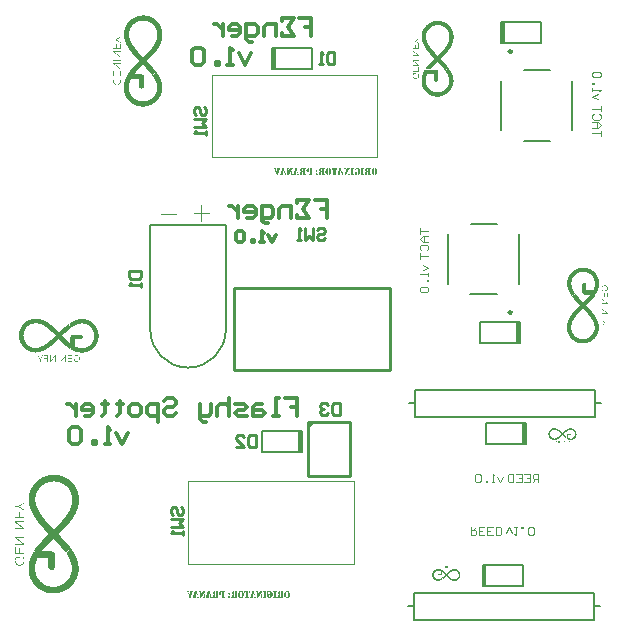
<source format=gbo>
G04*
G04 #@! TF.GenerationSoftware,Altium Limited,Altium Designer,20.1.8 (145)*
G04*
G04 Layer_Color=32896*
%FSLAX25Y25*%
%MOIN*%
G70*
G04*
G04 #@! TF.SameCoordinates,DC3DFF13-D98B-404C-8633-9541E25296ED*
G04*
G04*
G04 #@! TF.FilePolarity,Positive*
G04*
G01*
G75*
%ADD14C,0.01000*%
%ADD19C,0.01181*%
%ADD38C,0.00787*%
%ADD39R,0.01181X0.07480*%
%ADD41C,0.00866*%
%ADD43C,0.00984*%
%ADD67C,0.00394*%
%ADD68R,0.01181X0.07087*%
G36*
X60480Y219543D02*
X60397D01*
Y219501D01*
X60355D01*
Y219459D01*
X60271D01*
Y219417D01*
X60229D01*
Y219375D01*
X60145D01*
Y219333D01*
X60061D01*
Y219291D01*
X60019D01*
Y219250D01*
X59935D01*
Y219208D01*
X59852D01*
Y219166D01*
X59810D01*
Y219124D01*
X59726D01*
Y219082D01*
X59642D01*
Y219040D01*
X59600D01*
Y218998D01*
X59516D01*
Y218956D01*
X59432D01*
Y218914D01*
X59390D01*
Y218872D01*
X59307D01*
Y218830D01*
X59265D01*
Y218788D01*
X59181D01*
Y218746D01*
X59097D01*
Y218663D01*
X59181D01*
Y218621D01*
X59223D01*
Y218579D01*
X59307D01*
Y218537D01*
X59348D01*
Y218495D01*
X59432D01*
Y218453D01*
X59516D01*
Y218411D01*
X59558D01*
Y218369D01*
X59642D01*
Y218327D01*
X59726D01*
Y218285D01*
X59768D01*
Y218243D01*
X59852D01*
Y218201D01*
X59935D01*
Y218160D01*
X59977D01*
Y218118D01*
X60061D01*
Y218076D01*
X60103D01*
Y218034D01*
X60187D01*
Y217992D01*
X60271D01*
Y217950D01*
X60313D01*
Y217908D01*
X60397D01*
Y217866D01*
X60480D01*
Y217573D01*
X60439D01*
Y217615D01*
X60397D01*
Y217656D01*
X60313D01*
Y217698D01*
X60271D01*
Y217740D01*
X60187D01*
Y217782D01*
X60103D01*
Y217824D01*
X60061D01*
Y217866D01*
X59977D01*
Y217908D01*
X59894D01*
Y217950D01*
X59852D01*
Y217992D01*
X59768D01*
Y218034D01*
X59684D01*
Y218076D01*
X59642D01*
Y218118D01*
X59558D01*
Y218160D01*
X59516D01*
Y218201D01*
X59432D01*
Y218243D01*
X59348D01*
Y218285D01*
X59307D01*
Y218327D01*
X59223D01*
Y218369D01*
X59139D01*
Y218411D01*
X59097D01*
Y218453D01*
X59013D01*
Y218495D01*
X58929D01*
Y218537D01*
X58887D01*
Y218579D01*
X58007D01*
Y218788D01*
X58846D01*
Y218830D01*
X58929D01*
Y218872D01*
X59013D01*
Y218914D01*
X59055D01*
Y218956D01*
X59139D01*
Y218998D01*
X59223D01*
Y219040D01*
X59265D01*
Y219082D01*
X59348D01*
Y219124D01*
X59390D01*
Y219166D01*
X59474D01*
Y219208D01*
X59558D01*
Y219250D01*
X59600D01*
Y219291D01*
X59684D01*
Y219333D01*
X59768D01*
Y219375D01*
X59810D01*
Y219417D01*
X59894D01*
Y219459D01*
X59977D01*
Y219501D01*
X60019D01*
Y219543D01*
X60103D01*
Y219585D01*
X60145D01*
Y219627D01*
X60229D01*
Y219669D01*
X60313D01*
Y219711D01*
X60355D01*
Y219753D01*
X60439D01*
Y219795D01*
X60480D01*
Y219543D01*
D02*
G37*
G36*
X159906Y218959D02*
X159837D01*
Y218924D01*
X159802D01*
Y218890D01*
X159732D01*
Y218855D01*
X159697D01*
Y218820D01*
X159628D01*
Y218785D01*
X159558D01*
Y218750D01*
X159523D01*
Y218716D01*
X159453D01*
Y218681D01*
X159384D01*
Y218646D01*
X159349D01*
Y218611D01*
X159279D01*
Y218576D01*
X159210D01*
Y218541D01*
X159175D01*
Y218507D01*
X159105D01*
Y218472D01*
X159036D01*
Y218437D01*
X159001D01*
Y218402D01*
X158931D01*
Y218367D01*
X158896D01*
Y218332D01*
X158826D01*
Y218298D01*
X158757D01*
Y218228D01*
X158826D01*
Y218193D01*
X158861D01*
Y218158D01*
X158931D01*
Y218123D01*
X158966D01*
Y218089D01*
X159036D01*
Y218054D01*
X159105D01*
Y218019D01*
X159140D01*
Y217984D01*
X159210D01*
Y217949D01*
X159279D01*
Y217914D01*
X159314D01*
Y217880D01*
X159384D01*
Y217845D01*
X159453D01*
Y217810D01*
X159488D01*
Y217775D01*
X159558D01*
Y217740D01*
X159593D01*
Y217705D01*
X159662D01*
Y217670D01*
X159732D01*
Y217636D01*
X159767D01*
Y217601D01*
X159837D01*
Y217566D01*
X159906D01*
Y217322D01*
X159871D01*
Y217357D01*
X159837D01*
Y217392D01*
X159767D01*
Y217427D01*
X159732D01*
Y217461D01*
X159662D01*
Y217496D01*
X159593D01*
Y217531D01*
X159558D01*
Y217566D01*
X159488D01*
Y217601D01*
X159419D01*
Y217636D01*
X159384D01*
Y217670D01*
X159314D01*
Y217705D01*
X159245D01*
Y217740D01*
X159210D01*
Y217775D01*
X159140D01*
Y217810D01*
X159105D01*
Y217845D01*
X159036D01*
Y217880D01*
X158966D01*
Y217914D01*
X158931D01*
Y217949D01*
X158861D01*
Y217984D01*
X158792D01*
Y218019D01*
X158757D01*
Y218054D01*
X158687D01*
Y218089D01*
X158617D01*
Y218123D01*
X158583D01*
Y218158D01*
X157851D01*
Y218332D01*
X158548D01*
Y218367D01*
X158617D01*
Y218402D01*
X158687D01*
Y218437D01*
X158722D01*
Y218472D01*
X158792D01*
Y218507D01*
X158861D01*
Y218541D01*
X158896D01*
Y218576D01*
X158966D01*
Y218611D01*
X159001D01*
Y218646D01*
X159070D01*
Y218681D01*
X159140D01*
Y218716D01*
X159175D01*
Y218750D01*
X159245D01*
Y218785D01*
X159314D01*
Y218820D01*
X159349D01*
Y218855D01*
X159419D01*
Y218890D01*
X159488D01*
Y218924D01*
X159523D01*
Y218959D01*
X159593D01*
Y218994D01*
X159628D01*
Y219029D01*
X159697D01*
Y219064D01*
X159767D01*
Y219099D01*
X159802D01*
Y219133D01*
X159871D01*
Y219168D01*
X159906D01*
Y218959D01*
D02*
G37*
G36*
Y215789D02*
X157851D01*
Y215998D01*
X158722D01*
Y217043D01*
X158896D01*
Y215998D01*
X159732D01*
Y217183D01*
X159906D01*
Y215789D01*
D02*
G37*
G36*
X60480Y215728D02*
X58007D01*
Y215980D01*
X59055D01*
Y217237D01*
X59265D01*
Y215980D01*
X60271D01*
Y217405D01*
X60480D01*
Y215728D01*
D02*
G37*
G36*
X159906Y214919D02*
X158269D01*
Y214849D01*
X158304D01*
Y214814D01*
X158339D01*
Y214779D01*
X158374D01*
Y214744D01*
X158443D01*
Y214710D01*
X158478D01*
Y214675D01*
X158513D01*
Y214640D01*
X158548D01*
Y214605D01*
X158617D01*
Y214570D01*
X158652D01*
Y214535D01*
X158687D01*
Y214501D01*
X158722D01*
Y214466D01*
X158792D01*
Y214431D01*
X158826D01*
Y214396D01*
X158861D01*
Y214361D01*
X158896D01*
Y214326D01*
X158966D01*
Y214292D01*
X159001D01*
Y214257D01*
X159036D01*
Y214222D01*
X159105D01*
Y214187D01*
X159140D01*
Y214152D01*
X159175D01*
Y214117D01*
X159210D01*
Y214083D01*
X159279D01*
Y214048D01*
X159314D01*
Y214013D01*
X159349D01*
Y213978D01*
X159384D01*
Y213943D01*
X159453D01*
Y213908D01*
X159488D01*
Y213874D01*
X159523D01*
Y213839D01*
X159558D01*
Y213804D01*
X159628D01*
Y213769D01*
X159662D01*
Y213734D01*
X159697D01*
Y213699D01*
X159732D01*
Y213665D01*
X159802D01*
Y213630D01*
X159837D01*
Y213595D01*
X159871D01*
Y213560D01*
X159906D01*
Y213386D01*
X157851D01*
Y213595D01*
X159523D01*
Y213630D01*
X159488D01*
Y213665D01*
X159419D01*
Y213699D01*
X159384D01*
Y213734D01*
X159349D01*
Y213769D01*
X159314D01*
Y213804D01*
X159245D01*
Y213839D01*
X159210D01*
Y213874D01*
X159175D01*
Y213908D01*
X159105D01*
Y213943D01*
X159070D01*
Y213978D01*
X159036D01*
Y214013D01*
X159001D01*
Y214048D01*
X158931D01*
Y214083D01*
X158896D01*
Y214117D01*
X158861D01*
Y214152D01*
X158826D01*
Y214187D01*
X158757D01*
Y214222D01*
X158722D01*
Y214257D01*
X158687D01*
Y214292D01*
X158652D01*
Y214326D01*
X158583D01*
Y214361D01*
X158548D01*
Y214396D01*
X158513D01*
Y214431D01*
X158478D01*
Y214466D01*
X158408D01*
Y214501D01*
X158374D01*
Y214535D01*
X158339D01*
Y214570D01*
X158269D01*
Y214605D01*
X158234D01*
Y214640D01*
X158200D01*
Y214675D01*
X158165D01*
Y214710D01*
X158095D01*
Y214744D01*
X158060D01*
Y214779D01*
X158025D01*
Y214814D01*
X157991D01*
Y214849D01*
X157921D01*
Y214884D01*
X157886D01*
Y214919D01*
X157851D01*
Y215093D01*
X159906D01*
Y214919D01*
D02*
G37*
G36*
X60480Y214680D02*
X58510D01*
Y214596D01*
X58552D01*
Y214554D01*
X58594D01*
Y214512D01*
X58636D01*
Y214470D01*
X58720D01*
Y214428D01*
X58762D01*
Y214387D01*
X58803D01*
Y214345D01*
X58846D01*
Y214303D01*
X58929D01*
Y214261D01*
X58971D01*
Y214219D01*
X59013D01*
Y214177D01*
X59055D01*
Y214135D01*
X59139D01*
Y214093D01*
X59181D01*
Y214051D01*
X59223D01*
Y214009D01*
X59265D01*
Y213967D01*
X59348D01*
Y213925D01*
X59390D01*
Y213883D01*
X59432D01*
Y213842D01*
X59516D01*
Y213800D01*
X59558D01*
Y213758D01*
X59600D01*
Y213716D01*
X59642D01*
Y213674D01*
X59726D01*
Y213632D01*
X59768D01*
Y213590D01*
X59810D01*
Y213548D01*
X59852D01*
Y213506D01*
X59935D01*
Y213464D01*
X59977D01*
Y213422D01*
X60019D01*
Y213380D01*
X60061D01*
Y213338D01*
X60145D01*
Y213297D01*
X60187D01*
Y213255D01*
X60229D01*
Y213213D01*
X60271D01*
Y213171D01*
X60355D01*
Y213129D01*
X60397D01*
Y213087D01*
X60439D01*
Y213045D01*
X60480D01*
Y212835D01*
X58007D01*
Y213087D01*
X60019D01*
Y213129D01*
X59977D01*
Y213171D01*
X59894D01*
Y213213D01*
X59852D01*
Y213255D01*
X59810D01*
Y213297D01*
X59768D01*
Y213338D01*
X59684D01*
Y213380D01*
X59642D01*
Y213422D01*
X59600D01*
Y213464D01*
X59516D01*
Y213506D01*
X59474D01*
Y213548D01*
X59432D01*
Y213590D01*
X59390D01*
Y213632D01*
X59307D01*
Y213674D01*
X59265D01*
Y213716D01*
X59223D01*
Y213758D01*
X59181D01*
Y213800D01*
X59097D01*
Y213842D01*
X59055D01*
Y213883D01*
X59013D01*
Y213925D01*
X58971D01*
Y213967D01*
X58887D01*
Y214009D01*
X58846D01*
Y214051D01*
X58803D01*
Y214093D01*
X58762D01*
Y214135D01*
X58678D01*
Y214177D01*
X58636D01*
Y214219D01*
X58594D01*
Y214261D01*
X58510D01*
Y214303D01*
X58468D01*
Y214345D01*
X58426D01*
Y214387D01*
X58384D01*
Y214428D01*
X58301D01*
Y214470D01*
X58259D01*
Y214512D01*
X58217D01*
Y214554D01*
X58175D01*
Y214596D01*
X58091D01*
Y214638D01*
X58049D01*
Y214680D01*
X58007D01*
Y214890D01*
X60480D01*
Y214680D01*
D02*
G37*
G36*
X159906Y212515D02*
X157851D01*
Y212689D01*
X159906D01*
Y212515D01*
D02*
G37*
G36*
X60480Y211787D02*
X58007D01*
Y211997D01*
X60480D01*
Y211787D01*
D02*
G37*
G36*
X159906Y211609D02*
X158234D01*
Y211575D01*
X158269D01*
Y211540D01*
X158304D01*
Y211505D01*
X158374D01*
Y211470D01*
X158408D01*
Y211435D01*
X158443D01*
Y211400D01*
X158513D01*
Y211366D01*
X158548D01*
Y211331D01*
X158583D01*
Y211296D01*
X158617D01*
Y211261D01*
X158687D01*
Y211226D01*
X158722D01*
Y211191D01*
X158757D01*
Y211156D01*
X158792D01*
Y211122D01*
X158861D01*
Y211087D01*
X158896D01*
Y211052D01*
X158931D01*
Y211017D01*
X158966D01*
Y210982D01*
X159036D01*
Y210947D01*
X159070D01*
Y210913D01*
X159105D01*
Y210878D01*
X159140D01*
Y210843D01*
X159210D01*
Y210808D01*
X159245D01*
Y210773D01*
X159279D01*
Y210738D01*
X159314D01*
Y210704D01*
X159384D01*
Y210669D01*
X159419D01*
Y210634D01*
X159453D01*
Y210599D01*
X159488D01*
Y210564D01*
X159558D01*
Y210529D01*
X159593D01*
Y210495D01*
X159628D01*
Y210460D01*
X159697D01*
Y210425D01*
X159732D01*
Y210390D01*
X159767D01*
Y210355D01*
X159802D01*
Y210320D01*
X159871D01*
Y210286D01*
X159906D01*
Y210111D01*
X157851D01*
Y210286D01*
X159488D01*
Y210355D01*
X159453D01*
Y210390D01*
X159419D01*
Y210425D01*
X159349D01*
Y210460D01*
X159314D01*
Y210495D01*
X159279D01*
Y210529D01*
X159245D01*
Y210564D01*
X159175D01*
Y210599D01*
X159140D01*
Y210634D01*
X159105D01*
Y210669D01*
X159070D01*
Y210704D01*
X159001D01*
Y210738D01*
X158966D01*
Y210773D01*
X158931D01*
Y210808D01*
X158896D01*
Y210843D01*
X158826D01*
Y210878D01*
X158792D01*
Y210913D01*
X158757D01*
Y210947D01*
X158687D01*
Y210982D01*
X158652D01*
Y211017D01*
X158617D01*
Y211052D01*
X158583D01*
Y211087D01*
X158513D01*
Y211122D01*
X158478D01*
Y211156D01*
X158443D01*
Y211191D01*
X158408D01*
Y211226D01*
X158339D01*
Y211261D01*
X158304D01*
Y211296D01*
X158269D01*
Y211331D01*
X158234D01*
Y211366D01*
X158165D01*
Y211400D01*
X158130D01*
Y211435D01*
X158095D01*
Y211470D01*
X158060D01*
Y211505D01*
X157991D01*
Y211540D01*
X157956D01*
Y211575D01*
X157921D01*
Y211609D01*
X157886D01*
Y211644D01*
X157851D01*
Y211818D01*
X159906D01*
Y211609D01*
D02*
G37*
G36*
X166595Y224986D02*
X166908D01*
Y224951D01*
X167117D01*
Y224916D01*
X167291D01*
Y224881D01*
X167465D01*
Y224846D01*
X167605D01*
Y224812D01*
X167709D01*
Y224777D01*
X167814D01*
Y224742D01*
X167918D01*
Y224707D01*
X168023D01*
Y224672D01*
X168127D01*
Y224637D01*
X168197D01*
Y224603D01*
X168301D01*
Y224568D01*
X168371D01*
Y224533D01*
X168441D01*
Y224498D01*
X168510D01*
Y224463D01*
X168615D01*
Y224428D01*
X168650D01*
Y224394D01*
X168719D01*
Y224359D01*
X168789D01*
Y224324D01*
X168859D01*
Y224289D01*
X168929D01*
Y224254D01*
X168963D01*
Y224219D01*
X169033D01*
Y224184D01*
X169068D01*
Y224150D01*
X169138D01*
Y224115D01*
X169207D01*
Y224080D01*
X169242D01*
Y224045D01*
X169277D01*
Y224010D01*
X169346D01*
Y223975D01*
X169381D01*
Y223941D01*
X169416D01*
Y223906D01*
X169486D01*
Y223871D01*
X169521D01*
Y223836D01*
X169555D01*
Y223801D01*
X169590D01*
Y223766D01*
X169660D01*
Y223732D01*
X169695D01*
Y223697D01*
X169730D01*
Y223662D01*
X169764D01*
Y223627D01*
X169799D01*
Y223592D01*
X169834D01*
Y223557D01*
X169869D01*
Y223523D01*
X169904D01*
Y223488D01*
X169939D01*
Y223453D01*
X169974D01*
Y223418D01*
X170008D01*
Y223383D01*
X170043D01*
Y223348D01*
X170078D01*
Y223314D01*
X170113D01*
Y223279D01*
X170148D01*
Y223244D01*
X170183D01*
Y223209D01*
X170217D01*
Y223174D01*
X170252D01*
Y223105D01*
X170287D01*
Y223070D01*
X170322D01*
Y223035D01*
X170357D01*
Y223000D01*
X170391D01*
Y222931D01*
X170426D01*
Y222896D01*
X170461D01*
Y222861D01*
X170496D01*
Y222791D01*
X170531D01*
Y222756D01*
X170566D01*
Y222687D01*
X170600D01*
Y222652D01*
X170635D01*
Y222582D01*
X170670D01*
Y222547D01*
X170705D01*
Y222478D01*
X170740D01*
Y222408D01*
X170775D01*
Y222373D01*
X170809D01*
Y222304D01*
X170844D01*
Y222234D01*
X170879D01*
Y222164D01*
X170914D01*
Y222094D01*
X170949D01*
Y222025D01*
X170984D01*
Y221955D01*
X171019D01*
Y221851D01*
X171053D01*
Y221781D01*
X171088D01*
Y221676D01*
X171123D01*
Y221607D01*
X171158D01*
Y221502D01*
X171193D01*
Y221398D01*
X171228D01*
Y221293D01*
X171262D01*
Y221154D01*
X171297D01*
Y221015D01*
X171332D01*
Y220875D01*
X171367D01*
Y220666D01*
X171402D01*
Y220457D01*
X171437D01*
Y220109D01*
X171471D01*
Y219238D01*
X171437D01*
Y218890D01*
X171402D01*
Y218646D01*
X171367D01*
Y218472D01*
X171332D01*
Y218298D01*
X171297D01*
Y218158D01*
X171262D01*
Y218019D01*
X171228D01*
Y217914D01*
X171193D01*
Y217810D01*
X171158D01*
Y217705D01*
X171123D01*
Y217601D01*
X171088D01*
Y217496D01*
X171053D01*
Y217392D01*
X171019D01*
Y217322D01*
X170984D01*
Y217218D01*
X170949D01*
Y217148D01*
X170914D01*
Y217043D01*
X170879D01*
Y216974D01*
X170844D01*
Y216904D01*
X170809D01*
Y216834D01*
X170775D01*
Y216765D01*
X170740D01*
Y216695D01*
X170705D01*
Y216625D01*
X170670D01*
Y216556D01*
X170635D01*
Y216486D01*
X170600D01*
Y216416D01*
X170566D01*
Y216347D01*
X170531D01*
Y216312D01*
X170496D01*
Y216242D01*
X170461D01*
Y216173D01*
X170426D01*
Y216138D01*
X170391D01*
Y216068D01*
X170357D01*
Y215998D01*
X170322D01*
Y215964D01*
X170287D01*
Y215894D01*
X170252D01*
Y215859D01*
X170217D01*
Y215789D01*
X170183D01*
Y215755D01*
X170148D01*
Y215685D01*
X170113D01*
Y215650D01*
X170078D01*
Y215580D01*
X170043D01*
Y215546D01*
X170008D01*
Y215476D01*
X169974D01*
Y215441D01*
X169939D01*
Y215406D01*
X169904D01*
Y215337D01*
X169869D01*
Y215302D01*
X169834D01*
Y215267D01*
X169799D01*
Y215197D01*
X169764D01*
Y215162D01*
X169730D01*
Y215128D01*
X169695D01*
Y215058D01*
X169660D01*
Y215023D01*
X169625D01*
Y214988D01*
X169590D01*
Y214953D01*
X169555D01*
Y214884D01*
X169521D01*
Y214849D01*
X169486D01*
Y214814D01*
X169451D01*
Y214779D01*
X169416D01*
Y214710D01*
X169381D01*
Y214675D01*
X169346D01*
Y214640D01*
X169312D01*
Y214605D01*
X169277D01*
Y214570D01*
X169242D01*
Y214535D01*
X169207D01*
Y214466D01*
X169172D01*
Y214431D01*
X169138D01*
Y214396D01*
X169103D01*
Y214361D01*
X169068D01*
Y214326D01*
X169033D01*
Y214292D01*
X168998D01*
Y214257D01*
X168963D01*
Y214187D01*
X168929D01*
Y214152D01*
X168894D01*
Y214117D01*
X168859D01*
Y214083D01*
X168824D01*
Y214048D01*
X168789D01*
Y214013D01*
X168754D01*
Y213978D01*
X168719D01*
Y213943D01*
X168685D01*
Y213908D01*
X168650D01*
Y213874D01*
X168615D01*
Y213839D01*
X168580D01*
Y213769D01*
X168545D01*
Y213734D01*
X168510D01*
Y213699D01*
X168476D01*
Y213665D01*
X168441D01*
Y213630D01*
X168406D01*
Y213595D01*
X168371D01*
Y213560D01*
X168336D01*
Y213525D01*
X168301D01*
Y213490D01*
X168267D01*
Y213456D01*
X168232D01*
Y213421D01*
X168197D01*
Y213386D01*
X168162D01*
Y213351D01*
X168127D01*
Y213316D01*
X168093D01*
Y213281D01*
X168058D01*
Y213246D01*
X168023D01*
Y213212D01*
X167988D01*
Y213177D01*
X167953D01*
Y213142D01*
X167918D01*
Y213107D01*
X167884D01*
Y213072D01*
X167849D01*
Y213037D01*
X167814D01*
Y213003D01*
X167779D01*
Y212968D01*
X167744D01*
Y212933D01*
X167709D01*
Y212898D01*
X167675D01*
Y212863D01*
X167640D01*
Y212828D01*
X167605D01*
Y212794D01*
X167570D01*
Y212759D01*
X167535D01*
Y212724D01*
X167500D01*
Y212689D01*
X167465D01*
Y212654D01*
X167431D01*
Y212619D01*
X167396D01*
Y212585D01*
X167361D01*
Y212550D01*
X167326D01*
Y212515D01*
X167291D01*
Y212480D01*
X167256D01*
Y212445D01*
X167222D01*
Y212410D01*
X167187D01*
Y212376D01*
X167152D01*
Y212306D01*
X167187D01*
Y212271D01*
X167222D01*
Y212236D01*
X167256D01*
Y212201D01*
X167291D01*
Y212167D01*
X167326D01*
Y212132D01*
X167361D01*
Y212097D01*
X167396D01*
Y212062D01*
X167431D01*
Y212027D01*
X167465D01*
Y211993D01*
X167500D01*
Y211958D01*
X167535D01*
Y211923D01*
X167570D01*
Y211888D01*
X167605D01*
Y211853D01*
X167640D01*
Y211818D01*
X167675D01*
Y211749D01*
X167709D01*
Y211714D01*
X167744D01*
Y211679D01*
X167779D01*
Y211644D01*
X167814D01*
Y211609D01*
X167849D01*
Y211575D01*
X167884D01*
Y211540D01*
X167918D01*
Y211505D01*
X167953D01*
Y211470D01*
X167988D01*
Y211435D01*
X168023D01*
Y211400D01*
X168058D01*
Y211366D01*
X168093D01*
Y211296D01*
X168127D01*
Y211261D01*
X168162D01*
Y211226D01*
X168197D01*
Y211191D01*
X168232D01*
Y211156D01*
X168267D01*
Y211122D01*
X168301D01*
Y211087D01*
X168336D01*
Y211052D01*
X168371D01*
Y211017D01*
X168406D01*
Y210982D01*
X168441D01*
Y210913D01*
X168476D01*
Y210878D01*
X168510D01*
Y210843D01*
X168545D01*
Y210808D01*
X168580D01*
Y210773D01*
X168615D01*
Y210738D01*
X168650D01*
Y210704D01*
X168685D01*
Y210669D01*
X168719D01*
Y210599D01*
X168754D01*
Y210564D01*
X168789D01*
Y210529D01*
X168824D01*
Y210495D01*
X168859D01*
Y210460D01*
X168894D01*
Y210425D01*
X168929D01*
Y210390D01*
X168963D01*
Y210320D01*
X168998D01*
Y210286D01*
X169033D01*
Y210251D01*
X169068D01*
Y210216D01*
X169103D01*
Y210181D01*
X169138D01*
Y210146D01*
X169172D01*
Y210077D01*
X169207D01*
Y210042D01*
X169242D01*
Y210007D01*
X169277D01*
Y209972D01*
X169312D01*
Y209937D01*
X169346D01*
Y209868D01*
X169381D01*
Y209833D01*
X169416D01*
Y209798D01*
X169451D01*
Y209763D01*
X169486D01*
Y209693D01*
X169521D01*
Y209659D01*
X169555D01*
Y209624D01*
X169590D01*
Y209589D01*
X169625D01*
Y209519D01*
X169660D01*
Y209484D01*
X169695D01*
Y209450D01*
X169730D01*
Y209380D01*
X169764D01*
Y209345D01*
X169799D01*
Y209310D01*
X169834D01*
Y209241D01*
X169869D01*
Y209206D01*
X169904D01*
Y209171D01*
X169939D01*
Y209101D01*
X169974D01*
Y209066D01*
X170008D01*
Y209032D01*
X169939D01*
Y209066D01*
X169834D01*
Y209101D01*
X169416D01*
Y209066D01*
X169312D01*
Y209032D01*
X169242D01*
Y208997D01*
X169172D01*
Y208962D01*
X169103D01*
Y208927D01*
X169068D01*
Y208892D01*
X169033D01*
Y208857D01*
X168998D01*
Y208823D01*
X168963D01*
Y208788D01*
X168929D01*
Y208718D01*
X168894D01*
Y208648D01*
X168859D01*
Y208579D01*
X168824D01*
Y208474D01*
X168789D01*
Y208300D01*
X168754D01*
Y208335D01*
X168719D01*
Y208404D01*
X168685D01*
Y208439D01*
X168650D01*
Y208474D01*
X168615D01*
Y208544D01*
X168580D01*
Y208579D01*
X168545D01*
Y208613D01*
X168510D01*
Y208683D01*
X168476D01*
Y208718D01*
X168441D01*
Y208753D01*
X168406D01*
Y208788D01*
X168371D01*
Y208857D01*
X168336D01*
Y208892D01*
X168301D01*
Y208927D01*
X168267D01*
Y208962D01*
X168232D01*
Y209032D01*
X168197D01*
Y209066D01*
X168162D01*
Y209101D01*
X168127D01*
Y209136D01*
X168093D01*
Y209171D01*
X168058D01*
Y209206D01*
X168023D01*
Y209275D01*
X167988D01*
Y209310D01*
X167953D01*
Y209345D01*
X167918D01*
Y209380D01*
X167884D01*
Y209415D01*
X167849D01*
Y209450D01*
X167814D01*
Y209519D01*
X167779D01*
Y209554D01*
X167744D01*
Y209589D01*
X167709D01*
Y209624D01*
X167675D01*
Y209659D01*
X167640D01*
Y209693D01*
X167605D01*
Y209728D01*
X167570D01*
Y209798D01*
X167535D01*
Y209833D01*
X167500D01*
Y209868D01*
X167465D01*
Y209902D01*
X167431D01*
Y209937D01*
X167396D01*
Y209972D01*
X167361D01*
Y210007D01*
X167326D01*
Y210042D01*
X167291D01*
Y210111D01*
X167256D01*
Y210146D01*
X167222D01*
Y210181D01*
X167187D01*
Y210216D01*
X167152D01*
Y210251D01*
X167117D01*
Y210286D01*
X167082D01*
Y210320D01*
X167047D01*
Y210355D01*
X167013D01*
Y210390D01*
X166978D01*
Y210425D01*
X166943D01*
Y210460D01*
X166908D01*
Y210529D01*
X166873D01*
Y210564D01*
X166838D01*
Y210599D01*
X166804D01*
Y210634D01*
X166769D01*
Y210669D01*
X166734D01*
Y210704D01*
X166699D01*
Y210738D01*
X166664D01*
Y210773D01*
X166629D01*
Y210808D01*
X166595D01*
Y210843D01*
X166560D01*
Y210878D01*
X166525D01*
Y210913D01*
X166490D01*
Y210947D01*
X166455D01*
Y211017D01*
X166420D01*
Y211052D01*
X166386D01*
Y211087D01*
X166351D01*
Y211122D01*
X166316D01*
Y211156D01*
X166281D01*
Y211191D01*
X166246D01*
Y211226D01*
X166211D01*
Y211261D01*
X166177D01*
Y211296D01*
X166142D01*
Y211331D01*
X166037D01*
Y211296D01*
X166002D01*
Y211261D01*
X165968D01*
Y211226D01*
X165933D01*
Y211191D01*
X165898D01*
Y211156D01*
X165863D01*
Y211122D01*
X165828D01*
Y211087D01*
X165793D01*
Y211052D01*
X165759D01*
Y211017D01*
X165724D01*
Y210982D01*
X165689D01*
Y210947D01*
X165654D01*
Y210913D01*
X165619D01*
Y210878D01*
X165584D01*
Y210843D01*
X165550D01*
Y210808D01*
X165515D01*
Y210773D01*
X165480D01*
Y210738D01*
X165445D01*
Y210704D01*
X165410D01*
Y210669D01*
X165375D01*
Y210634D01*
X165341D01*
Y210599D01*
X165306D01*
Y210564D01*
X165271D01*
Y210529D01*
X165236D01*
Y210495D01*
X165201D01*
Y210460D01*
X165166D01*
Y210425D01*
X165131D01*
Y210390D01*
X165097D01*
Y210355D01*
X165062D01*
Y210320D01*
X165027D01*
Y210286D01*
X164992D01*
Y210251D01*
X164957D01*
Y210216D01*
X164922D01*
Y210181D01*
X164888D01*
Y210146D01*
X164853D01*
Y210111D01*
X164818D01*
Y210077D01*
X164783D01*
Y210042D01*
X164748D01*
Y210007D01*
X164714D01*
Y209972D01*
X164679D01*
Y209937D01*
X164644D01*
Y209902D01*
X164609D01*
Y209868D01*
X164574D01*
Y209833D01*
X164539D01*
Y209798D01*
X164505D01*
Y209763D01*
X164470D01*
Y209728D01*
X164435D01*
Y209693D01*
X164400D01*
Y209659D01*
X164365D01*
Y209589D01*
X164330D01*
Y209554D01*
X164295D01*
Y209519D01*
X164261D01*
Y209484D01*
X164226D01*
Y209450D01*
X164191D01*
Y209415D01*
X164156D01*
Y209380D01*
X164121D01*
Y209345D01*
X164086D01*
Y209310D01*
X164052D01*
Y209241D01*
X164017D01*
Y209206D01*
X163982D01*
Y209171D01*
X163947D01*
Y209136D01*
X163912D01*
Y209101D01*
X163877D01*
Y209066D01*
X163843D01*
Y208997D01*
X163808D01*
Y208962D01*
X163773D01*
Y208927D01*
X163738D01*
Y208892D01*
X163703D01*
Y208823D01*
X162066D01*
Y208788D01*
X161962D01*
Y208753D01*
X161892D01*
Y208788D01*
X161927D01*
Y208857D01*
X161962D01*
Y208927D01*
X161996D01*
Y208962D01*
X162031D01*
Y209032D01*
X162066D01*
Y209066D01*
X162101D01*
Y209136D01*
X162136D01*
Y209171D01*
X162171D01*
Y209241D01*
X162205D01*
Y209275D01*
X162240D01*
Y209345D01*
X162275D01*
Y209380D01*
X162310D01*
Y209415D01*
X162345D01*
Y209484D01*
X162380D01*
Y209519D01*
X162415D01*
Y209554D01*
X162449D01*
Y209624D01*
X162484D01*
Y209659D01*
X162519D01*
Y209693D01*
X162554D01*
Y209728D01*
X162589D01*
Y209798D01*
X162624D01*
Y209833D01*
X162658D01*
Y209868D01*
X162693D01*
Y209902D01*
X162728D01*
Y209972D01*
X162763D01*
Y210007D01*
X162798D01*
Y210042D01*
X162832D01*
Y210077D01*
X162867D01*
Y210111D01*
X162902D01*
Y210146D01*
X162937D01*
Y210216D01*
X162972D01*
Y210251D01*
X163007D01*
Y210286D01*
X163041D01*
Y210320D01*
X163076D01*
Y210355D01*
X163111D01*
Y210390D01*
X163146D01*
Y210425D01*
X163181D01*
Y210460D01*
X163216D01*
Y210529D01*
X163251D01*
Y210564D01*
X163285D01*
Y210599D01*
X163320D01*
Y210634D01*
X163355D01*
Y210669D01*
X163390D01*
Y210704D01*
X163425D01*
Y210738D01*
X163460D01*
Y210773D01*
X163494D01*
Y210808D01*
X163529D01*
Y210843D01*
X163564D01*
Y210878D01*
X163599D01*
Y210913D01*
X163634D01*
Y210947D01*
X163669D01*
Y210982D01*
X163703D01*
Y211052D01*
X163738D01*
Y211087D01*
X163773D01*
Y211122D01*
X163808D01*
Y211156D01*
X163843D01*
Y211191D01*
X163877D01*
Y211226D01*
X163912D01*
Y211261D01*
X163947D01*
Y211296D01*
X163982D01*
Y211331D01*
X164017D01*
Y211366D01*
X164052D01*
Y211400D01*
X164086D01*
Y211435D01*
X164121D01*
Y211470D01*
X164156D01*
Y211505D01*
X164191D01*
Y211540D01*
X164226D01*
Y211575D01*
X164261D01*
Y211609D01*
X164295D01*
Y211644D01*
X164330D01*
Y211679D01*
X164365D01*
Y211714D01*
X164400D01*
Y211749D01*
X164435D01*
Y211784D01*
X164470D01*
Y211818D01*
X164505D01*
Y211853D01*
X164539D01*
Y211888D01*
X164574D01*
Y211923D01*
X164644D01*
Y211958D01*
X164679D01*
Y211993D01*
X164714D01*
Y212027D01*
X164748D01*
Y212062D01*
X164783D01*
Y212097D01*
X164818D01*
Y212132D01*
X164853D01*
Y212167D01*
X164888D01*
Y212201D01*
X164922D01*
Y212236D01*
X164957D01*
Y212271D01*
X164992D01*
Y212306D01*
X165027D01*
Y212341D01*
X165062D01*
Y212376D01*
X165097D01*
Y212410D01*
X165062D01*
Y212445D01*
X165027D01*
Y212480D01*
X164992D01*
Y212550D01*
X164957D01*
Y212585D01*
X164922D01*
Y212619D01*
X164888D01*
Y212654D01*
X164853D01*
Y212689D01*
X164818D01*
Y212724D01*
X164783D01*
Y212759D01*
X164748D01*
Y212794D01*
X164714D01*
Y212828D01*
X164679D01*
Y212863D01*
X164644D01*
Y212898D01*
X164609D01*
Y212933D01*
X164574D01*
Y212968D01*
X164539D01*
Y213003D01*
X164505D01*
Y213037D01*
X164470D01*
Y213072D01*
X164435D01*
Y213107D01*
X164400D01*
Y213142D01*
X164365D01*
Y213177D01*
X164330D01*
Y213212D01*
X164295D01*
Y213246D01*
X164261D01*
Y213281D01*
X164226D01*
Y213316D01*
X164191D01*
Y213351D01*
X164156D01*
Y213386D01*
X164121D01*
Y213421D01*
X164086D01*
Y213456D01*
X164052D01*
Y213525D01*
X164017D01*
Y213560D01*
X163982D01*
Y213595D01*
X163947D01*
Y213630D01*
X163912D01*
Y213665D01*
X163877D01*
Y213699D01*
X163843D01*
Y213734D01*
X163808D01*
Y213769D01*
X163773D01*
Y213804D01*
X163738D01*
Y213839D01*
X163703D01*
Y213874D01*
X163669D01*
Y213908D01*
X163634D01*
Y213943D01*
X163599D01*
Y213978D01*
X163564D01*
Y214048D01*
X163529D01*
Y214083D01*
X163494D01*
Y214117D01*
X163460D01*
Y214152D01*
X163425D01*
Y214187D01*
X163390D01*
Y214257D01*
X163355D01*
Y214292D01*
X163320D01*
Y214326D01*
X163285D01*
Y214361D01*
X163251D01*
Y214396D01*
X163216D01*
Y214466D01*
X163181D01*
Y214501D01*
X163146D01*
Y214535D01*
X163111D01*
Y214570D01*
X163076D01*
Y214640D01*
X163041D01*
Y214675D01*
X163007D01*
Y214710D01*
X162972D01*
Y214744D01*
X162937D01*
Y214814D01*
X162902D01*
Y214849D01*
X162867D01*
Y214884D01*
X162832D01*
Y214953D01*
X162798D01*
Y214988D01*
X162763D01*
Y215023D01*
X162728D01*
Y215058D01*
X162693D01*
Y215128D01*
X162658D01*
Y215162D01*
X162624D01*
Y215197D01*
X162589D01*
Y215267D01*
X162554D01*
Y215302D01*
X162519D01*
Y215371D01*
X162484D01*
Y215406D01*
X162449D01*
Y215441D01*
X162415D01*
Y215511D01*
X162380D01*
Y215546D01*
X162345D01*
Y215615D01*
X162310D01*
Y215650D01*
X162275D01*
Y215720D01*
X162240D01*
Y215755D01*
X162205D01*
Y215824D01*
X162171D01*
Y215859D01*
X162136D01*
Y215929D01*
X162101D01*
Y215964D01*
X162066D01*
Y216033D01*
X162031D01*
Y216068D01*
X161996D01*
Y216138D01*
X161962D01*
Y216173D01*
X161927D01*
Y216242D01*
X161892D01*
Y216312D01*
X161857D01*
Y216347D01*
X161822D01*
Y216416D01*
X161787D01*
Y216486D01*
X161753D01*
Y216556D01*
X161718D01*
Y216591D01*
X161683D01*
Y216660D01*
X161648D01*
Y216730D01*
X161613D01*
Y216800D01*
X161578D01*
Y216869D01*
X161544D01*
Y216939D01*
X161509D01*
Y217009D01*
X161474D01*
Y217078D01*
X161439D01*
Y217148D01*
X161404D01*
Y217218D01*
X161369D01*
Y217322D01*
X161335D01*
Y217392D01*
X161300D01*
Y217461D01*
X161265D01*
Y217566D01*
X161230D01*
Y217636D01*
X161195D01*
Y217740D01*
X161160D01*
Y217845D01*
X161126D01*
Y217949D01*
X161091D01*
Y218054D01*
X161056D01*
Y218158D01*
X161021D01*
Y218263D01*
X160986D01*
Y218402D01*
X160951D01*
Y218541D01*
X160917D01*
Y218716D01*
X160882D01*
Y218890D01*
X160847D01*
Y219133D01*
X160812D01*
Y219586D01*
X160777D01*
Y219935D01*
X160812D01*
Y220353D01*
X160847D01*
Y220597D01*
X160882D01*
Y220771D01*
X160917D01*
Y220945D01*
X160951D01*
Y221084D01*
X160986D01*
Y221189D01*
X161021D01*
Y221293D01*
X161056D01*
Y221398D01*
X161091D01*
Y221502D01*
X161126D01*
Y221607D01*
X161160D01*
Y221676D01*
X161195D01*
Y221746D01*
X161230D01*
Y221851D01*
X161265D01*
Y221920D01*
X161300D01*
Y221990D01*
X161335D01*
Y222060D01*
X161369D01*
Y222129D01*
X161404D01*
Y222199D01*
X161439D01*
Y222269D01*
X161474D01*
Y222304D01*
X161509D01*
Y222373D01*
X161544D01*
Y222443D01*
X161578D01*
Y222478D01*
X161613D01*
Y222547D01*
X161648D01*
Y222582D01*
X161683D01*
Y222652D01*
X161718D01*
Y222687D01*
X161753D01*
Y222756D01*
X161787D01*
Y222791D01*
X161822D01*
Y222861D01*
X161857D01*
Y222896D01*
X161892D01*
Y222931D01*
X161927D01*
Y222965D01*
X161962D01*
Y223035D01*
X161996D01*
Y223070D01*
X162031D01*
Y223105D01*
X162066D01*
Y223140D01*
X162101D01*
Y223174D01*
X162136D01*
Y223244D01*
X162171D01*
Y223279D01*
X162205D01*
Y223314D01*
X162240D01*
Y223348D01*
X162275D01*
Y223383D01*
X162310D01*
Y223418D01*
X162345D01*
Y223453D01*
X162380D01*
Y223488D01*
X162415D01*
Y223523D01*
X162449D01*
Y223557D01*
X162484D01*
Y223592D01*
X162519D01*
Y223627D01*
X162554D01*
Y223662D01*
X162624D01*
Y223697D01*
X162658D01*
Y223732D01*
X162693D01*
Y223766D01*
X162728D01*
Y223801D01*
X162763D01*
Y223836D01*
X162832D01*
Y223871D01*
X162867D01*
Y223906D01*
X162902D01*
Y223941D01*
X162937D01*
Y223975D01*
X163007D01*
Y224010D01*
X163041D01*
Y224045D01*
X163111D01*
Y224080D01*
X163146D01*
Y224115D01*
X163216D01*
Y224150D01*
X163251D01*
Y224184D01*
X163320D01*
Y224219D01*
X163355D01*
Y224254D01*
X163425D01*
Y224289D01*
X163494D01*
Y224324D01*
X163529D01*
Y224359D01*
X163599D01*
Y224394D01*
X163669D01*
Y224428D01*
X163738D01*
Y224463D01*
X163808D01*
Y224498D01*
X163877D01*
Y224533D01*
X163947D01*
Y224568D01*
X164052D01*
Y224603D01*
X164121D01*
Y224637D01*
X164226D01*
Y224672D01*
X164330D01*
Y224707D01*
X164400D01*
Y224742D01*
X164505D01*
Y224777D01*
X164644D01*
Y224812D01*
X164748D01*
Y224846D01*
X164888D01*
Y224881D01*
X165027D01*
Y224916D01*
X165236D01*
Y224951D01*
X165445D01*
Y224986D01*
X165759D01*
Y225021D01*
X166595D01*
Y224986D01*
D02*
G37*
G36*
X60480Y210697D02*
X58468D01*
Y210655D01*
X58510D01*
Y210614D01*
X58552D01*
Y210572D01*
X58636D01*
Y210530D01*
X58678D01*
Y210488D01*
X58720D01*
Y210446D01*
X58803D01*
Y210404D01*
X58846D01*
Y210362D01*
X58887D01*
Y210320D01*
X58929D01*
Y210278D01*
X59013D01*
Y210236D01*
X59055D01*
Y210194D01*
X59097D01*
Y210152D01*
X59139D01*
Y210110D01*
X59223D01*
Y210069D01*
X59265D01*
Y210027D01*
X59307D01*
Y209985D01*
X59348D01*
Y209943D01*
X59432D01*
Y209901D01*
X59474D01*
Y209859D01*
X59516D01*
Y209817D01*
X59558D01*
Y209775D01*
X59642D01*
Y209733D01*
X59684D01*
Y209691D01*
X59726D01*
Y209649D01*
X59768D01*
Y209607D01*
X59852D01*
Y209565D01*
X59894D01*
Y209524D01*
X59935D01*
Y209482D01*
X59977D01*
Y209440D01*
X60061D01*
Y209398D01*
X60103D01*
Y209356D01*
X60145D01*
Y209314D01*
X60229D01*
Y209272D01*
X60271D01*
Y209230D01*
X60313D01*
Y209188D01*
X60355D01*
Y209146D01*
X60439D01*
Y209104D01*
X60480D01*
Y208895D01*
X58007D01*
Y209104D01*
X59977D01*
Y209188D01*
X59935D01*
Y209230D01*
X59894D01*
Y209272D01*
X59810D01*
Y209314D01*
X59768D01*
Y209356D01*
X59726D01*
Y209398D01*
X59684D01*
Y209440D01*
X59600D01*
Y209482D01*
X59558D01*
Y209524D01*
X59516D01*
Y209565D01*
X59474D01*
Y209607D01*
X59390D01*
Y209649D01*
X59348D01*
Y209691D01*
X59307D01*
Y209733D01*
X59265D01*
Y209775D01*
X59181D01*
Y209817D01*
X59139D01*
Y209859D01*
X59097D01*
Y209901D01*
X59013D01*
Y209943D01*
X58971D01*
Y209985D01*
X58929D01*
Y210027D01*
X58887D01*
Y210069D01*
X58803D01*
Y210110D01*
X58762D01*
Y210152D01*
X58720D01*
Y210194D01*
X58678D01*
Y210236D01*
X58594D01*
Y210278D01*
X58552D01*
Y210320D01*
X58510D01*
Y210362D01*
X58468D01*
Y210404D01*
X58384D01*
Y210446D01*
X58342D01*
Y210488D01*
X58301D01*
Y210530D01*
X58259D01*
Y210572D01*
X58175D01*
Y210614D01*
X58133D01*
Y210655D01*
X58091D01*
Y210697D01*
X58049D01*
Y210739D01*
X58007D01*
Y210949D01*
X60480D01*
Y210697D01*
D02*
G37*
G36*
X158025Y208335D02*
X158792D01*
Y208370D01*
X158826D01*
Y209380D01*
X158966D01*
Y208335D01*
X159732D01*
Y209519D01*
X159906D01*
Y208126D01*
X157851D01*
Y209554D01*
X158025D01*
Y208335D01*
D02*
G37*
G36*
X68529Y226795D02*
X68907D01*
Y226753D01*
X69158D01*
Y226712D01*
X69368D01*
Y226670D01*
X69577D01*
Y226628D01*
X69745D01*
Y226586D01*
X69871D01*
Y226544D01*
X69997D01*
Y226502D01*
X70122D01*
Y226460D01*
X70248D01*
Y226418D01*
X70374D01*
Y226376D01*
X70458D01*
Y226334D01*
X70584D01*
Y226292D01*
X70667D01*
Y226250D01*
X70751D01*
Y226208D01*
X70835D01*
Y226167D01*
X70961D01*
Y226125D01*
X71003D01*
Y226083D01*
X71087D01*
Y226041D01*
X71171D01*
Y225999D01*
X71254D01*
Y225957D01*
X71338D01*
Y225915D01*
X71380D01*
Y225873D01*
X71464D01*
Y225831D01*
X71506D01*
Y225789D01*
X71590D01*
Y225747D01*
X71674D01*
Y225705D01*
X71715D01*
Y225663D01*
X71757D01*
Y225622D01*
X71841D01*
Y225580D01*
X71883D01*
Y225538D01*
X71925D01*
Y225496D01*
X72009D01*
Y225454D01*
X72051D01*
Y225412D01*
X72093D01*
Y225370D01*
X72135D01*
Y225328D01*
X72219D01*
Y225286D01*
X72260D01*
Y225244D01*
X72302D01*
Y225202D01*
X72344D01*
Y225160D01*
X72386D01*
Y225118D01*
X72428D01*
Y225077D01*
X72470D01*
Y225035D01*
X72512D01*
Y224993D01*
X72554D01*
Y224951D01*
X72596D01*
Y224909D01*
X72638D01*
Y224867D01*
X72680D01*
Y224825D01*
X72722D01*
Y224783D01*
X72764D01*
Y224741D01*
X72806D01*
Y224699D01*
X72847D01*
Y224657D01*
X72889D01*
Y224616D01*
X72931D01*
Y224532D01*
X72973D01*
Y224490D01*
X73015D01*
Y224448D01*
X73057D01*
Y224406D01*
X73099D01*
Y224322D01*
X73141D01*
Y224280D01*
X73183D01*
Y224238D01*
X73225D01*
Y224154D01*
X73267D01*
Y224112D01*
X73308D01*
Y224029D01*
X73351D01*
Y223987D01*
X73392D01*
Y223903D01*
X73434D01*
Y223861D01*
X73476D01*
Y223777D01*
X73518D01*
Y223693D01*
X73560D01*
Y223651D01*
X73602D01*
Y223567D01*
X73644D01*
Y223484D01*
X73686D01*
Y223400D01*
X73728D01*
Y223316D01*
X73770D01*
Y223232D01*
X73812D01*
Y223148D01*
X73853D01*
Y223022D01*
X73895D01*
Y222939D01*
X73937D01*
Y222813D01*
X73979D01*
Y222729D01*
X74021D01*
Y222603D01*
X74063D01*
Y222477D01*
X74105D01*
Y222352D01*
X74147D01*
Y222184D01*
X74189D01*
Y222016D01*
X74231D01*
Y221849D01*
X74273D01*
Y221597D01*
X74315D01*
Y221346D01*
X74357D01*
Y220926D01*
X74398D01*
Y219878D01*
X74357D01*
Y219459D01*
X74315D01*
Y219166D01*
X74273D01*
Y218956D01*
X74231D01*
Y218746D01*
X74189D01*
Y218579D01*
X74147D01*
Y218411D01*
X74105D01*
Y218285D01*
X74063D01*
Y218160D01*
X74021D01*
Y218034D01*
X73979D01*
Y217908D01*
X73937D01*
Y217782D01*
X73895D01*
Y217656D01*
X73853D01*
Y217573D01*
X73812D01*
Y217447D01*
X73770D01*
Y217363D01*
X73728D01*
Y217237D01*
X73686D01*
Y217153D01*
X73644D01*
Y217070D01*
X73602D01*
Y216986D01*
X73560D01*
Y216902D01*
X73518D01*
Y216818D01*
X73476D01*
Y216734D01*
X73434D01*
Y216650D01*
X73392D01*
Y216566D01*
X73351D01*
Y216483D01*
X73308D01*
Y216399D01*
X73267D01*
Y216357D01*
X73225D01*
Y216273D01*
X73183D01*
Y216189D01*
X73141D01*
Y216147D01*
X73099D01*
Y216063D01*
X73057D01*
Y215980D01*
X73015D01*
Y215938D01*
X72973D01*
Y215854D01*
X72931D01*
Y215812D01*
X72889D01*
Y215728D01*
X72847D01*
Y215686D01*
X72806D01*
Y215602D01*
X72764D01*
Y215560D01*
X72722D01*
Y215476D01*
X72680D01*
Y215435D01*
X72638D01*
Y215351D01*
X72596D01*
Y215309D01*
X72554D01*
Y215267D01*
X72512D01*
Y215183D01*
X72470D01*
Y215141D01*
X72428D01*
Y215099D01*
X72386D01*
Y215015D01*
X72344D01*
Y214973D01*
X72302D01*
Y214932D01*
X72260D01*
Y214848D01*
X72219D01*
Y214806D01*
X72177D01*
Y214764D01*
X72135D01*
Y214722D01*
X72093D01*
Y214638D01*
X72051D01*
Y214596D01*
X72009D01*
Y214554D01*
X71967D01*
Y214512D01*
X71925D01*
Y214428D01*
X71883D01*
Y214387D01*
X71841D01*
Y214345D01*
X71799D01*
Y214303D01*
X71757D01*
Y214261D01*
X71715D01*
Y214219D01*
X71674D01*
Y214135D01*
X71632D01*
Y214093D01*
X71590D01*
Y214051D01*
X71548D01*
Y214009D01*
X71506D01*
Y213967D01*
X71464D01*
Y213925D01*
X71422D01*
Y213883D01*
X71380D01*
Y213800D01*
X71338D01*
Y213758D01*
X71296D01*
Y213716D01*
X71254D01*
Y213674D01*
X71212D01*
Y213632D01*
X71171D01*
Y213590D01*
X71129D01*
Y213548D01*
X71087D01*
Y213506D01*
X71045D01*
Y213464D01*
X71003D01*
Y213422D01*
X70961D01*
Y213380D01*
X70919D01*
Y213297D01*
X70877D01*
Y213255D01*
X70835D01*
Y213213D01*
X70793D01*
Y213171D01*
X70751D01*
Y213129D01*
X70709D01*
Y213087D01*
X70667D01*
Y213045D01*
X70626D01*
Y213003D01*
X70584D01*
Y212961D01*
X70542D01*
Y212919D01*
X70500D01*
Y212877D01*
X70458D01*
Y212835D01*
X70416D01*
Y212793D01*
X70374D01*
Y212752D01*
X70332D01*
Y212710D01*
X70290D01*
Y212668D01*
X70248D01*
Y212626D01*
X70206D01*
Y212584D01*
X70164D01*
Y212542D01*
X70122D01*
Y212500D01*
X70081D01*
Y212458D01*
X70039D01*
Y212416D01*
X69997D01*
Y212374D01*
X69955D01*
Y212332D01*
X69913D01*
Y212290D01*
X69871D01*
Y212248D01*
X69829D01*
Y212207D01*
X69787D01*
Y212165D01*
X69745D01*
Y212123D01*
X69703D01*
Y212081D01*
X69661D01*
Y212039D01*
X69619D01*
Y211997D01*
X69577D01*
Y211955D01*
X69536D01*
Y211913D01*
X69494D01*
Y211871D01*
X69452D01*
Y211829D01*
X69410D01*
Y211787D01*
X69368D01*
Y211745D01*
X69326D01*
Y211703D01*
X69284D01*
Y211662D01*
X69242D01*
Y211620D01*
X69200D01*
Y211536D01*
X69242D01*
Y211494D01*
X69284D01*
Y211452D01*
X69326D01*
Y211410D01*
X69368D01*
Y211368D01*
X69410D01*
Y211326D01*
X69452D01*
Y211284D01*
X69494D01*
Y211242D01*
X69536D01*
Y211200D01*
X69577D01*
Y211158D01*
X69619D01*
Y211117D01*
X69661D01*
Y211075D01*
X69703D01*
Y211033D01*
X69745D01*
Y210991D01*
X69787D01*
Y210949D01*
X69829D01*
Y210865D01*
X69871D01*
Y210823D01*
X69913D01*
Y210781D01*
X69955D01*
Y210739D01*
X69997D01*
Y210697D01*
X70039D01*
Y210655D01*
X70081D01*
Y210614D01*
X70122D01*
Y210572D01*
X70164D01*
Y210530D01*
X70206D01*
Y210488D01*
X70248D01*
Y210446D01*
X70290D01*
Y210404D01*
X70332D01*
Y210320D01*
X70374D01*
Y210278D01*
X70416D01*
Y210236D01*
X70458D01*
Y210194D01*
X70500D01*
Y210152D01*
X70542D01*
Y210110D01*
X70584D01*
Y210069D01*
X70626D01*
Y210027D01*
X70667D01*
Y209985D01*
X70709D01*
Y209943D01*
X70751D01*
Y209859D01*
X70793D01*
Y209817D01*
X70835D01*
Y209775D01*
X70877D01*
Y209733D01*
X70919D01*
Y209691D01*
X70961D01*
Y209649D01*
X71003D01*
Y209607D01*
X71045D01*
Y209565D01*
X71087D01*
Y209482D01*
X71129D01*
Y209440D01*
X71171D01*
Y209398D01*
X71212D01*
Y209356D01*
X71254D01*
Y209314D01*
X71296D01*
Y209272D01*
X71338D01*
Y209230D01*
X71380D01*
Y209146D01*
X71422D01*
Y209104D01*
X71464D01*
Y209062D01*
X71506D01*
Y209020D01*
X71548D01*
Y208979D01*
X71590D01*
Y208937D01*
X71632D01*
Y208853D01*
X71674D01*
Y208811D01*
X71715D01*
Y208769D01*
X71757D01*
Y208727D01*
X71799D01*
Y208685D01*
X71841D01*
Y208601D01*
X71883D01*
Y208559D01*
X71925D01*
Y208518D01*
X71967D01*
Y208475D01*
X72009D01*
Y208392D01*
X72051D01*
Y208350D01*
X72093D01*
Y208308D01*
X72135D01*
Y208266D01*
X72177D01*
Y208182D01*
X72219D01*
Y208140D01*
X72260D01*
Y208098D01*
X72302D01*
Y208014D01*
X72344D01*
Y207973D01*
X72386D01*
Y207930D01*
X72428D01*
Y207847D01*
X72470D01*
Y207805D01*
X72512D01*
Y207763D01*
X72554D01*
Y207679D01*
X72596D01*
Y207637D01*
X72638D01*
Y207595D01*
X72554D01*
Y207637D01*
X72428D01*
Y207679D01*
X71925D01*
Y207637D01*
X71799D01*
Y207595D01*
X71715D01*
Y207553D01*
X71632D01*
Y207511D01*
X71548D01*
Y207469D01*
X71506D01*
Y207428D01*
X71464D01*
Y207386D01*
X71422D01*
Y207344D01*
X71380D01*
Y207302D01*
X71338D01*
Y207218D01*
X71296D01*
Y207134D01*
X71254D01*
Y207050D01*
X71212D01*
Y206924D01*
X71171D01*
Y206715D01*
X71129D01*
Y206757D01*
X71087D01*
Y206841D01*
X71045D01*
Y206883D01*
X71003D01*
Y206924D01*
X70961D01*
Y207008D01*
X70919D01*
Y207050D01*
X70877D01*
Y207092D01*
X70835D01*
Y207176D01*
X70793D01*
Y207218D01*
X70751D01*
Y207260D01*
X70709D01*
Y207302D01*
X70667D01*
Y207386D01*
X70626D01*
Y207428D01*
X70584D01*
Y207469D01*
X70542D01*
Y207511D01*
X70500D01*
Y207595D01*
X70458D01*
Y207637D01*
X70416D01*
Y207679D01*
X70374D01*
Y207721D01*
X70332D01*
Y207763D01*
X70290D01*
Y207805D01*
X70248D01*
Y207889D01*
X70206D01*
Y207930D01*
X70164D01*
Y207973D01*
X70122D01*
Y208014D01*
X70081D01*
Y208056D01*
X70039D01*
Y208098D01*
X69997D01*
Y208182D01*
X69955D01*
Y208224D01*
X69913D01*
Y208266D01*
X69871D01*
Y208308D01*
X69829D01*
Y208350D01*
X69787D01*
Y208392D01*
X69745D01*
Y208434D01*
X69703D01*
Y208518D01*
X69661D01*
Y208559D01*
X69619D01*
Y208601D01*
X69577D01*
Y208643D01*
X69536D01*
Y208685D01*
X69494D01*
Y208727D01*
X69452D01*
Y208769D01*
X69410D01*
Y208811D01*
X69368D01*
Y208895D01*
X69326D01*
Y208937D01*
X69284D01*
Y208979D01*
X69242D01*
Y209020D01*
X69200D01*
Y209062D01*
X69158D01*
Y209104D01*
X69116D01*
Y209146D01*
X69074D01*
Y209188D01*
X69033D01*
Y209230D01*
X68991D01*
Y209272D01*
X68949D01*
Y209314D01*
X68907D01*
Y209398D01*
X68865D01*
Y209440D01*
X68823D01*
Y209482D01*
X68781D01*
Y209524D01*
X68739D01*
Y209565D01*
X68697D01*
Y209607D01*
X68655D01*
Y209649D01*
X68613D01*
Y209691D01*
X68571D01*
Y209733D01*
X68529D01*
Y209775D01*
X68488D01*
Y209817D01*
X68446D01*
Y209859D01*
X68404D01*
Y209901D01*
X68362D01*
Y209985D01*
X68320D01*
Y210027D01*
X68278D01*
Y210069D01*
X68236D01*
Y210110D01*
X68194D01*
Y210152D01*
X68152D01*
Y210194D01*
X68110D01*
Y210236D01*
X68068D01*
Y210278D01*
X68026D01*
Y210320D01*
X67984D01*
Y210362D01*
X67859D01*
Y210320D01*
X67817D01*
Y210278D01*
X67775D01*
Y210236D01*
X67733D01*
Y210194D01*
X67691D01*
Y210152D01*
X67649D01*
Y210110D01*
X67607D01*
Y210069D01*
X67565D01*
Y210027D01*
X67523D01*
Y209985D01*
X67481D01*
Y209943D01*
X67440D01*
Y209901D01*
X67397D01*
Y209859D01*
X67356D01*
Y209817D01*
X67314D01*
Y209775D01*
X67272D01*
Y209733D01*
X67230D01*
Y209691D01*
X67188D01*
Y209649D01*
X67146D01*
Y209607D01*
X67104D01*
Y209565D01*
X67062D01*
Y209524D01*
X67020D01*
Y209482D01*
X66978D01*
Y209440D01*
X66936D01*
Y209398D01*
X66895D01*
Y209356D01*
X66852D01*
Y209314D01*
X66811D01*
Y209272D01*
X66769D01*
Y209230D01*
X66727D01*
Y209188D01*
X66685D01*
Y209146D01*
X66643D01*
Y209104D01*
X66601D01*
Y209062D01*
X66559D01*
Y209020D01*
X66517D01*
Y208979D01*
X66475D01*
Y208937D01*
X66433D01*
Y208895D01*
X66391D01*
Y208853D01*
X66350D01*
Y208811D01*
X66308D01*
Y208769D01*
X66266D01*
Y208727D01*
X66224D01*
Y208685D01*
X66182D01*
Y208643D01*
X66140D01*
Y208601D01*
X66098D01*
Y208559D01*
X66056D01*
Y208518D01*
X66014D01*
Y208475D01*
X65972D01*
Y208434D01*
X65930D01*
Y208392D01*
X65888D01*
Y208350D01*
X65846D01*
Y208266D01*
X65804D01*
Y208224D01*
X65763D01*
Y208182D01*
X65721D01*
Y208140D01*
X65679D01*
Y208098D01*
X65637D01*
Y208056D01*
X65595D01*
Y208014D01*
X65553D01*
Y207973D01*
X65511D01*
Y207930D01*
X65469D01*
Y207847D01*
X65427D01*
Y207805D01*
X65385D01*
Y207763D01*
X65343D01*
Y207721D01*
X65301D01*
Y207679D01*
X65259D01*
Y207637D01*
X65218D01*
Y207553D01*
X65176D01*
Y207511D01*
X65134D01*
Y207469D01*
X65092D01*
Y207428D01*
X65050D01*
Y207344D01*
X63080D01*
Y207302D01*
X62954D01*
Y207260D01*
X62870D01*
Y207302D01*
X62912D01*
Y207386D01*
X62954D01*
Y207469D01*
X62996D01*
Y207511D01*
X63038D01*
Y207595D01*
X63080D01*
Y207637D01*
X63121D01*
Y207721D01*
X63163D01*
Y207763D01*
X63205D01*
Y207847D01*
X63247D01*
Y207889D01*
X63289D01*
Y207973D01*
X63331D01*
Y208014D01*
X63373D01*
Y208056D01*
X63415D01*
Y208140D01*
X63457D01*
Y208182D01*
X63499D01*
Y208224D01*
X63541D01*
Y208308D01*
X63583D01*
Y208350D01*
X63625D01*
Y208392D01*
X63666D01*
Y208434D01*
X63708D01*
Y208518D01*
X63750D01*
Y208559D01*
X63792D01*
Y208601D01*
X63834D01*
Y208643D01*
X63876D01*
Y208727D01*
X63918D01*
Y208769D01*
X63960D01*
Y208811D01*
X64002D01*
Y208853D01*
X64044D01*
Y208895D01*
X64086D01*
Y208937D01*
X64128D01*
Y209020D01*
X64170D01*
Y209062D01*
X64211D01*
Y209104D01*
X64253D01*
Y209146D01*
X64295D01*
Y209188D01*
X64337D01*
Y209230D01*
X64379D01*
Y209272D01*
X64421D01*
Y209314D01*
X64463D01*
Y209398D01*
X64505D01*
Y209440D01*
X64547D01*
Y209482D01*
X64589D01*
Y209524D01*
X64631D01*
Y209565D01*
X64673D01*
Y209607D01*
X64714D01*
Y209649D01*
X64757D01*
Y209691D01*
X64798D01*
Y209733D01*
X64840D01*
Y209775D01*
X64882D01*
Y209817D01*
X64924D01*
Y209859D01*
X64966D01*
Y209901D01*
X65008D01*
Y209943D01*
X65050D01*
Y210027D01*
X65092D01*
Y210069D01*
X65134D01*
Y210110D01*
X65176D01*
Y210152D01*
X65218D01*
Y210194D01*
X65259D01*
Y210236D01*
X65301D01*
Y210278D01*
X65343D01*
Y210320D01*
X65385D01*
Y210362D01*
X65427D01*
Y210404D01*
X65469D01*
Y210446D01*
X65511D01*
Y210488D01*
X65553D01*
Y210530D01*
X65595D01*
Y210572D01*
X65637D01*
Y210614D01*
X65679D01*
Y210655D01*
X65721D01*
Y210697D01*
X65763D01*
Y210739D01*
X65804D01*
Y210781D01*
X65846D01*
Y210823D01*
X65888D01*
Y210865D01*
X65930D01*
Y210907D01*
X65972D01*
Y210949D01*
X66014D01*
Y210991D01*
X66056D01*
Y211033D01*
X66098D01*
Y211075D01*
X66182D01*
Y211117D01*
X66224D01*
Y211158D01*
X66266D01*
Y211200D01*
X66308D01*
Y211242D01*
X66350D01*
Y211284D01*
X66391D01*
Y211326D01*
X66433D01*
Y211368D01*
X66475D01*
Y211410D01*
X66517D01*
Y211452D01*
X66559D01*
Y211494D01*
X66601D01*
Y211536D01*
X66643D01*
Y211578D01*
X66685D01*
Y211620D01*
X66727D01*
Y211662D01*
X66685D01*
Y211703D01*
X66643D01*
Y211745D01*
X66601D01*
Y211829D01*
X66559D01*
Y211871D01*
X66517D01*
Y211913D01*
X66475D01*
Y211955D01*
X66433D01*
Y211997D01*
X66391D01*
Y212039D01*
X66350D01*
Y212081D01*
X66308D01*
Y212123D01*
X66266D01*
Y212165D01*
X66224D01*
Y212207D01*
X66182D01*
Y212248D01*
X66140D01*
Y212290D01*
X66098D01*
Y212332D01*
X66056D01*
Y212374D01*
X66014D01*
Y212416D01*
X65972D01*
Y212458D01*
X65930D01*
Y212500D01*
X65888D01*
Y212542D01*
X65846D01*
Y212584D01*
X65804D01*
Y212626D01*
X65763D01*
Y212668D01*
X65721D01*
Y212710D01*
X65679D01*
Y212752D01*
X65637D01*
Y212793D01*
X65595D01*
Y212835D01*
X65553D01*
Y212877D01*
X65511D01*
Y212919D01*
X65469D01*
Y213003D01*
X65427D01*
Y213045D01*
X65385D01*
Y213087D01*
X65343D01*
Y213129D01*
X65301D01*
Y213171D01*
X65259D01*
Y213213D01*
X65218D01*
Y213255D01*
X65176D01*
Y213297D01*
X65134D01*
Y213338D01*
X65092D01*
Y213380D01*
X65050D01*
Y213422D01*
X65008D01*
Y213464D01*
X64966D01*
Y213506D01*
X64924D01*
Y213548D01*
X64882D01*
Y213632D01*
X64840D01*
Y213674D01*
X64798D01*
Y213716D01*
X64757D01*
Y213758D01*
X64714D01*
Y213800D01*
X64673D01*
Y213883D01*
X64631D01*
Y213925D01*
X64589D01*
Y213967D01*
X64547D01*
Y214009D01*
X64505D01*
Y214051D01*
X64463D01*
Y214135D01*
X64421D01*
Y214177D01*
X64379D01*
Y214219D01*
X64337D01*
Y214261D01*
X64295D01*
Y214345D01*
X64253D01*
Y214387D01*
X64211D01*
Y214428D01*
X64170D01*
Y214470D01*
X64128D01*
Y214554D01*
X64086D01*
Y214596D01*
X64044D01*
Y214638D01*
X64002D01*
Y214722D01*
X63960D01*
Y214764D01*
X63918D01*
Y214806D01*
X63876D01*
Y214848D01*
X63834D01*
Y214932D01*
X63792D01*
Y214973D01*
X63750D01*
Y215015D01*
X63708D01*
Y215099D01*
X63666D01*
Y215141D01*
X63625D01*
Y215225D01*
X63583D01*
Y215267D01*
X63541D01*
Y215309D01*
X63499D01*
Y215393D01*
X63457D01*
Y215435D01*
X63415D01*
Y215518D01*
X63373D01*
Y215560D01*
X63331D01*
Y215644D01*
X63289D01*
Y215686D01*
X63247D01*
Y215770D01*
X63205D01*
Y215812D01*
X63163D01*
Y215896D01*
X63121D01*
Y215938D01*
X63080D01*
Y216021D01*
X63038D01*
Y216063D01*
X62996D01*
Y216147D01*
X62954D01*
Y216189D01*
X62912D01*
Y216273D01*
X62870D01*
Y216357D01*
X62828D01*
Y216399D01*
X62786D01*
Y216483D01*
X62744D01*
Y216566D01*
X62702D01*
Y216650D01*
X62660D01*
Y216692D01*
X62618D01*
Y216776D01*
X62577D01*
Y216860D01*
X62535D01*
Y216944D01*
X62493D01*
Y217028D01*
X62451D01*
Y217111D01*
X62409D01*
Y217195D01*
X62367D01*
Y217279D01*
X62325D01*
Y217363D01*
X62283D01*
Y217447D01*
X62241D01*
Y217573D01*
X62199D01*
Y217656D01*
X62157D01*
Y217740D01*
X62115D01*
Y217866D01*
X62073D01*
Y217950D01*
X62032D01*
Y218076D01*
X61990D01*
Y218201D01*
X61948D01*
Y218327D01*
X61906D01*
Y218453D01*
X61864D01*
Y218579D01*
X61822D01*
Y218705D01*
X61780D01*
Y218872D01*
X61738D01*
Y219040D01*
X61696D01*
Y219250D01*
X61654D01*
Y219459D01*
X61612D01*
Y219753D01*
X61570D01*
Y220298D01*
X61528D01*
Y220717D01*
X61570D01*
Y221220D01*
X61612D01*
Y221513D01*
X61654D01*
Y221723D01*
X61696D01*
Y221933D01*
X61738D01*
Y222100D01*
X61780D01*
Y222226D01*
X61822D01*
Y222352D01*
X61864D01*
Y222477D01*
X61906D01*
Y222603D01*
X61948D01*
Y222729D01*
X61990D01*
Y222813D01*
X62032D01*
Y222897D01*
X62073D01*
Y223022D01*
X62115D01*
Y223106D01*
X62157D01*
Y223190D01*
X62199D01*
Y223274D01*
X62241D01*
Y223358D01*
X62283D01*
Y223442D01*
X62325D01*
Y223526D01*
X62367D01*
Y223567D01*
X62409D01*
Y223651D01*
X62451D01*
Y223735D01*
X62493D01*
Y223777D01*
X62535D01*
Y223861D01*
X62577D01*
Y223903D01*
X62618D01*
Y223987D01*
X62660D01*
Y224029D01*
X62702D01*
Y224112D01*
X62744D01*
Y224154D01*
X62786D01*
Y224238D01*
X62828D01*
Y224280D01*
X62870D01*
Y224322D01*
X62912D01*
Y224364D01*
X62954D01*
Y224448D01*
X62996D01*
Y224490D01*
X63038D01*
Y224532D01*
X63080D01*
Y224573D01*
X63121D01*
Y224616D01*
X63163D01*
Y224699D01*
X63205D01*
Y224741D01*
X63247D01*
Y224783D01*
X63289D01*
Y224825D01*
X63331D01*
Y224867D01*
X63373D01*
Y224909D01*
X63415D01*
Y224951D01*
X63457D01*
Y224993D01*
X63499D01*
Y225035D01*
X63541D01*
Y225077D01*
X63583D01*
Y225118D01*
X63625D01*
Y225160D01*
X63666D01*
Y225202D01*
X63750D01*
Y225244D01*
X63792D01*
Y225286D01*
X63834D01*
Y225328D01*
X63876D01*
Y225370D01*
X63918D01*
Y225412D01*
X64002D01*
Y225454D01*
X64044D01*
Y225496D01*
X64086D01*
Y225538D01*
X64128D01*
Y225580D01*
X64211D01*
Y225622D01*
X64253D01*
Y225663D01*
X64337D01*
Y225705D01*
X64379D01*
Y225747D01*
X64463D01*
Y225789D01*
X64505D01*
Y225831D01*
X64589D01*
Y225873D01*
X64631D01*
Y225915D01*
X64714D01*
Y225957D01*
X64798D01*
Y225999D01*
X64840D01*
Y226041D01*
X64924D01*
Y226083D01*
X65008D01*
Y226125D01*
X65092D01*
Y226167D01*
X65176D01*
Y226208D01*
X65259D01*
Y226250D01*
X65343D01*
Y226292D01*
X65469D01*
Y226334D01*
X65553D01*
Y226376D01*
X65679D01*
Y226418D01*
X65804D01*
Y226460D01*
X65888D01*
Y226502D01*
X66014D01*
Y226544D01*
X66182D01*
Y226586D01*
X66308D01*
Y226628D01*
X66475D01*
Y226670D01*
X66643D01*
Y226712D01*
X66895D01*
Y226753D01*
X67146D01*
Y226795D01*
X67523D01*
Y226837D01*
X68529D01*
Y226795D01*
D02*
G37*
G36*
X58217Y206757D02*
X59139D01*
Y206799D01*
X59181D01*
Y208014D01*
X59348D01*
Y206757D01*
X60271D01*
Y208182D01*
X60480D01*
Y206505D01*
X58007D01*
Y208224D01*
X58217D01*
Y206757D01*
D02*
G37*
G36*
X159662Y207464D02*
X159697D01*
Y207429D01*
X159732D01*
Y207360D01*
X159767D01*
Y207290D01*
X159802D01*
Y207220D01*
X159837D01*
Y207151D01*
X159871D01*
Y207011D01*
X159906D01*
Y206489D01*
X159871D01*
Y206349D01*
X159837D01*
Y206280D01*
X159802D01*
Y206210D01*
X159767D01*
Y206140D01*
X159732D01*
Y206071D01*
X159697D01*
Y206036D01*
X159662D01*
Y206001D01*
X159628D01*
Y205966D01*
X159593D01*
Y205931D01*
X159558D01*
Y205896D01*
X159523D01*
Y205862D01*
X159453D01*
Y205827D01*
X159419D01*
Y205792D01*
X159349D01*
Y205757D01*
X159279D01*
Y205722D01*
X159175D01*
Y205687D01*
X158583D01*
Y205722D01*
X158478D01*
Y205757D01*
X158408D01*
Y205792D01*
X158339D01*
Y205827D01*
X158269D01*
Y205862D01*
X158234D01*
Y205896D01*
X158200D01*
Y205931D01*
X158165D01*
Y205966D01*
X158130D01*
Y206001D01*
X158095D01*
Y206036D01*
X158060D01*
Y206071D01*
X158025D01*
Y206140D01*
X157991D01*
Y206175D01*
X157956D01*
Y206245D01*
X157921D01*
Y206349D01*
X157886D01*
Y206454D01*
X157851D01*
Y207046D01*
X157886D01*
Y207185D01*
X157921D01*
Y207255D01*
X157956D01*
Y207325D01*
X157991D01*
Y207394D01*
X158025D01*
Y207429D01*
X158060D01*
Y207499D01*
X158861D01*
Y207325D01*
X158200D01*
Y207290D01*
X158165D01*
Y207255D01*
X158130D01*
Y207220D01*
X158095D01*
Y207116D01*
X158060D01*
Y207011D01*
X158025D01*
Y206802D01*
X157991D01*
Y206698D01*
X158025D01*
Y206489D01*
X158060D01*
Y206384D01*
X158095D01*
Y206314D01*
X158130D01*
Y206245D01*
X158165D01*
Y206210D01*
X158200D01*
Y206175D01*
X158234D01*
Y206140D01*
X158269D01*
Y206105D01*
X158304D01*
Y206071D01*
X158339D01*
Y206036D01*
X158374D01*
Y206001D01*
X158443D01*
Y205966D01*
X158478D01*
Y205931D01*
X158583D01*
Y205896D01*
X158687D01*
Y205862D01*
X159036D01*
Y205896D01*
X159175D01*
Y205931D01*
X159245D01*
Y205966D01*
X159314D01*
Y206001D01*
X159384D01*
Y206036D01*
X159419D01*
Y206071D01*
X159453D01*
Y206105D01*
X159488D01*
Y206140D01*
X159523D01*
Y206175D01*
X159558D01*
Y206210D01*
X159593D01*
Y206280D01*
X159628D01*
Y206314D01*
X159662D01*
Y206419D01*
X159697D01*
Y206523D01*
X159732D01*
Y207011D01*
X159697D01*
Y207116D01*
X159662D01*
Y207185D01*
X159628D01*
Y207255D01*
X159593D01*
Y207290D01*
X159558D01*
Y207325D01*
X159523D01*
Y207429D01*
X159558D01*
Y207464D01*
X159593D01*
Y207499D01*
X159662D01*
Y207464D01*
D02*
G37*
G36*
X169695Y208962D02*
X169834D01*
Y208927D01*
X169939D01*
Y208892D01*
X170008D01*
Y208857D01*
X170043D01*
Y208823D01*
X170078D01*
Y208788D01*
X170113D01*
Y208753D01*
X170148D01*
Y208718D01*
X170183D01*
Y208683D01*
X170217D01*
Y208648D01*
X170252D01*
Y208579D01*
X170287D01*
Y208509D01*
X170322D01*
Y208474D01*
X170357D01*
Y208404D01*
X170391D01*
Y208335D01*
X170426D01*
Y208300D01*
X170461D01*
Y208230D01*
X170496D01*
Y208161D01*
X170531D01*
Y208091D01*
X170566D01*
Y208021D01*
X170600D01*
Y207952D01*
X170635D01*
Y207882D01*
X170670D01*
Y207812D01*
X170705D01*
Y207743D01*
X170740D01*
Y207673D01*
X170775D01*
Y207603D01*
X170809D01*
Y207534D01*
X170844D01*
Y207464D01*
X170879D01*
Y207394D01*
X170914D01*
Y207290D01*
X170949D01*
Y207220D01*
X170984D01*
Y207116D01*
X171019D01*
Y207046D01*
X171053D01*
Y206942D01*
X171088D01*
Y206837D01*
X171123D01*
Y206733D01*
X171158D01*
Y206628D01*
X171193D01*
Y206489D01*
X171228D01*
Y206384D01*
X171262D01*
Y206245D01*
X171297D01*
Y206071D01*
X171332D01*
Y205896D01*
X171367D01*
Y205687D01*
X171402D01*
Y205339D01*
X171437D01*
Y204677D01*
X171402D01*
Y204364D01*
X171367D01*
Y204120D01*
X171332D01*
Y203946D01*
X171297D01*
Y203806D01*
X171262D01*
Y203667D01*
X171228D01*
Y203562D01*
X171193D01*
Y203458D01*
X171158D01*
Y203354D01*
X171123D01*
Y203249D01*
X171088D01*
Y203179D01*
X171053D01*
Y203075D01*
X171019D01*
Y203005D01*
X170984D01*
Y202936D01*
X170949D01*
Y202831D01*
X170914D01*
Y202761D01*
X170879D01*
Y202692D01*
X170844D01*
Y202622D01*
X170809D01*
Y202552D01*
X170775D01*
Y202518D01*
X170740D01*
Y202448D01*
X170705D01*
Y202378D01*
X170670D01*
Y202343D01*
X170635D01*
Y202274D01*
X170600D01*
Y202204D01*
X170566D01*
Y202169D01*
X170531D01*
Y202099D01*
X170496D01*
Y202065D01*
X170461D01*
Y202030D01*
X170426D01*
Y201960D01*
X170391D01*
Y201925D01*
X170357D01*
Y201856D01*
X170322D01*
Y201821D01*
X170287D01*
Y201786D01*
X170252D01*
Y201751D01*
X170217D01*
Y201681D01*
X170183D01*
Y201647D01*
X170148D01*
Y201612D01*
X170113D01*
Y201577D01*
X170078D01*
Y201542D01*
X170043D01*
Y201507D01*
X170008D01*
Y201472D01*
X169974D01*
Y201438D01*
X169939D01*
Y201403D01*
X169904D01*
Y201368D01*
X169869D01*
Y201333D01*
X169834D01*
Y201298D01*
X169799D01*
Y201263D01*
X169764D01*
Y201229D01*
X169730D01*
Y201194D01*
X169695D01*
Y201159D01*
X169660D01*
Y201124D01*
X169625D01*
Y201089D01*
X169590D01*
Y201055D01*
X169555D01*
Y201020D01*
X169521D01*
Y200985D01*
X169451D01*
Y200950D01*
X169416D01*
Y200915D01*
X169381D01*
Y200880D01*
X169346D01*
Y200846D01*
X169277D01*
Y200811D01*
X169242D01*
Y200776D01*
X169207D01*
Y200741D01*
X169138D01*
Y200706D01*
X169103D01*
Y200671D01*
X169033D01*
Y200636D01*
X168998D01*
Y200602D01*
X168929D01*
Y200567D01*
X168894D01*
Y200532D01*
X168824D01*
Y200497D01*
X168754D01*
Y200462D01*
X168685D01*
Y200427D01*
X168650D01*
Y200393D01*
X168580D01*
Y200358D01*
X168510D01*
Y200323D01*
X168441D01*
Y200288D01*
X168371D01*
Y200253D01*
X168301D01*
Y200218D01*
X168197D01*
Y200184D01*
X168127D01*
Y200149D01*
X168058D01*
Y200114D01*
X167953D01*
Y200079D01*
X167849D01*
Y200044D01*
X167744D01*
Y200009D01*
X167640D01*
Y199975D01*
X167535D01*
Y199940D01*
X167396D01*
Y199905D01*
X167256D01*
Y199870D01*
X167082D01*
Y199835D01*
X166873D01*
Y199800D01*
X166595D01*
Y199766D01*
X165480D01*
Y199800D01*
X165236D01*
Y199835D01*
X165027D01*
Y199870D01*
X164853D01*
Y199905D01*
X164714D01*
Y199940D01*
X164574D01*
Y199975D01*
X164470D01*
Y200009D01*
X164365D01*
Y200044D01*
X164261D01*
Y200079D01*
X164156D01*
Y200114D01*
X164052D01*
Y200149D01*
X163982D01*
Y200184D01*
X163912D01*
Y200218D01*
X163808D01*
Y200253D01*
X163738D01*
Y200288D01*
X163669D01*
Y200323D01*
X163599D01*
Y200358D01*
X163529D01*
Y200393D01*
X163460D01*
Y200427D01*
X163425D01*
Y200462D01*
X163355D01*
Y200497D01*
X163285D01*
Y200532D01*
X163251D01*
Y200567D01*
X163181D01*
Y200602D01*
X163111D01*
Y200636D01*
X163076D01*
Y200671D01*
X163007D01*
Y200706D01*
X162972D01*
Y200741D01*
X162937D01*
Y200776D01*
X162867D01*
Y200811D01*
X162832D01*
Y200846D01*
X162763D01*
Y200880D01*
X162728D01*
Y200915D01*
X162693D01*
Y200950D01*
X162658D01*
Y200985D01*
X162624D01*
Y201020D01*
X162554D01*
Y201055D01*
X162519D01*
Y201089D01*
X162484D01*
Y201124D01*
X162449D01*
Y201159D01*
X162415D01*
Y201194D01*
X162380D01*
Y201229D01*
X162345D01*
Y201263D01*
X162310D01*
Y201298D01*
X162275D01*
Y201333D01*
X162240D01*
Y201368D01*
X162205D01*
Y201403D01*
X162171D01*
Y201438D01*
X162136D01*
Y201472D01*
X162101D01*
Y201507D01*
X162066D01*
Y201542D01*
X162031D01*
Y201577D01*
X161996D01*
Y201612D01*
X161962D01*
Y201681D01*
X161927D01*
Y201716D01*
X161892D01*
Y201751D01*
X161857D01*
Y201786D01*
X161822D01*
Y201856D01*
X161787D01*
Y201890D01*
X161753D01*
Y201925D01*
X161718D01*
Y201995D01*
X161683D01*
Y202030D01*
X161648D01*
Y202099D01*
X161613D01*
Y202134D01*
X161578D01*
Y202204D01*
X161544D01*
Y202274D01*
X161509D01*
Y202309D01*
X161474D01*
Y202378D01*
X161439D01*
Y202448D01*
X161404D01*
Y202518D01*
X161369D01*
Y202552D01*
X161335D01*
Y202622D01*
X161300D01*
Y202727D01*
X161265D01*
Y202796D01*
X161230D01*
Y202866D01*
X161195D01*
Y202936D01*
X161160D01*
Y203040D01*
X161126D01*
Y203110D01*
X161091D01*
Y203214D01*
X161056D01*
Y203319D01*
X161021D01*
Y203423D01*
X160986D01*
Y203562D01*
X160951D01*
Y203667D01*
X160917D01*
Y203841D01*
X160882D01*
Y203980D01*
X160847D01*
Y204190D01*
X160812D01*
Y204468D01*
X160777D01*
Y205722D01*
X160812D01*
Y206001D01*
X160847D01*
Y206210D01*
X160882D01*
Y206384D01*
X160917D01*
Y206523D01*
X160951D01*
Y206663D01*
X160986D01*
Y206802D01*
X161021D01*
Y206907D01*
X161056D01*
Y207011D01*
X161091D01*
Y207116D01*
X161126D01*
Y207220D01*
X161160D01*
Y207325D01*
X161195D01*
Y207394D01*
X161230D01*
Y207499D01*
X161265D01*
Y207569D01*
X161300D01*
Y207673D01*
X161335D01*
Y207743D01*
X161369D01*
Y207812D01*
X161404D01*
Y207882D01*
X161439D01*
Y207952D01*
X161474D01*
Y208021D01*
X161509D01*
Y208091D01*
X161544D01*
Y208161D01*
X161578D01*
Y208230D01*
X161613D01*
Y208300D01*
X161648D01*
Y208370D01*
X161683D01*
Y208404D01*
X161718D01*
Y208474D01*
X161753D01*
Y208509D01*
X161787D01*
Y208544D01*
X161857D01*
Y208579D01*
X161892D01*
Y208613D01*
X161962D01*
Y208648D01*
X162066D01*
Y208683D01*
X162240D01*
Y208718D01*
X165689D01*
Y208683D01*
X165863D01*
Y208648D01*
X165968D01*
Y208613D01*
X166037D01*
Y208579D01*
X166072D01*
Y208544D01*
X166107D01*
Y208509D01*
X166177D01*
Y208439D01*
X166211D01*
Y208404D01*
X166246D01*
Y208370D01*
X166281D01*
Y208300D01*
X166316D01*
Y208195D01*
X166351D01*
Y208056D01*
X166386D01*
Y205374D01*
X166351D01*
Y205200D01*
X166316D01*
Y205130D01*
X166281D01*
Y205060D01*
X166246D01*
Y205026D01*
X166211D01*
Y204956D01*
X166177D01*
Y204921D01*
X166142D01*
Y204886D01*
X166107D01*
Y204851D01*
X166037D01*
Y204817D01*
X165968D01*
Y204782D01*
X165898D01*
Y204747D01*
X165759D01*
Y204712D01*
X165550D01*
Y204747D01*
X165410D01*
Y204782D01*
X165341D01*
Y204817D01*
X165271D01*
Y204851D01*
X165236D01*
Y204886D01*
X165201D01*
Y204921D01*
X165166D01*
Y204956D01*
X165131D01*
Y204991D01*
X165097D01*
Y205026D01*
X165062D01*
Y205095D01*
X165027D01*
Y205165D01*
X164992D01*
Y205235D01*
X164957D01*
Y207255D01*
X164922D01*
Y207290D01*
X162693D01*
Y207220D01*
X162658D01*
Y207151D01*
X162624D01*
Y207081D01*
X162589D01*
Y206976D01*
X162554D01*
Y206907D01*
X162519D01*
Y206802D01*
X162484D01*
Y206733D01*
X162449D01*
Y206628D01*
X162415D01*
Y206523D01*
X162380D01*
Y206384D01*
X162345D01*
Y206245D01*
X162310D01*
Y206105D01*
X162275D01*
Y205931D01*
X162240D01*
Y205687D01*
X162205D01*
Y205235D01*
X162171D01*
Y204956D01*
X162205D01*
Y204503D01*
X162240D01*
Y204259D01*
X162275D01*
Y204085D01*
X162310D01*
Y203946D01*
X162345D01*
Y203841D01*
X162380D01*
Y203737D01*
X162415D01*
Y203632D01*
X162449D01*
Y203528D01*
X162484D01*
Y203458D01*
X162519D01*
Y203388D01*
X162554D01*
Y203319D01*
X162589D01*
Y203249D01*
X162624D01*
Y203179D01*
X162658D01*
Y203110D01*
X162693D01*
Y203040D01*
X162728D01*
Y202970D01*
X162763D01*
Y202936D01*
X162798D01*
Y202866D01*
X162832D01*
Y202831D01*
X162867D01*
Y202761D01*
X162902D01*
Y202727D01*
X162937D01*
Y202692D01*
X162972D01*
Y202622D01*
X163007D01*
Y202587D01*
X163041D01*
Y202552D01*
X163076D01*
Y202518D01*
X163111D01*
Y202483D01*
X163146D01*
Y202448D01*
X163181D01*
Y202378D01*
X163216D01*
Y202343D01*
X163251D01*
Y202309D01*
X163285D01*
Y202274D01*
X163320D01*
Y202239D01*
X163355D01*
Y202204D01*
X163390D01*
Y202169D01*
X163460D01*
Y202134D01*
X163494D01*
Y202099D01*
X163529D01*
Y202065D01*
X163564D01*
Y202030D01*
X163599D01*
Y201995D01*
X163669D01*
Y201960D01*
X163703D01*
Y201925D01*
X163738D01*
Y201890D01*
X163808D01*
Y201856D01*
X163843D01*
Y201821D01*
X163912D01*
Y201786D01*
X163947D01*
Y201751D01*
X164017D01*
Y201716D01*
X164086D01*
Y201681D01*
X164121D01*
Y201647D01*
X164191D01*
Y201612D01*
X164261D01*
Y201577D01*
X164330D01*
Y201542D01*
X164400D01*
Y201507D01*
X164505D01*
Y201472D01*
X164574D01*
Y201438D01*
X164644D01*
Y201403D01*
X164748D01*
Y201368D01*
X164853D01*
Y201333D01*
X164992D01*
Y201298D01*
X165131D01*
Y201263D01*
X165271D01*
Y201229D01*
X165515D01*
Y201194D01*
X166002D01*
Y201159D01*
X166107D01*
Y201194D01*
X166595D01*
Y201229D01*
X166804D01*
Y201263D01*
X166978D01*
Y201298D01*
X167117D01*
Y201333D01*
X167256D01*
Y201368D01*
X167361D01*
Y201403D01*
X167431D01*
Y201438D01*
X167535D01*
Y201472D01*
X167605D01*
Y201507D01*
X167709D01*
Y201542D01*
X167779D01*
Y201577D01*
X167849D01*
Y201612D01*
X167918D01*
Y201647D01*
X167988D01*
Y201681D01*
X168023D01*
Y201716D01*
X168093D01*
Y201751D01*
X168162D01*
Y201786D01*
X168197D01*
Y201821D01*
X168267D01*
Y201856D01*
X168301D01*
Y201890D01*
X168371D01*
Y201925D01*
X168406D01*
Y201960D01*
X168441D01*
Y201995D01*
X168510D01*
Y202030D01*
X168545D01*
Y202065D01*
X168580D01*
Y202099D01*
X168615D01*
Y202134D01*
X168685D01*
Y202169D01*
X168719D01*
Y202204D01*
X168754D01*
Y202239D01*
X168789D01*
Y202274D01*
X168824D01*
Y202309D01*
X168859D01*
Y202343D01*
X168894D01*
Y202378D01*
X168929D01*
Y202413D01*
X168963D01*
Y202448D01*
X168998D01*
Y202483D01*
X169033D01*
Y202518D01*
X169068D01*
Y202587D01*
X169103D01*
Y202622D01*
X169138D01*
Y202657D01*
X169172D01*
Y202692D01*
X169207D01*
Y202761D01*
X169242D01*
Y202796D01*
X169277D01*
Y202831D01*
X169312D01*
Y202901D01*
X169346D01*
Y202936D01*
X169381D01*
Y203005D01*
X169416D01*
Y203040D01*
X169451D01*
Y203110D01*
X169486D01*
Y203179D01*
X169521D01*
Y203249D01*
X169555D01*
Y203284D01*
X169590D01*
Y203354D01*
X169625D01*
Y203423D01*
X169660D01*
Y203493D01*
X169695D01*
Y203597D01*
X169730D01*
Y203667D01*
X169764D01*
Y203772D01*
X169799D01*
Y203841D01*
X169834D01*
Y203946D01*
X169869D01*
Y204085D01*
X169904D01*
Y204224D01*
X169939D01*
Y204399D01*
X169974D01*
Y204712D01*
X170008D01*
Y205304D01*
X169974D01*
Y205583D01*
X169939D01*
Y205792D01*
X169904D01*
Y205966D01*
X169869D01*
Y206105D01*
X169834D01*
Y206210D01*
X169799D01*
Y206314D01*
X169764D01*
Y206419D01*
X169730D01*
Y206523D01*
X169695D01*
Y206628D01*
X169660D01*
Y206698D01*
X169625D01*
Y206802D01*
X169590D01*
Y206872D01*
X169555D01*
Y206942D01*
X169521D01*
Y207011D01*
X169486D01*
Y207081D01*
X169451D01*
Y207151D01*
X169416D01*
Y207220D01*
X169381D01*
Y207290D01*
X169346D01*
Y207360D01*
X169312D01*
Y207429D01*
X169277D01*
Y207499D01*
X169242D01*
Y207569D01*
X169207D01*
Y207603D01*
X169172D01*
Y207673D01*
X169138D01*
Y207743D01*
X169103D01*
Y207778D01*
X169068D01*
Y207847D01*
X169033D01*
Y207917D01*
X168998D01*
Y207986D01*
X168963D01*
Y208056D01*
X168929D01*
Y208265D01*
X168894D01*
Y208300D01*
X168929D01*
Y208474D01*
X168963D01*
Y208579D01*
X168998D01*
Y208648D01*
X169033D01*
Y208683D01*
X169068D01*
Y208753D01*
X169103D01*
Y208788D01*
X169138D01*
Y208823D01*
X169207D01*
Y208857D01*
X169242D01*
Y208892D01*
X169312D01*
Y208927D01*
X169381D01*
Y208962D01*
X169521D01*
Y208997D01*
X169695D01*
Y208962D01*
D02*
G37*
G36*
X60187Y205709D02*
X60229D01*
Y205667D01*
X60271D01*
Y205583D01*
X60313D01*
Y205499D01*
X60355D01*
Y205415D01*
X60397D01*
Y205331D01*
X60439D01*
Y205164D01*
X60480D01*
Y204535D01*
X60439D01*
Y204367D01*
X60397D01*
Y204283D01*
X60355D01*
Y204200D01*
X60313D01*
Y204116D01*
X60271D01*
Y204032D01*
X60229D01*
Y203990D01*
X60187D01*
Y203948D01*
X60145D01*
Y203906D01*
X60103D01*
Y203864D01*
X60061D01*
Y203822D01*
X60019D01*
Y203780D01*
X59935D01*
Y203738D01*
X59894D01*
Y203696D01*
X59810D01*
Y203655D01*
X59726D01*
Y203613D01*
X59600D01*
Y203571D01*
X58887D01*
Y203613D01*
X58762D01*
Y203655D01*
X58678D01*
Y203696D01*
X58594D01*
Y203738D01*
X58510D01*
Y203780D01*
X58468D01*
Y203822D01*
X58426D01*
Y203864D01*
X58384D01*
Y203906D01*
X58342D01*
Y203948D01*
X58301D01*
Y203990D01*
X58259D01*
Y204032D01*
X58217D01*
Y204116D01*
X58175D01*
Y204158D01*
X58133D01*
Y204241D01*
X58091D01*
Y204367D01*
X58049D01*
Y204493D01*
X58007D01*
Y205206D01*
X58049D01*
Y205373D01*
X58091D01*
Y205457D01*
X58133D01*
Y205541D01*
X58175D01*
Y205625D01*
X58217D01*
Y205667D01*
X58259D01*
Y205751D01*
X59223D01*
Y205541D01*
X58426D01*
Y205499D01*
X58384D01*
Y205457D01*
X58342D01*
Y205415D01*
X58301D01*
Y205290D01*
X58259D01*
Y205164D01*
X58217D01*
Y204912D01*
X58175D01*
Y204786D01*
X58217D01*
Y204535D01*
X58259D01*
Y204409D01*
X58301D01*
Y204325D01*
X58342D01*
Y204241D01*
X58384D01*
Y204200D01*
X58426D01*
Y204158D01*
X58468D01*
Y204116D01*
X58510D01*
Y204074D01*
X58552D01*
Y204032D01*
X58594D01*
Y203990D01*
X58636D01*
Y203948D01*
X58720D01*
Y203906D01*
X58762D01*
Y203864D01*
X58887D01*
Y203822D01*
X59013D01*
Y203780D01*
X59432D01*
Y203822D01*
X59600D01*
Y203864D01*
X59684D01*
Y203906D01*
X59768D01*
Y203948D01*
X59852D01*
Y203990D01*
X59894D01*
Y204032D01*
X59935D01*
Y204074D01*
X59977D01*
Y204116D01*
X60019D01*
Y204158D01*
X60061D01*
Y204200D01*
X60103D01*
Y204283D01*
X60145D01*
Y204325D01*
X60187D01*
Y204451D01*
X60229D01*
Y204577D01*
X60271D01*
Y205164D01*
X60229D01*
Y205290D01*
X60187D01*
Y205373D01*
X60145D01*
Y205457D01*
X60103D01*
Y205499D01*
X60061D01*
Y205541D01*
X60019D01*
Y205667D01*
X60061D01*
Y205709D01*
X60103D01*
Y205751D01*
X60187D01*
Y205709D01*
D02*
G37*
G36*
X72260Y207511D02*
X72428D01*
Y207469D01*
X72554D01*
Y207428D01*
X72638D01*
Y207386D01*
X72680D01*
Y207344D01*
X72722D01*
Y207302D01*
X72764D01*
Y207260D01*
X72806D01*
Y207218D01*
X72847D01*
Y207176D01*
X72889D01*
Y207134D01*
X72931D01*
Y207050D01*
X72973D01*
Y206966D01*
X73015D01*
Y206924D01*
X73057D01*
Y206841D01*
X73099D01*
Y206757D01*
X73141D01*
Y206715D01*
X73183D01*
Y206631D01*
X73225D01*
Y206547D01*
X73267D01*
Y206463D01*
X73308D01*
Y206379D01*
X73351D01*
Y206296D01*
X73392D01*
Y206212D01*
X73434D01*
Y206128D01*
X73476D01*
Y206044D01*
X73518D01*
Y205960D01*
X73560D01*
Y205876D01*
X73602D01*
Y205792D01*
X73644D01*
Y205709D01*
X73686D01*
Y205625D01*
X73728D01*
Y205499D01*
X73770D01*
Y205415D01*
X73812D01*
Y205290D01*
X73853D01*
Y205206D01*
X73895D01*
Y205080D01*
X73937D01*
Y204954D01*
X73979D01*
Y204828D01*
X74021D01*
Y204703D01*
X74063D01*
Y204535D01*
X74105D01*
Y204409D01*
X74147D01*
Y204241D01*
X74189D01*
Y204032D01*
X74231D01*
Y203822D01*
X74273D01*
Y203571D01*
X74315D01*
Y203151D01*
X74357D01*
Y202355D01*
X74315D01*
Y201978D01*
X74273D01*
Y201684D01*
X74231D01*
Y201475D01*
X74189D01*
Y201307D01*
X74147D01*
Y201139D01*
X74105D01*
Y201013D01*
X74063D01*
Y200888D01*
X74021D01*
Y200762D01*
X73979D01*
Y200636D01*
X73937D01*
Y200552D01*
X73895D01*
Y200427D01*
X73853D01*
Y200343D01*
X73812D01*
Y200259D01*
X73770D01*
Y200133D01*
X73728D01*
Y200049D01*
X73686D01*
Y199965D01*
X73644D01*
Y199881D01*
X73602D01*
Y199798D01*
X73560D01*
Y199756D01*
X73518D01*
Y199672D01*
X73476D01*
Y199588D01*
X73434D01*
Y199546D01*
X73392D01*
Y199462D01*
X73351D01*
Y199379D01*
X73308D01*
Y199337D01*
X73267D01*
Y199253D01*
X73225D01*
Y199211D01*
X73183D01*
Y199169D01*
X73141D01*
Y199085D01*
X73099D01*
Y199043D01*
X73057D01*
Y198959D01*
X73015D01*
Y198917D01*
X72973D01*
Y198875D01*
X72931D01*
Y198834D01*
X72889D01*
Y198750D01*
X72847D01*
Y198708D01*
X72806D01*
Y198666D01*
X72764D01*
Y198624D01*
X72722D01*
Y198582D01*
X72680D01*
Y198540D01*
X72638D01*
Y198498D01*
X72596D01*
Y198456D01*
X72554D01*
Y198414D01*
X72512D01*
Y198372D01*
X72470D01*
Y198330D01*
X72428D01*
Y198289D01*
X72386D01*
Y198247D01*
X72344D01*
Y198205D01*
X72302D01*
Y198163D01*
X72260D01*
Y198121D01*
X72219D01*
Y198079D01*
X72177D01*
Y198037D01*
X72135D01*
Y197995D01*
X72093D01*
Y197953D01*
X72051D01*
Y197911D01*
X71967D01*
Y197869D01*
X71925D01*
Y197827D01*
X71883D01*
Y197785D01*
X71841D01*
Y197743D01*
X71757D01*
Y197702D01*
X71715D01*
Y197660D01*
X71674D01*
Y197618D01*
X71590D01*
Y197576D01*
X71548D01*
Y197534D01*
X71464D01*
Y197492D01*
X71422D01*
Y197450D01*
X71338D01*
Y197408D01*
X71296D01*
Y197366D01*
X71212D01*
Y197324D01*
X71129D01*
Y197282D01*
X71045D01*
Y197240D01*
X71003D01*
Y197199D01*
X70919D01*
Y197157D01*
X70835D01*
Y197115D01*
X70751D01*
Y197073D01*
X70667D01*
Y197031D01*
X70584D01*
Y196989D01*
X70458D01*
Y196947D01*
X70374D01*
Y196905D01*
X70290D01*
Y196863D01*
X70164D01*
Y196821D01*
X70039D01*
Y196779D01*
X69913D01*
Y196737D01*
X69787D01*
Y196695D01*
X69661D01*
Y196654D01*
X69494D01*
Y196612D01*
X69326D01*
Y196570D01*
X69116D01*
Y196528D01*
X68865D01*
Y196486D01*
X68529D01*
Y196444D01*
X67188D01*
Y196486D01*
X66895D01*
Y196528D01*
X66643D01*
Y196570D01*
X66433D01*
Y196612D01*
X66266D01*
Y196654D01*
X66098D01*
Y196695D01*
X65972D01*
Y196737D01*
X65846D01*
Y196779D01*
X65721D01*
Y196821D01*
X65595D01*
Y196863D01*
X65469D01*
Y196905D01*
X65385D01*
Y196947D01*
X65301D01*
Y196989D01*
X65176D01*
Y197031D01*
X65092D01*
Y197073D01*
X65008D01*
Y197115D01*
X64924D01*
Y197157D01*
X64840D01*
Y197199D01*
X64757D01*
Y197240D01*
X64714D01*
Y197282D01*
X64631D01*
Y197324D01*
X64547D01*
Y197366D01*
X64505D01*
Y197408D01*
X64421D01*
Y197450D01*
X64337D01*
Y197492D01*
X64295D01*
Y197534D01*
X64211D01*
Y197576D01*
X64170D01*
Y197618D01*
X64128D01*
Y197660D01*
X64044D01*
Y197702D01*
X64002D01*
Y197743D01*
X63918D01*
Y197785D01*
X63876D01*
Y197827D01*
X63834D01*
Y197869D01*
X63792D01*
Y197911D01*
X63750D01*
Y197953D01*
X63666D01*
Y197995D01*
X63625D01*
Y198037D01*
X63583D01*
Y198079D01*
X63541D01*
Y198121D01*
X63499D01*
Y198163D01*
X63457D01*
Y198205D01*
X63415D01*
Y198247D01*
X63373D01*
Y198289D01*
X63331D01*
Y198330D01*
X63289D01*
Y198372D01*
X63247D01*
Y198414D01*
X63205D01*
Y198456D01*
X63163D01*
Y198498D01*
X63121D01*
Y198540D01*
X63080D01*
Y198582D01*
X63038D01*
Y198624D01*
X62996D01*
Y198666D01*
X62954D01*
Y198750D01*
X62912D01*
Y198792D01*
X62870D01*
Y198834D01*
X62828D01*
Y198875D01*
X62786D01*
Y198959D01*
X62744D01*
Y199001D01*
X62702D01*
Y199043D01*
X62660D01*
Y199127D01*
X62618D01*
Y199169D01*
X62577D01*
Y199253D01*
X62535D01*
Y199295D01*
X62493D01*
Y199379D01*
X62451D01*
Y199462D01*
X62409D01*
Y199504D01*
X62367D01*
Y199588D01*
X62325D01*
Y199672D01*
X62283D01*
Y199756D01*
X62241D01*
Y199798D01*
X62199D01*
Y199881D01*
X62157D01*
Y200007D01*
X62115D01*
Y200091D01*
X62073D01*
Y200175D01*
X62032D01*
Y200259D01*
X61990D01*
Y200385D01*
X61948D01*
Y200468D01*
X61906D01*
Y200594D01*
X61864D01*
Y200720D01*
X61822D01*
Y200846D01*
X61780D01*
Y201013D01*
X61738D01*
Y201139D01*
X61696D01*
Y201349D01*
X61654D01*
Y201517D01*
X61612D01*
Y201768D01*
X61570D01*
Y202103D01*
X61528D01*
Y203613D01*
X61570D01*
Y203948D01*
X61612D01*
Y204200D01*
X61654D01*
Y204409D01*
X61696D01*
Y204577D01*
X61738D01*
Y204745D01*
X61780D01*
Y204912D01*
X61822D01*
Y205038D01*
X61864D01*
Y205164D01*
X61906D01*
Y205290D01*
X61948D01*
Y205415D01*
X61990D01*
Y205541D01*
X62032D01*
Y205625D01*
X62073D01*
Y205751D01*
X62115D01*
Y205835D01*
X62157D01*
Y205960D01*
X62199D01*
Y206044D01*
X62241D01*
Y206128D01*
X62283D01*
Y206212D01*
X62325D01*
Y206296D01*
X62367D01*
Y206379D01*
X62409D01*
Y206463D01*
X62451D01*
Y206547D01*
X62493D01*
Y206631D01*
X62535D01*
Y206715D01*
X62577D01*
Y206799D01*
X62618D01*
Y206841D01*
X62660D01*
Y206924D01*
X62702D01*
Y206966D01*
X62744D01*
Y207008D01*
X62828D01*
Y207050D01*
X62870D01*
Y207092D01*
X62954D01*
Y207134D01*
X63080D01*
Y207176D01*
X63289D01*
Y207218D01*
X67440D01*
Y207176D01*
X67649D01*
Y207134D01*
X67775D01*
Y207092D01*
X67859D01*
Y207050D01*
X67901D01*
Y207008D01*
X67943D01*
Y206966D01*
X68026D01*
Y206883D01*
X68068D01*
Y206841D01*
X68110D01*
Y206799D01*
X68152D01*
Y206715D01*
X68194D01*
Y206589D01*
X68236D01*
Y206421D01*
X68278D01*
Y203193D01*
X68236D01*
Y202984D01*
X68194D01*
Y202900D01*
X68152D01*
Y202816D01*
X68110D01*
Y202774D01*
X68068D01*
Y202690D01*
X68026D01*
Y202648D01*
X67984D01*
Y202607D01*
X67943D01*
Y202565D01*
X67859D01*
Y202523D01*
X67775D01*
Y202481D01*
X67691D01*
Y202439D01*
X67523D01*
Y202397D01*
X67272D01*
Y202439D01*
X67104D01*
Y202481D01*
X67020D01*
Y202523D01*
X66936D01*
Y202565D01*
X66895D01*
Y202607D01*
X66852D01*
Y202648D01*
X66811D01*
Y202690D01*
X66769D01*
Y202732D01*
X66727D01*
Y202774D01*
X66685D01*
Y202858D01*
X66643D01*
Y202942D01*
X66601D01*
Y203026D01*
X66559D01*
Y205457D01*
X66517D01*
Y205499D01*
X63834D01*
Y205415D01*
X63792D01*
Y205331D01*
X63750D01*
Y205248D01*
X63708D01*
Y205122D01*
X63666D01*
Y205038D01*
X63625D01*
Y204912D01*
X63583D01*
Y204828D01*
X63541D01*
Y204703D01*
X63499D01*
Y204577D01*
X63457D01*
Y204409D01*
X63415D01*
Y204241D01*
X63373D01*
Y204074D01*
X63331D01*
Y203864D01*
X63289D01*
Y203571D01*
X63247D01*
Y203026D01*
X63205D01*
Y202690D01*
X63247D01*
Y202145D01*
X63289D01*
Y201852D01*
X63331D01*
Y201642D01*
X63373D01*
Y201475D01*
X63415D01*
Y201349D01*
X63457D01*
Y201223D01*
X63499D01*
Y201097D01*
X63541D01*
Y200972D01*
X63583D01*
Y200888D01*
X63625D01*
Y200804D01*
X63666D01*
Y200720D01*
X63708D01*
Y200636D01*
X63750D01*
Y200552D01*
X63792D01*
Y200468D01*
X63834D01*
Y200385D01*
X63876D01*
Y200301D01*
X63918D01*
Y200259D01*
X63960D01*
Y200175D01*
X64002D01*
Y200133D01*
X64044D01*
Y200049D01*
X64086D01*
Y200007D01*
X64128D01*
Y199965D01*
X64170D01*
Y199881D01*
X64211D01*
Y199840D01*
X64253D01*
Y199798D01*
X64295D01*
Y199756D01*
X64337D01*
Y199714D01*
X64379D01*
Y199672D01*
X64421D01*
Y199588D01*
X64463D01*
Y199546D01*
X64505D01*
Y199504D01*
X64547D01*
Y199462D01*
X64589D01*
Y199420D01*
X64631D01*
Y199379D01*
X64673D01*
Y199337D01*
X64757D01*
Y199295D01*
X64798D01*
Y199253D01*
X64840D01*
Y199211D01*
X64882D01*
Y199169D01*
X64924D01*
Y199127D01*
X65008D01*
Y199085D01*
X65050D01*
Y199043D01*
X65092D01*
Y199001D01*
X65176D01*
Y198959D01*
X65218D01*
Y198917D01*
X65301D01*
Y198875D01*
X65343D01*
Y198834D01*
X65427D01*
Y198792D01*
X65511D01*
Y198750D01*
X65553D01*
Y198708D01*
X65637D01*
Y198666D01*
X65721D01*
Y198624D01*
X65804D01*
Y198582D01*
X65888D01*
Y198540D01*
X66014D01*
Y198498D01*
X66098D01*
Y198456D01*
X66182D01*
Y198414D01*
X66308D01*
Y198372D01*
X66433D01*
Y198330D01*
X66601D01*
Y198289D01*
X66769D01*
Y198247D01*
X66936D01*
Y198205D01*
X67230D01*
Y198163D01*
X67817D01*
Y198121D01*
X67943D01*
Y198163D01*
X68529D01*
Y198205D01*
X68781D01*
Y198247D01*
X68991D01*
Y198289D01*
X69158D01*
Y198330D01*
X69326D01*
Y198372D01*
X69452D01*
Y198414D01*
X69536D01*
Y198456D01*
X69661D01*
Y198498D01*
X69745D01*
Y198540D01*
X69871D01*
Y198582D01*
X69955D01*
Y198624D01*
X70039D01*
Y198666D01*
X70122D01*
Y198708D01*
X70206D01*
Y198750D01*
X70248D01*
Y198792D01*
X70332D01*
Y198834D01*
X70416D01*
Y198875D01*
X70458D01*
Y198917D01*
X70542D01*
Y198959D01*
X70584D01*
Y199001D01*
X70667D01*
Y199043D01*
X70709D01*
Y199085D01*
X70751D01*
Y199127D01*
X70835D01*
Y199169D01*
X70877D01*
Y199211D01*
X70919D01*
Y199253D01*
X70961D01*
Y199295D01*
X71045D01*
Y199337D01*
X71087D01*
Y199379D01*
X71129D01*
Y199420D01*
X71171D01*
Y199462D01*
X71212D01*
Y199504D01*
X71254D01*
Y199546D01*
X71296D01*
Y199588D01*
X71338D01*
Y199630D01*
X71380D01*
Y199672D01*
X71422D01*
Y199714D01*
X71464D01*
Y199756D01*
X71506D01*
Y199840D01*
X71548D01*
Y199881D01*
X71590D01*
Y199924D01*
X71632D01*
Y199965D01*
X71674D01*
Y200049D01*
X71715D01*
Y200091D01*
X71757D01*
Y200133D01*
X71799D01*
Y200217D01*
X71841D01*
Y200259D01*
X71883D01*
Y200343D01*
X71925D01*
Y200385D01*
X71967D01*
Y200468D01*
X72009D01*
Y200552D01*
X72051D01*
Y200636D01*
X72093D01*
Y200678D01*
X72135D01*
Y200762D01*
X72177D01*
Y200846D01*
X72219D01*
Y200930D01*
X72260D01*
Y201055D01*
X72302D01*
Y201139D01*
X72344D01*
Y201265D01*
X72386D01*
Y201349D01*
X72428D01*
Y201475D01*
X72470D01*
Y201642D01*
X72512D01*
Y201810D01*
X72554D01*
Y202020D01*
X72596D01*
Y202397D01*
X72638D01*
Y203110D01*
X72596D01*
Y203445D01*
X72554D01*
Y203696D01*
X72512D01*
Y203906D01*
X72470D01*
Y204074D01*
X72428D01*
Y204200D01*
X72386D01*
Y204325D01*
X72344D01*
Y204451D01*
X72302D01*
Y204577D01*
X72260D01*
Y204703D01*
X72219D01*
Y204786D01*
X72177D01*
Y204912D01*
X72135D01*
Y204996D01*
X72093D01*
Y205080D01*
X72051D01*
Y205164D01*
X72009D01*
Y205248D01*
X71967D01*
Y205331D01*
X71925D01*
Y205415D01*
X71883D01*
Y205499D01*
X71841D01*
Y205583D01*
X71799D01*
Y205667D01*
X71757D01*
Y205751D01*
X71715D01*
Y205835D01*
X71674D01*
Y205876D01*
X71632D01*
Y205960D01*
X71590D01*
Y206044D01*
X71548D01*
Y206086D01*
X71506D01*
Y206170D01*
X71464D01*
Y206254D01*
X71422D01*
Y206337D01*
X71380D01*
Y206421D01*
X71338D01*
Y206673D01*
X71296D01*
Y206715D01*
X71338D01*
Y206924D01*
X71380D01*
Y207050D01*
X71422D01*
Y207134D01*
X71464D01*
Y207176D01*
X71506D01*
Y207260D01*
X71548D01*
Y207302D01*
X71590D01*
Y207344D01*
X71674D01*
Y207386D01*
X71715D01*
Y207428D01*
X71799D01*
Y207469D01*
X71883D01*
Y207511D01*
X72051D01*
Y207553D01*
X72260D01*
Y207511D01*
D02*
G37*
G36*
X132675Y175209D02*
X132671Y175180D01*
X132660Y175158D01*
X132653Y175140D01*
X132650Y175136D01*
X132628Y175118D01*
X132606Y175111D01*
X132588Y175107D01*
X132580D01*
X132555Y175111D01*
X132533Y175122D01*
X132518Y175129D01*
X132515Y175133D01*
X132497Y175154D01*
X132486Y175180D01*
X132478Y175198D01*
Y175202D01*
Y175206D01*
X132464Y175304D01*
X132453Y175358D01*
X132438Y175409D01*
X132424Y175453D01*
X132406Y175493D01*
X132391Y175522D01*
X132380Y175548D01*
X132373Y175562D01*
X132369Y175566D01*
X132333Y175613D01*
X132293Y175650D01*
X132275Y175661D01*
X132260Y175671D01*
X132253Y175675D01*
X132249Y175679D01*
Y175875D01*
X132675D01*
Y175209D01*
D02*
G37*
G36*
X131263Y175679D02*
X131215Y175642D01*
X131175Y175606D01*
X131165Y175591D01*
X131154Y175577D01*
X131150Y175569D01*
X131146Y175566D01*
X131121Y175522D01*
X131103Y175478D01*
X131084Y175435D01*
X131073Y175395D01*
X131062Y175358D01*
X131055Y175329D01*
X131052Y175311D01*
Y175304D01*
X131037Y175206D01*
X131030Y175173D01*
X131019Y175151D01*
X131008Y175136D01*
X131004Y175133D01*
X130982Y175118D01*
X130957Y175111D01*
X130942Y175107D01*
X130935D01*
X130906Y175111D01*
X130884Y175122D01*
X130870Y175133D01*
X130866Y175136D01*
X130848Y175162D01*
X130841Y175184D01*
X130837Y175202D01*
Y175209D01*
Y175875D01*
X131263D01*
Y175679D01*
D02*
G37*
G36*
X138634Y175912D02*
X138656Y175897D01*
X138674Y175882D01*
X138677Y175879D01*
Y175875D01*
X138692Y175857D01*
X138707Y175839D01*
X138721Y175821D01*
X138732Y175810D01*
X138736Y175806D01*
X138747Y175799D01*
X138761Y175795D01*
X138776D01*
X138797Y175799D01*
X138823Y175806D01*
X138845Y175813D01*
X138848Y175817D01*
X138852D01*
X138921Y175842D01*
X138990Y175864D01*
X139063Y175879D01*
X139132Y175893D01*
X139194Y175904D01*
X139220Y175908D01*
X139242Y175912D01*
X139260D01*
X139274Y175915D01*
X139285D01*
Y175741D01*
X139242Y175737D01*
X139202Y175730D01*
X139169Y175722D01*
X139140Y175715D01*
X139114Y175708D01*
X139096Y175700D01*
X139085Y175697D01*
X139081Y175693D01*
X139052Y175679D01*
X139023Y175661D01*
X138998Y175642D01*
X138976Y175620D01*
X138958Y175606D01*
X138943Y175591D01*
X138936Y175580D01*
X138932Y175577D01*
X138910Y175548D01*
X138889Y175519D01*
X138848Y175453D01*
X138834Y175427D01*
X138823Y175406D01*
X138816Y175391D01*
X138812Y175384D01*
X138790Y175340D01*
X138768Y175300D01*
X138754Y175264D01*
X138743Y175235D01*
X138732Y175209D01*
X138725Y175187D01*
X138721Y175176D01*
Y175173D01*
X138714Y175147D01*
X138707Y175129D01*
X138699Y175111D01*
X138696Y175100D01*
X138685Y175082D01*
X138681Y175078D01*
X138659Y175067D01*
X138637Y175060D01*
X138619Y175056D01*
X138612D01*
X138583Y175060D01*
X138561Y175074D01*
X138543Y175096D01*
X138532Y175118D01*
X138524Y175140D01*
X138521Y175162D01*
Y175176D01*
Y175180D01*
Y175810D01*
X138524Y175846D01*
X138532Y175875D01*
X138539Y175890D01*
X138543Y175893D01*
X138561Y175908D01*
X138579Y175915D01*
X138597Y175919D01*
X138619D01*
X138634Y175912D01*
D02*
G37*
G36*
X125861Y175307D02*
X125905Y175296D01*
X125941Y175282D01*
X125974Y175264D01*
X125999Y175245D01*
X126017Y175231D01*
X126032Y175220D01*
X126036Y175216D01*
X126065Y175180D01*
X126087Y175144D01*
X126105Y175107D01*
X126116Y175071D01*
X126123Y175042D01*
X126127Y175016D01*
Y175002D01*
Y174994D01*
X126123Y174947D01*
X126112Y174903D01*
X126098Y174867D01*
X126079Y174834D01*
X126065Y174809D01*
X126050Y174791D01*
X126039Y174776D01*
X126036Y174772D01*
X125999Y174743D01*
X125963Y174721D01*
X125926Y174703D01*
X125890Y174692D01*
X125861Y174685D01*
X125836Y174681D01*
X125814D01*
X125766Y174685D01*
X125723Y174696D01*
X125686Y174710D01*
X125654Y174729D01*
X125628Y174743D01*
X125606Y174758D01*
X125595Y174769D01*
X125592Y174772D01*
X125559Y174809D01*
X125537Y174845D01*
X125519Y174881D01*
X125508Y174918D01*
X125501Y174947D01*
X125497Y174972D01*
Y174987D01*
Y174994D01*
X125501Y175042D01*
X125512Y175085D01*
X125526Y175122D01*
X125544Y175154D01*
X125563Y175180D01*
X125577Y175202D01*
X125588Y175213D01*
X125592Y175216D01*
X125628Y175249D01*
X125664Y175271D01*
X125701Y175289D01*
X125737Y175300D01*
X125766Y175307D01*
X125792Y175311D01*
X125814D01*
X125861Y175307D01*
D02*
G37*
G36*
X135445Y175872D02*
X135474Y175864D01*
X135489Y175857D01*
X135496Y175853D01*
X135511Y175835D01*
X135518Y175813D01*
X135521Y175795D01*
Y175792D01*
Y175788D01*
X135518Y175770D01*
X135514Y175755D01*
X135511Y175744D01*
Y175741D01*
X135496Y175730D01*
X135482Y175719D01*
X135467Y175711D01*
X135463Y175708D01*
X135427Y175686D01*
X135398Y175664D01*
X135372Y175642D01*
X135354Y175624D01*
X135339Y175606D01*
X135329Y175591D01*
X135321Y175584D01*
Y175580D01*
X135307Y175551D01*
X135300Y175519D01*
X135285Y175449D01*
Y175420D01*
X135281Y175395D01*
Y175380D01*
Y175373D01*
Y174925D01*
X135110Y174638D01*
Y175373D01*
Y175413D01*
X135107Y175449D01*
X135099Y175482D01*
X135096Y175508D01*
X135088Y175529D01*
X135085Y175544D01*
X135081Y175551D01*
Y175555D01*
X135063Y175588D01*
X135041Y175613D01*
X135019Y175639D01*
X134997Y175657D01*
X134979Y175671D01*
X134965Y175682D01*
X134954Y175686D01*
X134950Y175690D01*
X134932Y175700D01*
X134914Y175708D01*
X134892Y175722D01*
X134881Y175730D01*
X134877Y175733D01*
X134866Y175748D01*
X134863Y175766D01*
X134859Y175781D01*
Y175784D01*
X134863Y175810D01*
X134874Y175828D01*
X134885Y175842D01*
X134888Y175846D01*
X134899Y175857D01*
X134917Y175864D01*
X134954Y175872D01*
X134968Y175875D01*
X135401D01*
X135445Y175872D01*
D02*
G37*
G36*
X116390D02*
X116419Y175864D01*
X116433Y175857D01*
X116441Y175853D01*
X116455Y175835D01*
X116463Y175813D01*
X116466Y175795D01*
Y175792D01*
Y175788D01*
X116463Y175770D01*
X116459Y175755D01*
X116455Y175744D01*
Y175741D01*
X116441Y175730D01*
X116426Y175719D01*
X116411Y175711D01*
X116408Y175708D01*
X116372Y175686D01*
X116342Y175664D01*
X116317Y175642D01*
X116299Y175624D01*
X116284Y175606D01*
X116273Y175591D01*
X116266Y175584D01*
Y175580D01*
X116251Y175551D01*
X116244Y175519D01*
X116229Y175449D01*
Y175420D01*
X116226Y175395D01*
Y175380D01*
Y175373D01*
Y174925D01*
X116055Y174638D01*
Y175373D01*
Y175413D01*
X116051Y175449D01*
X116044Y175482D01*
X116040Y175508D01*
X116033Y175529D01*
X116029Y175544D01*
X116026Y175551D01*
Y175555D01*
X116007Y175588D01*
X115986Y175613D01*
X115964Y175639D01*
X115942Y175657D01*
X115924Y175671D01*
X115909Y175682D01*
X115898Y175686D01*
X115895Y175690D01*
X115876Y175700D01*
X115858Y175708D01*
X115836Y175722D01*
X115825Y175730D01*
X115822Y175733D01*
X115811Y175748D01*
X115807Y175766D01*
X115804Y175781D01*
Y175784D01*
X115807Y175810D01*
X115818Y175828D01*
X115829Y175842D01*
X115833Y175846D01*
X115844Y175857D01*
X115862Y175864D01*
X115898Y175872D01*
X115913Y175875D01*
X116346D01*
X116390Y175872D01*
D02*
G37*
G36*
X123298Y175697D02*
X123244Y175682D01*
X123222Y175675D01*
X123204Y175664D01*
X123189Y175657D01*
X123178Y175650D01*
X123175Y175646D01*
X123171Y175642D01*
X123149Y175617D01*
X123138Y175595D01*
X123131Y175580D01*
X123127Y175573D01*
X123124Y175559D01*
X123120Y175540D01*
X123113Y175504D01*
Y175486D01*
Y175471D01*
Y175464D01*
Y175460D01*
Y174943D01*
Y174903D01*
X123120Y174871D01*
X123124Y174841D01*
X123131Y174816D01*
X123138Y174798D01*
X123142Y174783D01*
X123149Y174776D01*
Y174772D01*
X123167Y174747D01*
X123182Y174732D01*
X123196Y174721D01*
X123200Y174718D01*
X123211Y174710D01*
X123226Y174707D01*
X123258Y174696D01*
X123273Y174692D01*
X123284Y174689D01*
X123291Y174685D01*
X123295D01*
Y174510D01*
X123186Y174514D01*
X123091Y174521D01*
X123011Y174528D01*
X122945Y174539D01*
X122916Y174547D01*
X122894Y174550D01*
X122872Y174554D01*
X122854Y174561D01*
X122843Y174565D01*
X122833D01*
X122825Y174568D01*
X122756Y174601D01*
X122694Y174638D01*
X122643Y174678D01*
X122599Y174714D01*
X122563Y174747D01*
X122538Y174776D01*
X122523Y174794D01*
X122520Y174801D01*
X122483Y174863D01*
X122454Y174933D01*
X122436Y175002D01*
X122421Y175067D01*
X122414Y175122D01*
X122410Y175147D01*
X122407Y175169D01*
Y175184D01*
Y175198D01*
Y175206D01*
Y175209D01*
X122410Y175289D01*
X122425Y175362D01*
X122439Y175427D01*
X122461Y175482D01*
X122479Y175526D01*
X122498Y175562D01*
X122512Y175580D01*
X122516Y175588D01*
X122559Y175639D01*
X122607Y175686D01*
X122654Y175722D01*
X122701Y175755D01*
X122745Y175781D01*
X122778Y175795D01*
X122800Y175806D01*
X122803Y175810D01*
X122807D01*
X122840Y175821D01*
X122872Y175832D01*
X122949Y175846D01*
X123033Y175861D01*
X123113Y175868D01*
X123186Y175872D01*
X123215D01*
X123244Y175875D01*
X123298D01*
Y175697D01*
D02*
G37*
G36*
X112284Y175872D02*
X112317Y175864D01*
X112335Y175853D01*
X112342Y175850D01*
X112360Y175832D01*
X112371Y175810D01*
X112375Y175792D01*
Y175788D01*
Y175784D01*
X112371Y175762D01*
X112364Y175744D01*
X112342Y175719D01*
X112324Y175704D01*
X112317Y175700D01*
X112313D01*
X112258Y175682D01*
X112240Y175675D01*
X112222Y175664D01*
X112196Y175639D01*
X112182Y175617D01*
X112178Y175610D01*
Y175606D01*
X112167Y175577D01*
X112164Y175551D01*
X112160Y175533D01*
Y175526D01*
X112164Y175519D01*
Y175508D01*
X112171Y175482D01*
X112178Y175460D01*
X112182Y175453D01*
Y175449D01*
X112367Y174765D01*
X112280Y174463D01*
X112022Y175409D01*
X111996Y175475D01*
X111985Y175500D01*
X111971Y175526D01*
X111963Y175544D01*
X111952Y175562D01*
X111949Y175569D01*
X111945Y175573D01*
X111927Y175599D01*
X111909Y175620D01*
X111894Y175635D01*
X111880Y175650D01*
X111854Y175664D01*
X111851Y175668D01*
X111847D01*
X111763Y175708D01*
X111741Y175719D01*
X111731Y175730D01*
X111723Y175737D01*
X111720Y175741D01*
X111712Y175755D01*
X111705Y175770D01*
Y175784D01*
Y175788D01*
Y175806D01*
X111712Y175821D01*
X111723Y175842D01*
X111738Y175857D01*
X111741Y175861D01*
X111745D01*
X111756Y175864D01*
X111770Y175868D01*
X111803Y175875D01*
X112240D01*
X112284Y175872D01*
D02*
G37*
G36*
X142885Y175693D02*
X142849Y175682D01*
X142816Y175668D01*
X142794Y175657D01*
X142772Y175642D01*
X142758Y175631D01*
X142747Y175620D01*
X142740Y175617D01*
Y175613D01*
X142725Y175595D01*
X142718Y175569D01*
X142703Y175522D01*
Y175500D01*
X142700Y175482D01*
Y175468D01*
Y175464D01*
Y175034D01*
X142703Y174987D01*
X142707Y174951D01*
X142710Y174929D01*
X142714Y174925D01*
Y174922D01*
X142725Y174896D01*
X142740Y174874D01*
X142754Y174860D01*
X142758Y174856D01*
X142772Y174845D01*
X142791Y174834D01*
X142831Y174823D01*
X142849Y174816D01*
X142863D01*
X142874Y174812D01*
X142878D01*
Y174638D01*
X142849Y174630D01*
X142823Y174623D01*
X142798Y174612D01*
X142780Y174601D01*
X142765Y174590D01*
X142754Y174579D01*
X142751Y174576D01*
X142747Y174572D01*
X142725Y174536D01*
X142710Y174499D01*
X142707Y174481D01*
X142703Y174470D01*
Y174463D01*
Y174459D01*
Y174452D01*
X142700Y174437D01*
Y174401D01*
Y174383D01*
Y174368D01*
Y174357D01*
Y174354D01*
Y174084D01*
X142696Y174008D01*
X142681Y173939D01*
X142663Y173881D01*
X142638Y173833D01*
X142616Y173793D01*
X142598Y173764D01*
X142583Y173749D01*
X142579Y173742D01*
X142532Y173702D01*
X142478Y173673D01*
X142423Y173651D01*
X142368Y173637D01*
X142321Y173629D01*
X142285Y173626D01*
X142270Y173622D01*
X142208D01*
X142175Y173626D01*
X142143Y173629D01*
X142117Y173633D01*
X142095Y173637D01*
X142081Y173640D01*
X142070Y173644D01*
X142066D01*
X142008Y173666D01*
X141982Y173677D01*
X141961Y173691D01*
X141943Y173702D01*
X141928Y173713D01*
X141921Y173717D01*
X141917Y173720D01*
X141870Y173764D01*
X141833Y173804D01*
X141819Y173822D01*
X141808Y173837D01*
X141804Y173844D01*
X141800Y173848D01*
X141782Y173873D01*
X141771Y173899D01*
X141757Y173939D01*
X141753Y173953D01*
X141750Y173964D01*
Y173968D01*
Y173971D01*
X141753Y173993D01*
X141764Y174012D01*
X141775Y174026D01*
X141779Y174030D01*
X141800Y174048D01*
X141815Y174055D01*
X141830Y174059D01*
X141833D01*
X141848Y174055D01*
X141866Y174052D01*
X141892Y174033D01*
X141910Y174012D01*
X141913Y174008D01*
X141917Y174004D01*
X141928Y173990D01*
X141939Y173982D01*
X141943Y173975D01*
X141946D01*
X141957Y173971D01*
X141964D01*
X141975Y173975D01*
X141982Y173979D01*
X141993Y173997D01*
X141997Y174012D01*
Y174015D01*
Y174019D01*
Y174354D01*
Y174383D01*
X142004Y174412D01*
X142008Y174437D01*
X142015Y174459D01*
X142023Y174478D01*
X142030Y174492D01*
X142034Y174499D01*
X142037Y174503D01*
X142070Y174550D01*
X142103Y174590D01*
X142117Y174605D01*
X142128Y174616D01*
X142135Y174619D01*
X142139Y174623D01*
X142190Y174656D01*
X142237Y174678D01*
X142255Y174685D01*
X142270Y174692D01*
X142281Y174696D01*
X142285D01*
X142317Y174707D01*
X142354Y174718D01*
X142394Y174725D01*
X142430Y174732D01*
X142463Y174740D01*
X142489Y174743D01*
X142507Y174747D01*
X142514D01*
X142456Y174765D01*
X142408Y174780D01*
X142365Y174794D01*
X142332Y174809D01*
X142303Y174820D01*
X142285Y174827D01*
X142274Y174834D01*
X142270D01*
X142216Y174867D01*
X142190Y174885D01*
X142172Y174900D01*
X142154Y174914D01*
X142143Y174925D01*
X142135Y174933D01*
X142132Y174936D01*
X142084Y174994D01*
X142048Y175056D01*
X142023Y175118D01*
X142004Y175176D01*
X141993Y175227D01*
X141990Y175271D01*
X141986Y175286D01*
Y175296D01*
Y175304D01*
Y175307D01*
X141990Y175358D01*
X141997Y175406D01*
X142004Y175453D01*
X142019Y175493D01*
X142055Y175566D01*
X142092Y175628D01*
X142132Y175675D01*
X142168Y175708D01*
X142183Y175722D01*
X142190Y175730D01*
X142197Y175737D01*
X142201D01*
X142255Y175773D01*
X142314Y175802D01*
X142372Y175824D01*
X142423Y175839D01*
X142467Y175850D01*
X142503Y175857D01*
X142518D01*
X142528Y175861D01*
X142536D01*
X142587Y175864D01*
X142638Y175868D01*
X142689Y175872D01*
X142736Y175875D01*
X142885D01*
Y175693D01*
D02*
G37*
G36*
X127528D02*
X127492Y175682D01*
X127459Y175668D01*
X127437Y175657D01*
X127415Y175642D01*
X127401Y175631D01*
X127390Y175620D01*
X127383Y175617D01*
Y175613D01*
X127368Y175595D01*
X127361Y175569D01*
X127346Y175522D01*
Y175500D01*
X127342Y175482D01*
Y175468D01*
Y175464D01*
Y175034D01*
X127346Y174987D01*
X127350Y174951D01*
X127353Y174929D01*
X127357Y174925D01*
Y174922D01*
X127368Y174896D01*
X127383Y174874D01*
X127397Y174860D01*
X127401Y174856D01*
X127415Y174845D01*
X127433Y174834D01*
X127473Y174823D01*
X127492Y174816D01*
X127506D01*
X127517Y174812D01*
X127521D01*
Y174638D01*
X127492Y174630D01*
X127466Y174623D01*
X127441Y174612D01*
X127422Y174601D01*
X127408Y174590D01*
X127397Y174579D01*
X127393Y174576D01*
X127390Y174572D01*
X127368Y174536D01*
X127353Y174499D01*
X127350Y174481D01*
X127346Y174470D01*
Y174463D01*
Y174459D01*
Y174452D01*
X127342Y174437D01*
Y174401D01*
Y174383D01*
Y174368D01*
Y174357D01*
Y174354D01*
Y174084D01*
X127339Y174008D01*
X127324Y173939D01*
X127306Y173881D01*
X127281Y173833D01*
X127259Y173793D01*
X127241Y173764D01*
X127226Y173749D01*
X127222Y173742D01*
X127175Y173702D01*
X127120Y173673D01*
X127066Y173651D01*
X127011Y173637D01*
X126964Y173629D01*
X126927Y173626D01*
X126913Y173622D01*
X126851D01*
X126818Y173626D01*
X126786Y173629D01*
X126760Y173633D01*
X126738Y173637D01*
X126724Y173640D01*
X126713Y173644D01*
X126709D01*
X126651Y173666D01*
X126625Y173677D01*
X126603Y173691D01*
X126585Y173702D01*
X126571Y173713D01*
X126564Y173717D01*
X126560Y173720D01*
X126513Y173764D01*
X126476Y173804D01*
X126462Y173822D01*
X126451Y173837D01*
X126447Y173844D01*
X126443Y173848D01*
X126425Y173873D01*
X126414Y173899D01*
X126400Y173939D01*
X126396Y173953D01*
X126392Y173964D01*
Y173968D01*
Y173971D01*
X126396Y173993D01*
X126407Y174012D01*
X126418Y174026D01*
X126421Y174030D01*
X126443Y174048D01*
X126458Y174055D01*
X126472Y174059D01*
X126476D01*
X126491Y174055D01*
X126509Y174052D01*
X126534Y174033D01*
X126553Y174012D01*
X126556Y174008D01*
X126560Y174004D01*
X126571Y173990D01*
X126582Y173982D01*
X126585Y173975D01*
X126589D01*
X126600Y173971D01*
X126607D01*
X126618Y173975D01*
X126625Y173979D01*
X126636Y173997D01*
X126640Y174012D01*
Y174015D01*
Y174019D01*
Y174354D01*
Y174383D01*
X126647Y174412D01*
X126651Y174437D01*
X126658Y174459D01*
X126665Y174478D01*
X126673Y174492D01*
X126676Y174499D01*
X126680Y174503D01*
X126713Y174550D01*
X126745Y174590D01*
X126760Y174605D01*
X126771Y174616D01*
X126778Y174619D01*
X126782Y174623D01*
X126833Y174656D01*
X126880Y174678D01*
X126898Y174685D01*
X126913Y174692D01*
X126924Y174696D01*
X126927D01*
X126960Y174707D01*
X126997Y174718D01*
X127037Y174725D01*
X127073Y174732D01*
X127106Y174740D01*
X127131Y174743D01*
X127149Y174747D01*
X127157D01*
X127099Y174765D01*
X127051Y174780D01*
X127008Y174794D01*
X126975Y174809D01*
X126946Y174820D01*
X126927Y174827D01*
X126917Y174834D01*
X126913D01*
X126858Y174867D01*
X126833Y174885D01*
X126815Y174900D01*
X126796Y174914D01*
X126786Y174925D01*
X126778Y174933D01*
X126775Y174936D01*
X126727Y174994D01*
X126691Y175056D01*
X126665Y175118D01*
X126647Y175176D01*
X126636Y175227D01*
X126633Y175271D01*
X126629Y175286D01*
Y175296D01*
Y175304D01*
Y175307D01*
X126633Y175358D01*
X126640Y175406D01*
X126647Y175453D01*
X126662Y175493D01*
X126698Y175566D01*
X126735Y175628D01*
X126775Y175675D01*
X126811Y175708D01*
X126826Y175722D01*
X126833Y175730D01*
X126840Y175737D01*
X126844D01*
X126898Y175773D01*
X126957Y175802D01*
X127015Y175824D01*
X127066Y175839D01*
X127110Y175850D01*
X127146Y175857D01*
X127160D01*
X127171Y175861D01*
X127179D01*
X127230Y175864D01*
X127281Y175868D01*
X127331Y175872D01*
X127379Y175875D01*
X127528D01*
Y175693D01*
D02*
G37*
G36*
X121198D02*
X121162Y175682D01*
X121129Y175668D01*
X121107Y175657D01*
X121085Y175642D01*
X121071Y175631D01*
X121060Y175620D01*
X121053Y175617D01*
Y175613D01*
X121038Y175595D01*
X121031Y175569D01*
X121016Y175522D01*
Y175500D01*
X121012Y175482D01*
Y175468D01*
Y175464D01*
Y175034D01*
X121016Y174987D01*
X121020Y174951D01*
X121023Y174929D01*
X121027Y174925D01*
Y174922D01*
X121038Y174896D01*
X121053Y174874D01*
X121067Y174860D01*
X121071Y174856D01*
X121085Y174845D01*
X121104Y174834D01*
X121143Y174823D01*
X121162Y174816D01*
X121176D01*
X121187Y174812D01*
X121191D01*
Y174638D01*
X121162Y174630D01*
X121136Y174623D01*
X121111Y174612D01*
X121093Y174601D01*
X121078Y174590D01*
X121067Y174579D01*
X121063Y174576D01*
X121060Y174572D01*
X121038Y174536D01*
X121023Y174499D01*
X121020Y174481D01*
X121016Y174470D01*
Y174463D01*
Y174459D01*
Y174452D01*
X121012Y174437D01*
Y174401D01*
Y174383D01*
Y174368D01*
Y174357D01*
Y174354D01*
Y174084D01*
X121009Y174008D01*
X120994Y173939D01*
X120976Y173881D01*
X120951Y173833D01*
X120929Y173793D01*
X120911Y173764D01*
X120896Y173749D01*
X120892Y173742D01*
X120845Y173702D01*
X120791Y173673D01*
X120736Y173651D01*
X120681Y173637D01*
X120634Y173629D01*
X120598Y173626D01*
X120583Y173622D01*
X120521D01*
X120488Y173626D01*
X120456Y173629D01*
X120430Y173633D01*
X120408Y173637D01*
X120394Y173640D01*
X120383Y173644D01*
X120379D01*
X120321Y173666D01*
X120295Y173677D01*
X120274Y173691D01*
X120255Y173702D01*
X120241Y173713D01*
X120234Y173717D01*
X120230Y173720D01*
X120183Y173764D01*
X120146Y173804D01*
X120132Y173822D01*
X120121Y173837D01*
X120117Y173844D01*
X120113Y173848D01*
X120095Y173873D01*
X120084Y173899D01*
X120070Y173939D01*
X120066Y173953D01*
X120062Y173964D01*
Y173968D01*
Y173971D01*
X120066Y173993D01*
X120077Y174012D01*
X120088Y174026D01*
X120092Y174030D01*
X120113Y174048D01*
X120128Y174055D01*
X120142Y174059D01*
X120146D01*
X120161Y174055D01*
X120179Y174052D01*
X120204Y174033D01*
X120223Y174012D01*
X120226Y174008D01*
X120230Y174004D01*
X120241Y173990D01*
X120252Y173982D01*
X120255Y173975D01*
X120259D01*
X120270Y173971D01*
X120277D01*
X120288Y173975D01*
X120295Y173979D01*
X120306Y173997D01*
X120310Y174012D01*
Y174015D01*
Y174019D01*
Y174354D01*
Y174383D01*
X120317Y174412D01*
X120321Y174437D01*
X120328Y174459D01*
X120335Y174478D01*
X120343Y174492D01*
X120346Y174499D01*
X120350Y174503D01*
X120383Y174550D01*
X120415Y174590D01*
X120430Y174605D01*
X120441Y174616D01*
X120448Y174619D01*
X120452Y174623D01*
X120503Y174656D01*
X120550Y174678D01*
X120568Y174685D01*
X120583Y174692D01*
X120594Y174696D01*
X120598D01*
X120630Y174707D01*
X120667Y174718D01*
X120707Y174725D01*
X120743Y174732D01*
X120776Y174740D01*
X120801Y174743D01*
X120820Y174747D01*
X120827D01*
X120769Y174765D01*
X120721Y174780D01*
X120678Y174794D01*
X120645Y174809D01*
X120616Y174820D01*
X120598Y174827D01*
X120587Y174834D01*
X120583D01*
X120528Y174867D01*
X120503Y174885D01*
X120485Y174900D01*
X120466Y174914D01*
X120456Y174925D01*
X120448Y174933D01*
X120445Y174936D01*
X120397Y174994D01*
X120361Y175056D01*
X120335Y175118D01*
X120317Y175176D01*
X120306Y175227D01*
X120303Y175271D01*
X120299Y175286D01*
Y175296D01*
Y175304D01*
Y175307D01*
X120303Y175358D01*
X120310Y175406D01*
X120317Y175453D01*
X120332Y175493D01*
X120368Y175566D01*
X120405Y175628D01*
X120445Y175675D01*
X120481Y175708D01*
X120496Y175722D01*
X120503Y175730D01*
X120510Y175737D01*
X120514D01*
X120568Y175773D01*
X120627Y175802D01*
X120685Y175824D01*
X120736Y175839D01*
X120780Y175850D01*
X120816Y175857D01*
X120831D01*
X120841Y175861D01*
X120849D01*
X120900Y175864D01*
X120951Y175868D01*
X121002Y175872D01*
X121049Y175875D01*
X121198D01*
Y175693D01*
D02*
G37*
G36*
X143810Y175872D02*
X143839Y175864D01*
X143853Y175853D01*
X143861Y175850D01*
X143879Y175832D01*
X143886Y175810D01*
X143890Y175795D01*
Y175792D01*
Y175788D01*
X143886Y175766D01*
X143879Y175748D01*
X143857Y175719D01*
X143839Y175704D01*
X143832Y175700D01*
X143828D01*
X143810Y175693D01*
X143795Y175690D01*
X143777Y175682D01*
X143770Y175679D01*
X143766D01*
X143759Y175675D01*
X143752Y175668D01*
X143748Y175664D01*
Y175661D01*
X143733Y175639D01*
X143730Y175610D01*
X143726Y175588D01*
Y175584D01*
Y175580D01*
Y173957D01*
X143730Y173921D01*
X143737Y173895D01*
X143744Y173881D01*
X143748Y173877D01*
X143755Y173870D01*
X143759Y173862D01*
X143763Y173859D01*
X143766D01*
X143770Y173855D01*
X143777D01*
X143799Y173848D01*
X143821Y173840D01*
X143824Y173837D01*
X143828D01*
X143850Y173826D01*
X143864Y173815D01*
X143875Y173800D01*
X143883Y173786D01*
X143890Y173760D01*
Y173753D01*
Y173749D01*
X143886Y173724D01*
X143875Y173702D01*
X143864Y173691D01*
X143861Y173688D01*
X143832Y173677D01*
X143806Y173669D01*
X143781Y173666D01*
X142925D01*
X142903Y173669D01*
X142885Y173673D01*
X142871Y173677D01*
X142856Y173680D01*
X142849Y173684D01*
X142834Y173695D01*
X142823Y173706D01*
X142809Y173728D01*
X142805Y173746D01*
Y173753D01*
X142809Y173779D01*
X142816Y173797D01*
X142831Y173811D01*
X142845Y173822D01*
X142860Y173830D01*
X142874Y173837D01*
X142882Y173840D01*
X142885D01*
X142907Y173844D01*
X142922Y173851D01*
X142936D01*
X142944Y173855D01*
X142954Y173859D01*
X142958D01*
X142976Y173873D01*
X142980Y173877D01*
X142983Y173881D01*
X142994Y173906D01*
X143002Y173939D01*
X143005Y173961D01*
Y173968D01*
Y173971D01*
Y175875D01*
X143773D01*
X143810Y175872D01*
D02*
G37*
G36*
X141491D02*
X141520Y175864D01*
X141535Y175853D01*
X141542Y175850D01*
X141560Y175832D01*
X141568Y175810D01*
X141571Y175795D01*
Y175792D01*
Y175788D01*
X141568Y175766D01*
X141560Y175748D01*
X141538Y175719D01*
X141520Y175704D01*
X141513Y175700D01*
X141509D01*
X141491Y175693D01*
X141477Y175690D01*
X141458Y175682D01*
X141451Y175679D01*
X141447D01*
X141440Y175675D01*
X141433Y175668D01*
X141429Y175664D01*
Y175661D01*
X141415Y175639D01*
X141411Y175610D01*
X141407Y175588D01*
Y175584D01*
Y175580D01*
Y173957D01*
X141411Y173921D01*
X141418Y173895D01*
X141426Y173881D01*
X141429Y173877D01*
X141437Y173870D01*
X141440Y173862D01*
X141444Y173859D01*
X141447D01*
X141451Y173855D01*
X141458D01*
X141480Y173848D01*
X141502Y173840D01*
X141506Y173837D01*
X141509D01*
X141531Y173826D01*
X141546Y173815D01*
X141557Y173800D01*
X141564Y173786D01*
X141571Y173760D01*
Y173753D01*
Y173749D01*
X141568Y173724D01*
X141557Y173702D01*
X141546Y173691D01*
X141542Y173688D01*
X141513Y173677D01*
X141488Y173669D01*
X141462Y173666D01*
X140643D01*
X140607Y173669D01*
X140577Y173677D01*
X140563Y173684D01*
X140556Y173688D01*
X140537Y173706D01*
X140526Y173728D01*
X140523Y173742D01*
Y173749D01*
X140526Y173771D01*
X140534Y173790D01*
X140556Y173819D01*
X140577Y173833D01*
X140585Y173837D01*
X140588D01*
X140607Y173844D01*
X140621Y173848D01*
X140643Y173855D01*
X140650Y173859D01*
X140654D01*
X140658Y173862D01*
X140665Y173870D01*
X140668Y173873D01*
Y173877D01*
X140679Y173899D01*
X140683Y173928D01*
X140687Y173950D01*
Y173953D01*
Y173957D01*
Y175580D01*
X140683Y175617D01*
X140676Y175642D01*
X140672Y175657D01*
X140668Y175661D01*
X140661Y175671D01*
X140658Y175675D01*
X140654Y175679D01*
X140647Y175682D01*
X140639D01*
X140618Y175690D01*
X140596Y175697D01*
X140592Y175700D01*
X140588D01*
X140567Y175711D01*
X140552Y175722D01*
X140537Y175737D01*
X140530Y175751D01*
X140523Y175777D01*
Y175784D01*
Y175788D01*
X140526Y175813D01*
X140537Y175835D01*
X140552Y175846D01*
X140556Y175850D01*
X140585Y175864D01*
X140610Y175872D01*
X140632Y175875D01*
X141455D01*
X141491Y175872D01*
D02*
G37*
G36*
X138120D02*
X138150Y175864D01*
X138164Y175853D01*
X138172Y175850D01*
X138190Y175832D01*
X138197Y175810D01*
X138201Y175795D01*
Y175792D01*
Y175788D01*
X138197Y175766D01*
X138190Y175748D01*
X138168Y175719D01*
X138150Y175704D01*
X138142Y175700D01*
X138139D01*
X138120Y175693D01*
X138106Y175690D01*
X138088Y175682D01*
X138080Y175679D01*
X138077D01*
X138069Y175675D01*
X138062Y175668D01*
X138059Y175664D01*
Y175661D01*
X138044Y175639D01*
X138040Y175610D01*
X138037Y175588D01*
Y175584D01*
Y175580D01*
Y173957D01*
X138040Y173921D01*
X138048Y173895D01*
X138055Y173881D01*
X138059Y173877D01*
X138066Y173870D01*
X138069Y173862D01*
X138073Y173859D01*
X138077D01*
X138080Y173855D01*
X138088D01*
X138110Y173848D01*
X138131Y173840D01*
X138135Y173837D01*
X138139D01*
X138161Y173826D01*
X138175Y173815D01*
X138186Y173800D01*
X138193Y173786D01*
X138201Y173760D01*
Y173753D01*
Y173749D01*
X138197Y173724D01*
X138186Y173702D01*
X138175Y173691D01*
X138172Y173688D01*
X138142Y173677D01*
X138117Y173669D01*
X138091Y173666D01*
X137272D01*
X137236Y173669D01*
X137207Y173677D01*
X137192Y173684D01*
X137185Y173688D01*
X137167Y173706D01*
X137156Y173728D01*
X137152Y173742D01*
Y173749D01*
X137156Y173771D01*
X137163Y173790D01*
X137185Y173819D01*
X137207Y173833D01*
X137214Y173837D01*
X137218D01*
X137236Y173844D01*
X137250Y173848D01*
X137272Y173855D01*
X137280Y173859D01*
X137283D01*
X137287Y173862D01*
X137294Y173870D01*
X137298Y173873D01*
Y173877D01*
X137309Y173899D01*
X137312Y173928D01*
X137316Y173950D01*
Y173953D01*
Y173957D01*
Y175580D01*
X137312Y175617D01*
X137305Y175642D01*
X137302Y175657D01*
X137298Y175661D01*
X137291Y175671D01*
X137287Y175675D01*
X137283Y175679D01*
X137276Y175682D01*
X137269D01*
X137247Y175690D01*
X137225Y175697D01*
X137221Y175700D01*
X137218D01*
X137196Y175711D01*
X137181Y175722D01*
X137167Y175737D01*
X137160Y175751D01*
X137152Y175777D01*
Y175784D01*
Y175788D01*
X137156Y175813D01*
X137167Y175835D01*
X137181Y175846D01*
X137185Y175850D01*
X137214Y175864D01*
X137240Y175872D01*
X137261Y175875D01*
X138084D01*
X138120Y175872D01*
D02*
G37*
G36*
X136650Y174153D02*
Y174114D01*
X136657Y174077D01*
X136675Y174008D01*
X136701Y173957D01*
X136726Y173913D01*
X136756Y173881D01*
X136781Y173859D01*
X136799Y173844D01*
X136803Y173840D01*
X136806D01*
X136839Y173822D01*
X136857Y173808D01*
X136868Y173797D01*
X136872Y173793D01*
X136879Y173779D01*
X136883Y173768D01*
X136887Y173753D01*
Y173749D01*
X136879Y173720D01*
X136865Y173702D01*
X136839Y173688D01*
X136814Y173677D01*
X136788Y173669D01*
X136763Y173666D01*
X136340D01*
X136319Y173669D01*
X136297Y173673D01*
X136282Y173677D01*
X136271D01*
X136264Y173680D01*
X136260Y173684D01*
X136242Y173706D01*
X136231Y173724D01*
X136228Y173739D01*
Y173746D01*
Y173764D01*
X136235Y173779D01*
X136249Y173800D01*
X136264Y173815D01*
X136268Y173819D01*
X136271D01*
X136322Y173848D01*
X136351Y173866D01*
X136373Y173888D01*
X136395Y173906D01*
X136413Y173924D01*
X136424Y173942D01*
X136435Y173957D01*
X136439Y173964D01*
X136442Y173968D01*
X136453Y173997D01*
X136464Y174026D01*
X136475Y174088D01*
Y174114D01*
X136479Y174135D01*
Y174150D01*
Y174153D01*
Y175020D01*
X136650Y175304D01*
Y174153D01*
D02*
G37*
G36*
X136756Y175872D02*
X136781D01*
X136803Y175868D01*
X136817Y175864D01*
X136825D01*
X136832Y175861D01*
X136846Y175853D01*
X136857Y175842D01*
X136865Y175832D01*
X136868Y175828D01*
X136876Y175810D01*
X136879Y175795D01*
X136883Y175781D01*
Y175777D01*
X136879Y175759D01*
X136876Y175744D01*
X136872Y175733D01*
X136868Y175730D01*
X136843Y175708D01*
X136836Y175704D01*
X136832Y175700D01*
X136770Y175679D01*
X136745Y175668D01*
X136726Y175657D01*
X136715Y175646D01*
X136712Y175642D01*
X136705Y175631D01*
X136694Y175620D01*
X136675Y175591D01*
X136661Y175569D01*
X136654Y175562D01*
Y175559D01*
X135554Y173666D01*
X135110D01*
Y174379D01*
X135973Y175875D01*
X136723D01*
X136756Y175872D01*
D02*
G37*
G36*
X134491Y174128D02*
X134502Y174088D01*
X134513Y174055D01*
X134528Y174026D01*
X134539Y174001D01*
X134550Y173979D01*
X134557Y173964D01*
X134561Y173957D01*
X134564Y173953D01*
X134586Y173928D01*
X134604Y173906D01*
X134619Y173891D01*
X134626Y173888D01*
X134655Y173870D01*
X134688Y173855D01*
X134703Y173848D01*
X134713Y173840D01*
X134721Y173837D01*
X134724D01*
X134746Y173826D01*
X134764Y173811D01*
X134775Y173797D01*
X134786Y173786D01*
X134793Y173764D01*
Y173760D01*
Y173757D01*
X134790Y173728D01*
X134775Y173706D01*
X134764Y173691D01*
X134761Y173688D01*
X134732Y173677D01*
X134699Y173669D01*
X134677Y173666D01*
X134255D01*
X134215Y173669D01*
X134186Y173677D01*
X134164Y173691D01*
X134149Y173706D01*
X134142Y173720D01*
X134135Y173735D01*
Y173742D01*
Y173746D01*
X134138Y173764D01*
X134142Y173782D01*
X134160Y173808D01*
X134182Y173822D01*
X134186Y173826D01*
X134189D01*
X134244Y173851D01*
X134277Y173870D01*
X134299Y173891D01*
X134317Y173917D01*
X134328Y173942D01*
X134335Y173964D01*
X134338Y173979D01*
Y173993D01*
Y173997D01*
X134335Y174026D01*
X134331Y174055D01*
X134328Y174073D01*
Y174077D01*
Y174081D01*
X134044Y175125D01*
X134124Y175460D01*
X134491Y174128D01*
D02*
G37*
G36*
X134055Y175715D02*
X133756Y174401D01*
X134120D01*
X134164Y174208D01*
X133709D01*
X133658Y173971D01*
X133654Y173953D01*
X133651Y173939D01*
Y173928D01*
Y173924D01*
X133654Y173902D01*
X133658Y173888D01*
X133661Y173877D01*
X133665Y173873D01*
X133680Y173862D01*
X133694Y173851D01*
X133705Y173844D01*
X133712Y173840D01*
X133742Y173822D01*
X133756Y173808D01*
X133767Y173800D01*
X133771Y173797D01*
X133778Y173782D01*
X133782Y173768D01*
Y173757D01*
Y173749D01*
X133778Y173724D01*
X133767Y173702D01*
X133756Y173691D01*
X133753Y173688D01*
X133727Y173677D01*
X133702Y173669D01*
X133683Y173666D01*
X132868D01*
X132824Y173669D01*
X132795Y173680D01*
X132773Y173691D01*
X132755Y173709D01*
X132748Y173724D01*
X132744Y173735D01*
X132741Y173746D01*
Y173749D01*
X132744Y173768D01*
X132748Y173786D01*
X132755Y173793D01*
X132759Y173797D01*
X132773Y173811D01*
X132791Y173822D01*
X132810Y173830D01*
X132813Y173833D01*
X132817D01*
X132850Y173848D01*
X132868Y173866D01*
X132879Y173881D01*
X132882Y173884D01*
X132894Y173913D01*
X132901Y173942D01*
X132908Y173964D01*
X132912Y173968D01*
Y173971D01*
X133359Y175875D01*
X134015D01*
X134055Y175715D01*
D02*
G37*
G36*
X132118Y173971D02*
X132122Y173932D01*
X132129Y173902D01*
X132140Y173888D01*
X132144Y173881D01*
X132162Y173866D01*
X132166Y173859D01*
X132176D01*
X132184Y173855D01*
X132209Y173848D01*
X132231Y173844D01*
X132238Y173840D01*
X132242D01*
X132267Y173833D01*
X132286Y173819D01*
X132300Y173804D01*
X132307Y173790D01*
X132315Y173775D01*
X132318Y173764D01*
Y173757D01*
Y173753D01*
X132311Y173724D01*
X132300Y173706D01*
X132289Y173691D01*
X132282Y173688D01*
X132249Y173677D01*
X132216Y173669D01*
X132202Y173666D01*
X131317D01*
X131296Y173669D01*
X131277Y173673D01*
X131263Y173677D01*
X131248Y173680D01*
X131241Y173684D01*
X131226Y173695D01*
X131215Y173706D01*
X131201Y173728D01*
X131197Y173746D01*
Y173753D01*
X131201Y173779D01*
X131208Y173797D01*
X131223Y173811D01*
X131237Y173822D01*
X131252Y173830D01*
X131266Y173837D01*
X131274Y173840D01*
X131277D01*
X131299Y173844D01*
X131314Y173851D01*
X131328D01*
X131335Y173855D01*
X131346Y173859D01*
X131350D01*
X131368Y173873D01*
X131372Y173877D01*
X131376Y173881D01*
X131386Y173906D01*
X131394Y173939D01*
X131397Y173961D01*
Y173968D01*
Y173971D01*
Y175875D01*
X132118D01*
Y173971D01*
D02*
G37*
G36*
X128453Y175872D02*
X128482Y175864D01*
X128496Y175853D01*
X128504Y175850D01*
X128522Y175832D01*
X128529Y175810D01*
X128533Y175795D01*
Y175792D01*
Y175788D01*
X128529Y175766D01*
X128522Y175748D01*
X128500Y175719D01*
X128482Y175704D01*
X128474Y175700D01*
X128471D01*
X128453Y175693D01*
X128438Y175690D01*
X128420Y175682D01*
X128413Y175679D01*
X128409D01*
X128402Y175675D01*
X128394Y175668D01*
X128391Y175664D01*
Y175661D01*
X128376Y175639D01*
X128373Y175610D01*
X128369Y175588D01*
Y175584D01*
Y175580D01*
Y173957D01*
X128373Y173921D01*
X128380Y173895D01*
X128387Y173881D01*
X128391Y173877D01*
X128398Y173870D01*
X128402Y173862D01*
X128405Y173859D01*
X128409D01*
X128413Y173855D01*
X128420D01*
X128442Y173848D01*
X128464Y173840D01*
X128467Y173837D01*
X128471D01*
X128493Y173826D01*
X128507Y173815D01*
X128518Y173800D01*
X128525Y173786D01*
X128533Y173760D01*
Y173753D01*
Y173749D01*
X128529Y173724D01*
X128518Y173702D01*
X128507Y173691D01*
X128504Y173688D01*
X128474Y173677D01*
X128449Y173669D01*
X128424Y173666D01*
X127568D01*
X127546Y173669D01*
X127528Y173673D01*
X127514Y173677D01*
X127499Y173680D01*
X127492Y173684D01*
X127477Y173695D01*
X127466Y173706D01*
X127452Y173728D01*
X127448Y173746D01*
Y173753D01*
X127452Y173779D01*
X127459Y173797D01*
X127473Y173811D01*
X127488Y173822D01*
X127503Y173830D01*
X127517Y173837D01*
X127524Y173840D01*
X127528D01*
X127550Y173844D01*
X127565Y173851D01*
X127579D01*
X127586Y173855D01*
X127597Y173859D01*
X127601D01*
X127619Y173873D01*
X127623Y173877D01*
X127626Y173881D01*
X127637Y173906D01*
X127645Y173939D01*
X127648Y173961D01*
Y173968D01*
Y173971D01*
Y175875D01*
X128416D01*
X128453Y175872D01*
D02*
G37*
G36*
X124234D02*
X124263Y175864D01*
X124278Y175853D01*
X124285Y175850D01*
X124303Y175832D01*
X124310Y175810D01*
X124314Y175795D01*
Y175792D01*
Y175788D01*
X124310Y175766D01*
X124303Y175748D01*
X124281Y175719D01*
X124263Y175704D01*
X124256Y175700D01*
X124252D01*
X124234Y175693D01*
X124219Y175690D01*
X124201Y175682D01*
X124194Y175679D01*
X124190D01*
X124183Y175675D01*
X124176Y175668D01*
X124172Y175664D01*
Y175661D01*
X124157Y175639D01*
X124154Y175610D01*
X124150Y175588D01*
Y175584D01*
Y175580D01*
Y173957D01*
X124154Y173921D01*
X124161Y173895D01*
X124168Y173881D01*
X124172Y173877D01*
X124179Y173870D01*
X124183Y173862D01*
X124187Y173859D01*
X124190D01*
X124194Y173855D01*
X124201D01*
X124223Y173848D01*
X124245Y173840D01*
X124249Y173837D01*
X124252D01*
X124274Y173826D01*
X124288Y173815D01*
X124299Y173800D01*
X124307Y173786D01*
X124314Y173760D01*
Y173753D01*
Y173749D01*
X124310Y173724D01*
X124299Y173702D01*
X124288Y173691D01*
X124285Y173688D01*
X124256Y173677D01*
X124230Y173669D01*
X124205Y173666D01*
X123349D01*
X123328Y173669D01*
X123309Y173673D01*
X123295Y173677D01*
X123280Y173680D01*
X123273Y173684D01*
X123258Y173695D01*
X123248Y173706D01*
X123233Y173728D01*
X123229Y173746D01*
Y173753D01*
X123233Y173779D01*
X123240Y173797D01*
X123255Y173811D01*
X123269Y173822D01*
X123284Y173830D01*
X123298Y173837D01*
X123306Y173840D01*
X123309D01*
X123331Y173844D01*
X123346Y173851D01*
X123360D01*
X123368Y173855D01*
X123379Y173859D01*
X123382D01*
X123400Y173873D01*
X123404Y173877D01*
X123408Y173881D01*
X123418Y173906D01*
X123426Y173939D01*
X123429Y173961D01*
Y173968D01*
Y173971D01*
Y175875D01*
X124197D01*
X124234Y175872D01*
D02*
G37*
G36*
X122123D02*
X122152Y175864D01*
X122166Y175853D01*
X122174Y175850D01*
X122192Y175832D01*
X122199Y175810D01*
X122203Y175795D01*
Y175792D01*
Y175788D01*
X122199Y175766D01*
X122192Y175748D01*
X122170Y175719D01*
X122152Y175704D01*
X122144Y175700D01*
X122141D01*
X122123Y175693D01*
X122108Y175690D01*
X122090Y175682D01*
X122083Y175679D01*
X122079D01*
X122072Y175675D01*
X122064Y175668D01*
X122061Y175664D01*
Y175661D01*
X122046Y175639D01*
X122043Y175610D01*
X122039Y175588D01*
Y175584D01*
Y175580D01*
Y173957D01*
X122043Y173921D01*
X122050Y173895D01*
X122057Y173881D01*
X122061Y173877D01*
X122068Y173870D01*
X122072Y173862D01*
X122075Y173859D01*
X122079D01*
X122083Y173855D01*
X122090D01*
X122112Y173848D01*
X122134Y173840D01*
X122137Y173837D01*
X122141D01*
X122163Y173826D01*
X122177Y173815D01*
X122188Y173800D01*
X122195Y173786D01*
X122203Y173760D01*
Y173753D01*
Y173749D01*
X122199Y173724D01*
X122188Y173702D01*
X122177Y173691D01*
X122174Y173688D01*
X122144Y173677D01*
X122119Y173669D01*
X122094Y173666D01*
X121238D01*
X121216Y173669D01*
X121198Y173673D01*
X121184Y173677D01*
X121169Y173680D01*
X121162Y173684D01*
X121147Y173695D01*
X121136Y173706D01*
X121122Y173728D01*
X121118Y173746D01*
Y173753D01*
X121122Y173779D01*
X121129Y173797D01*
X121143Y173811D01*
X121158Y173822D01*
X121173Y173830D01*
X121187Y173837D01*
X121195Y173840D01*
X121198D01*
X121220Y173844D01*
X121235Y173851D01*
X121249D01*
X121256Y173855D01*
X121267Y173859D01*
X121271D01*
X121289Y173873D01*
X121293Y173877D01*
X121296Y173881D01*
X121307Y173906D01*
X121315Y173939D01*
X121318Y173961D01*
Y173968D01*
Y173971D01*
Y175875D01*
X122086D01*
X122123Y175872D01*
D02*
G37*
G36*
X119717Y174128D02*
X119728Y174088D01*
X119738Y174055D01*
X119753Y174026D01*
X119764Y174001D01*
X119775Y173979D01*
X119782Y173964D01*
X119786Y173957D01*
X119790Y173953D01*
X119811Y173928D01*
X119829Y173906D01*
X119844Y173891D01*
X119851Y173888D01*
X119880Y173870D01*
X119913Y173855D01*
X119928Y173848D01*
X119939Y173840D01*
X119946Y173837D01*
X119950D01*
X119972Y173826D01*
X119990Y173811D01*
X120001Y173797D01*
X120011Y173786D01*
X120019Y173764D01*
Y173760D01*
Y173757D01*
X120015Y173728D01*
X120001Y173706D01*
X119990Y173691D01*
X119986Y173688D01*
X119957Y173677D01*
X119924Y173669D01*
X119902Y173666D01*
X119480D01*
X119440Y173669D01*
X119411Y173677D01*
X119389Y173691D01*
X119375Y173706D01*
X119367Y173720D01*
X119360Y173735D01*
Y173742D01*
Y173746D01*
X119364Y173764D01*
X119367Y173782D01*
X119385Y173808D01*
X119407Y173822D01*
X119411Y173826D01*
X119414D01*
X119469Y173851D01*
X119502Y173870D01*
X119524Y173891D01*
X119542Y173917D01*
X119553Y173942D01*
X119560Y173964D01*
X119564Y173979D01*
Y173993D01*
Y173997D01*
X119560Y174026D01*
X119556Y174055D01*
X119553Y174073D01*
Y174077D01*
Y174081D01*
X119269Y175125D01*
X119349Y175460D01*
X119717Y174128D01*
D02*
G37*
G36*
X119280Y175715D02*
X118981Y174401D01*
X119345D01*
X119389Y174208D01*
X118934D01*
X118883Y173971D01*
X118879Y173953D01*
X118876Y173939D01*
Y173928D01*
Y173924D01*
X118879Y173902D01*
X118883Y173888D01*
X118887Y173877D01*
X118890Y173873D01*
X118905Y173862D01*
X118920Y173851D01*
X118930Y173844D01*
X118938Y173840D01*
X118967Y173822D01*
X118981Y173808D01*
X118992Y173800D01*
X118996Y173797D01*
X119003Y173782D01*
X119007Y173768D01*
Y173757D01*
Y173749D01*
X119003Y173724D01*
X118992Y173702D01*
X118981Y173691D01*
X118978Y173688D01*
X118952Y173677D01*
X118927Y173669D01*
X118909Y173666D01*
X118093D01*
X118050Y173669D01*
X118020Y173680D01*
X117999Y173691D01*
X117980Y173709D01*
X117973Y173724D01*
X117970Y173735D01*
X117966Y173746D01*
Y173749D01*
X117970Y173768D01*
X117973Y173786D01*
X117980Y173793D01*
X117984Y173797D01*
X117999Y173811D01*
X118017Y173822D01*
X118035Y173830D01*
X118039Y173833D01*
X118042D01*
X118075Y173848D01*
X118093Y173866D01*
X118104Y173881D01*
X118108Y173884D01*
X118119Y173913D01*
X118126Y173942D01*
X118133Y173964D01*
X118137Y173968D01*
Y173971D01*
X118585Y175875D01*
X119240D01*
X119280Y175715D01*
D02*
G37*
G36*
X117595Y174153D02*
Y174114D01*
X117602Y174077D01*
X117620Y174008D01*
X117646Y173957D01*
X117671Y173913D01*
X117700Y173881D01*
X117726Y173859D01*
X117744Y173844D01*
X117747Y173840D01*
X117751D01*
X117784Y173822D01*
X117802Y173808D01*
X117813Y173797D01*
X117817Y173793D01*
X117824Y173779D01*
X117827Y173768D01*
X117831Y173753D01*
Y173749D01*
X117824Y173720D01*
X117809Y173702D01*
X117784Y173688D01*
X117758Y173677D01*
X117733Y173669D01*
X117707Y173666D01*
X117285D01*
X117263Y173669D01*
X117242Y173673D01*
X117227Y173677D01*
X117216D01*
X117209Y173680D01*
X117205Y173684D01*
X117187Y173706D01*
X117176Y173724D01*
X117172Y173739D01*
Y173746D01*
Y173764D01*
X117180Y173779D01*
X117194Y173800D01*
X117209Y173815D01*
X117212Y173819D01*
X117216D01*
X117267Y173848D01*
X117296Y173866D01*
X117318Y173888D01*
X117340Y173906D01*
X117358Y173924D01*
X117369Y173942D01*
X117380Y173957D01*
X117383Y173964D01*
X117387Y173968D01*
X117398Y173997D01*
X117409Y174026D01*
X117420Y174088D01*
Y174114D01*
X117423Y174135D01*
Y174150D01*
Y174153D01*
Y175020D01*
X117595Y175304D01*
Y174153D01*
D02*
G37*
G36*
X117700Y175872D02*
X117726D01*
X117747Y175868D01*
X117762Y175864D01*
X117769D01*
X117777Y175861D01*
X117791Y175853D01*
X117802Y175842D01*
X117809Y175832D01*
X117813Y175828D01*
X117820Y175810D01*
X117824Y175795D01*
X117827Y175781D01*
Y175777D01*
X117824Y175759D01*
X117820Y175744D01*
X117817Y175733D01*
X117813Y175730D01*
X117787Y175708D01*
X117780Y175704D01*
X117777Y175700D01*
X117715Y175679D01*
X117689Y175668D01*
X117671Y175657D01*
X117660Y175646D01*
X117656Y175642D01*
X117649Y175631D01*
X117638Y175620D01*
X117620Y175591D01*
X117605Y175569D01*
X117598Y175562D01*
Y175559D01*
X116499Y173666D01*
X116055D01*
Y174379D01*
X116918Y175875D01*
X117667D01*
X117700Y175872D01*
D02*
G37*
G36*
X115436Y174128D02*
X115447Y174088D01*
X115458Y174055D01*
X115472Y174026D01*
X115483Y174001D01*
X115494Y173979D01*
X115501Y173964D01*
X115505Y173957D01*
X115509Y173953D01*
X115531Y173928D01*
X115549Y173906D01*
X115563Y173891D01*
X115571Y173888D01*
X115600Y173870D01*
X115633Y173855D01*
X115647Y173848D01*
X115658Y173840D01*
X115665Y173837D01*
X115669D01*
X115691Y173826D01*
X115709Y173811D01*
X115720Y173797D01*
X115731Y173786D01*
X115738Y173764D01*
Y173760D01*
Y173757D01*
X115735Y173728D01*
X115720Y173706D01*
X115709Y173691D01*
X115705Y173688D01*
X115676Y173677D01*
X115644Y173669D01*
X115622Y173666D01*
X115199D01*
X115159Y173669D01*
X115130Y173677D01*
X115108Y173691D01*
X115094Y173706D01*
X115087Y173720D01*
X115079Y173735D01*
Y173742D01*
Y173746D01*
X115083Y173764D01*
X115087Y173782D01*
X115105Y173808D01*
X115127Y173822D01*
X115130Y173826D01*
X115134D01*
X115189Y173851D01*
X115221Y173870D01*
X115243Y173891D01*
X115261Y173917D01*
X115272Y173942D01*
X115279Y173964D01*
X115283Y173979D01*
Y173993D01*
Y173997D01*
X115279Y174026D01*
X115276Y174055D01*
X115272Y174073D01*
Y174077D01*
Y174081D01*
X114988Y175125D01*
X115068Y175460D01*
X115436Y174128D01*
D02*
G37*
G36*
X114999Y175715D02*
X114701Y174401D01*
X115065D01*
X115108Y174208D01*
X114653D01*
X114602Y173971D01*
X114599Y173953D01*
X114595Y173939D01*
Y173928D01*
Y173924D01*
X114599Y173902D01*
X114602Y173888D01*
X114606Y173877D01*
X114610Y173873D01*
X114624Y173862D01*
X114639Y173851D01*
X114650Y173844D01*
X114657Y173840D01*
X114686Y173822D01*
X114701Y173808D01*
X114712Y173800D01*
X114715Y173797D01*
X114723Y173782D01*
X114726Y173768D01*
Y173757D01*
Y173749D01*
X114723Y173724D01*
X114712Y173702D01*
X114701Y173691D01*
X114697Y173688D01*
X114672Y173677D01*
X114646Y173669D01*
X114628Y173666D01*
X113813D01*
X113769Y173669D01*
X113740Y173680D01*
X113718Y173691D01*
X113700Y173709D01*
X113692Y173724D01*
X113689Y173735D01*
X113685Y173746D01*
Y173749D01*
X113689Y173768D01*
X113692Y173786D01*
X113700Y173793D01*
X113703Y173797D01*
X113718Y173811D01*
X113736Y173822D01*
X113754Y173830D01*
X113758Y173833D01*
X113762D01*
X113794Y173848D01*
X113813Y173866D01*
X113823Y173881D01*
X113827Y173884D01*
X113838Y173913D01*
X113845Y173942D01*
X113853Y173964D01*
X113856Y173968D01*
Y173971D01*
X114304Y175875D01*
X114959D01*
X114999Y175715D01*
D02*
G37*
G36*
X113540Y175872D02*
X113558Y175868D01*
X113572Y175864D01*
X113591Y175857D01*
X113598Y175853D01*
X113612Y175842D01*
X113623Y175828D01*
X113634Y175806D01*
X113642Y175784D01*
Y175781D01*
Y175777D01*
X113638Y175751D01*
X113634Y175737D01*
X113631Y175726D01*
X113627Y175722D01*
X113620Y175715D01*
X113609Y175708D01*
X113587Y175697D01*
X113565Y175686D01*
X113561Y175682D01*
X113558D01*
X113543Y175675D01*
X113532Y175664D01*
X113529Y175661D01*
X113525Y175657D01*
X113514Y175642D01*
X113507Y175624D01*
X113499Y175606D01*
Y175602D01*
Y175599D01*
X112924Y173666D01*
X112498D01*
X112342Y174230D01*
X112717Y175548D01*
X112721Y175562D01*
Y175577D01*
Y175591D01*
Y175595D01*
X112717Y175620D01*
X112713Y175642D01*
X112710Y175653D01*
X112706Y175657D01*
X112691Y175671D01*
X112673Y175686D01*
X112659Y175693D01*
X112651Y175697D01*
X112633Y175708D01*
X112619Y175722D01*
X112608Y175737D01*
X112601Y175751D01*
X112593Y175773D01*
Y175781D01*
Y175784D01*
X112597Y175799D01*
X112601Y175810D01*
X112604Y175821D01*
X112608Y175824D01*
X112615Y175839D01*
X112626Y175850D01*
X112630Y175853D01*
X112633Y175857D01*
X112662Y175868D01*
X112673Y175872D01*
X112688D01*
X112699Y175875D01*
X113514D01*
X113540Y175872D01*
D02*
G37*
G36*
X145211Y175912D02*
X145270Y175904D01*
X145324Y175890D01*
X145371Y175879D01*
X145411Y175868D01*
X145440Y175857D01*
X145459Y175850D01*
X145466Y175846D01*
X145521Y175821D01*
X145568Y175792D01*
X145615Y175759D01*
X145655Y175730D01*
X145688Y175704D01*
X145713Y175682D01*
X145728Y175668D01*
X145735Y175661D01*
X145794Y175599D01*
X145845Y175533D01*
X145885Y175471D01*
X145921Y175409D01*
X145947Y175355D01*
X145968Y175315D01*
X145976Y175296D01*
X145979Y175286D01*
X145983Y175278D01*
Y175275D01*
X146008Y175187D01*
X146030Y175100D01*
X146045Y175013D01*
X146052Y174936D01*
X146056Y174900D01*
X146059Y174867D01*
Y174838D01*
X146063Y174812D01*
Y174794D01*
Y174780D01*
Y174769D01*
Y174765D01*
X146059Y174663D01*
X146048Y174568D01*
X146034Y174478D01*
X146016Y174394D01*
X145990Y174314D01*
X145965Y174241D01*
X145936Y174175D01*
X145906Y174117D01*
X145877Y174066D01*
X145848Y174019D01*
X145823Y173982D01*
X145797Y173950D01*
X145779Y173924D01*
X145765Y173906D01*
X145754Y173895D01*
X145750Y173891D01*
X145703Y173848D01*
X145655Y173811D01*
X145604Y173779D01*
X145553Y173749D01*
X145502Y173724D01*
X145451Y173702D01*
X145357Y173666D01*
X145313Y173655D01*
X145273Y173644D01*
X145237Y173637D01*
X145204Y173629D01*
X145182Y173626D01*
X145160D01*
X145149Y173622D01*
X145146D01*
Y173797D01*
X145175Y173808D01*
X145200Y173819D01*
X145219Y173830D01*
X145233Y173840D01*
X145244Y173851D01*
X145251Y173862D01*
X145258Y173866D01*
Y173870D01*
X145270Y173895D01*
X145280Y173924D01*
X145291Y173993D01*
Y174022D01*
X145295Y174048D01*
Y174063D01*
Y174070D01*
Y175515D01*
Y175551D01*
X145291Y175580D01*
X145284Y175606D01*
X145277Y175624D01*
X145273Y175639D01*
X145266Y175653D01*
X145262Y175657D01*
Y175661D01*
X145248Y175679D01*
X145229Y175693D01*
X145193Y175719D01*
X145175Y175730D01*
X145160Y175737D01*
X145149Y175741D01*
X145146D01*
Y175919D01*
X145211Y175912D01*
D02*
G37*
G36*
X145011Y175741D02*
X144978Y175730D01*
X144956Y175719D01*
X144942Y175708D01*
X144938Y175704D01*
X144920Y175690D01*
X144902Y175671D01*
X144895Y175661D01*
X144891Y175653D01*
X144873Y175610D01*
X144862Y175566D01*
X144858Y175544D01*
Y175529D01*
Y175519D01*
Y175515D01*
Y174070D01*
X144862Y174022D01*
X144865Y173982D01*
X144873Y173946D01*
X144880Y173921D01*
X144891Y173899D01*
X144898Y173881D01*
X144902Y173873D01*
X144905Y173870D01*
X144920Y173851D01*
X144935Y173837D01*
X144946Y173826D01*
X144949Y173822D01*
X144967Y173811D01*
X144989Y173804D01*
X145004Y173800D01*
X145007Y173797D01*
X145011D01*
Y173622D01*
X144946Y173629D01*
X144880Y173644D01*
X144764Y173677D01*
X144712Y173698D01*
X144662Y173720D01*
X144614Y173742D01*
X144574Y173768D01*
X144538Y173793D01*
X144501Y173815D01*
X144476Y173833D01*
X144450Y173855D01*
X144432Y173870D01*
X144418Y173881D01*
X144410Y173888D01*
X144407Y173891D01*
X144352Y173953D01*
X144301Y174019D01*
X144261Y174088D01*
X144225Y174161D01*
X144192Y174234D01*
X144167Y174306D01*
X144145Y174376D01*
X144130Y174445D01*
X144116Y174510D01*
X144108Y174572D01*
X144101Y174627D01*
X144094Y174674D01*
Y174710D01*
X144090Y174740D01*
Y174758D01*
Y174765D01*
X144094Y174871D01*
X144105Y174969D01*
X144119Y175060D01*
X144141Y175147D01*
X144167Y175227D01*
X144196Y175300D01*
X144225Y175369D01*
X144254Y175427D01*
X144287Y175482D01*
X144316Y175529D01*
X144345Y175569D01*
X144370Y175602D01*
X144392Y175628D01*
X144407Y175646D01*
X144418Y175657D01*
X144421Y175661D01*
X144469Y175704D01*
X144516Y175741D01*
X144563Y175773D01*
X144607Y175799D01*
X144640Y175821D01*
X144669Y175835D01*
X144687Y175842D01*
X144694Y175846D01*
X144749Y175868D01*
X144804Y175882D01*
X144858Y175897D01*
X144905Y175904D01*
X144949Y175912D01*
X144982Y175915D01*
X145004Y175919D01*
X145011D01*
Y175741D01*
D02*
G37*
G36*
X139475Y175915D02*
X139500Y175912D01*
X139522D01*
X139540Y175908D01*
X139555Y175904D01*
X139562Y175901D01*
X139566D01*
X139620Y175882D01*
X139675Y175864D01*
X139722Y175842D01*
X139766Y175821D01*
X139802Y175802D01*
X139831Y175788D01*
X139846Y175777D01*
X139853Y175773D01*
X139933Y175711D01*
X140006Y175642D01*
X140064Y175573D01*
X140115Y175504D01*
X140155Y175446D01*
X140170Y175417D01*
X140184Y175395D01*
X140192Y175377D01*
X140199Y175362D01*
X140206Y175355D01*
Y175351D01*
X140246Y175249D01*
X140275Y175144D01*
X140297Y175042D01*
X140312Y174947D01*
X140315Y174903D01*
X140319Y174867D01*
X140323Y174831D01*
Y174801D01*
X140326Y174776D01*
Y174758D01*
Y174747D01*
Y174743D01*
X140319Y174616D01*
X140305Y174496D01*
X140294Y174441D01*
X140283Y174390D01*
X140272Y174343D01*
X140257Y174299D01*
X140246Y174263D01*
X140235Y174226D01*
X140224Y174197D01*
X140214Y174172D01*
X140203Y174150D01*
X140199Y174135D01*
X140192Y174128D01*
Y174124D01*
X140155Y174063D01*
X140119Y174008D01*
X140079Y173961D01*
X140046Y173917D01*
X140013Y173884D01*
X139988Y173859D01*
X139973Y173844D01*
X139966Y173837D01*
X139911Y173797D01*
X139860Y173760D01*
X139806Y173731D01*
X139759Y173709D01*
X139718Y173688D01*
X139686Y173677D01*
X139664Y173669D01*
X139660Y173666D01*
X139657D01*
X139609Y173651D01*
X139573Y173640D01*
X139551Y173633D01*
X139544D01*
X139511Y173626D01*
X139478Y173622D01*
X139445D01*
Y173804D01*
X139467Y173815D01*
X139489Y173826D01*
X139504Y173837D01*
X139518Y173848D01*
X139533Y173862D01*
X139536Y173870D01*
X139544Y173888D01*
X139547Y173910D01*
X139555Y173953D01*
X139558Y173975D01*
Y173990D01*
Y174001D01*
Y174004D01*
Y175511D01*
Y175544D01*
X139551Y175577D01*
X139536Y175628D01*
X139515Y175668D01*
X139486Y175697D01*
X139460Y175715D01*
X139438Y175730D01*
X139424Y175737D01*
X139416D01*
Y175919D01*
X139475Y175915D01*
D02*
G37*
G36*
X139274Y174783D02*
X139307Y174776D01*
X139325Y174765D01*
X139333Y174761D01*
X139354Y174743D01*
X139365Y174721D01*
X139369Y174703D01*
Y174699D01*
Y174696D01*
X139365Y174674D01*
X139358Y174652D01*
X139344Y174638D01*
X139329Y174627D01*
X139304Y174612D01*
X139296Y174609D01*
X139293D01*
X139271Y174605D01*
X139256Y174598D01*
X139242Y174594D01*
X139234D01*
X139223Y174587D01*
X139220D01*
X139209Y174583D01*
X139202Y174576D01*
X139194Y174572D01*
Y174568D01*
X139180Y174543D01*
X139172Y174514D01*
X139169Y174488D01*
Y174481D01*
Y174478D01*
Y174004D01*
X139172Y173953D01*
X139183Y173913D01*
X139187Y173899D01*
X139194Y173888D01*
X139198Y173881D01*
Y173877D01*
X139213Y173859D01*
X139223Y173844D01*
X139234Y173833D01*
X139238Y173830D01*
X139256Y173819D01*
X139282Y173811D01*
X139300Y173808D01*
X139304Y173804D01*
X139307D01*
Y173622D01*
X139245Y173626D01*
X139213Y173629D01*
X139183Y173633D01*
X139158Y173637D01*
X139140Y173640D01*
X139125Y173644D01*
X139121D01*
X139045Y173662D01*
X139012Y173669D01*
X138987Y173677D01*
X138961Y173684D01*
X138943Y173691D01*
X138932Y173695D01*
X138929D01*
X138856Y173728D01*
X138819Y173746D01*
X138790Y173764D01*
X138765Y173779D01*
X138743Y173790D01*
X138728Y173797D01*
X138725Y173800D01*
X138685Y173826D01*
X138652Y173851D01*
X138623Y173873D01*
X138597Y173895D01*
X138575Y173910D01*
X138561Y173924D01*
X138554Y173932D01*
X138550Y173935D01*
Y174488D01*
Y174521D01*
X138546Y174543D01*
X138543Y174554D01*
Y174558D01*
X138532Y174572D01*
X138521Y174587D01*
X138506Y174598D01*
X138503Y174601D01*
X138481Y174616D01*
X138470Y174630D01*
X138463Y174638D01*
X138459Y174641D01*
X138452Y174660D01*
X138444Y174678D01*
Y174692D01*
Y174696D01*
X138448Y174725D01*
X138459Y174747D01*
X138474Y174761D01*
X138477Y174765D01*
X138488Y174772D01*
X138506Y174780D01*
X138539Y174783D01*
X138554Y174787D01*
X139227D01*
X139274Y174783D01*
D02*
G37*
G36*
X129854Y175912D02*
X129912Y175904D01*
X129967Y175890D01*
X130014Y175879D01*
X130054Y175868D01*
X130083Y175857D01*
X130102Y175850D01*
X130109Y175846D01*
X130163Y175821D01*
X130211Y175792D01*
X130258Y175759D01*
X130298Y175730D01*
X130331Y175704D01*
X130356Y175682D01*
X130371Y175668D01*
X130378Y175661D01*
X130436Y175599D01*
X130487Y175533D01*
X130527Y175471D01*
X130564Y175409D01*
X130589Y175355D01*
X130611Y175315D01*
X130619Y175296D01*
X130622Y175286D01*
X130626Y175278D01*
Y175275D01*
X130651Y175187D01*
X130673Y175100D01*
X130688Y175013D01*
X130695Y174936D01*
X130699Y174900D01*
X130702Y174867D01*
Y174838D01*
X130706Y174812D01*
Y174794D01*
Y174780D01*
Y174769D01*
Y174765D01*
X130702Y174663D01*
X130691Y174568D01*
X130677Y174478D01*
X130658Y174394D01*
X130633Y174314D01*
X130607Y174241D01*
X130578Y174175D01*
X130549Y174117D01*
X130520Y174066D01*
X130491Y174019D01*
X130466Y173982D01*
X130440Y173950D01*
X130422Y173924D01*
X130407Y173906D01*
X130396Y173895D01*
X130393Y173891D01*
X130345Y173848D01*
X130298Y173811D01*
X130247Y173779D01*
X130196Y173749D01*
X130145Y173724D01*
X130094Y173702D01*
X130000Y173666D01*
X129956Y173655D01*
X129916Y173644D01*
X129879Y173637D01*
X129847Y173629D01*
X129825Y173626D01*
X129803D01*
X129792Y173622D01*
X129788D01*
Y173797D01*
X129818Y173808D01*
X129843Y173819D01*
X129861Y173830D01*
X129876Y173840D01*
X129887Y173851D01*
X129894Y173862D01*
X129901Y173866D01*
Y173870D01*
X129912Y173895D01*
X129923Y173924D01*
X129934Y173993D01*
Y174022D01*
X129938Y174048D01*
Y174063D01*
Y174070D01*
Y175515D01*
Y175551D01*
X129934Y175580D01*
X129927Y175606D01*
X129920Y175624D01*
X129916Y175639D01*
X129909Y175653D01*
X129905Y175657D01*
Y175661D01*
X129891Y175679D01*
X129872Y175693D01*
X129836Y175719D01*
X129818Y175730D01*
X129803Y175737D01*
X129792Y175741D01*
X129788D01*
Y175919D01*
X129854Y175912D01*
D02*
G37*
G36*
X129654Y175741D02*
X129621Y175730D01*
X129599Y175719D01*
X129585Y175708D01*
X129581Y175704D01*
X129563Y175690D01*
X129545Y175671D01*
X129537Y175661D01*
X129534Y175653D01*
X129516Y175610D01*
X129505Y175566D01*
X129501Y175544D01*
Y175529D01*
Y175519D01*
Y175515D01*
Y174070D01*
X129505Y174022D01*
X129508Y173982D01*
X129516Y173946D01*
X129523Y173921D01*
X129534Y173899D01*
X129541Y173881D01*
X129545Y173873D01*
X129548Y173870D01*
X129563Y173851D01*
X129577Y173837D01*
X129588Y173826D01*
X129592Y173822D01*
X129610Y173811D01*
X129632Y173804D01*
X129647Y173800D01*
X129650Y173797D01*
X129654D01*
Y173622D01*
X129588Y173629D01*
X129523Y173644D01*
X129406Y173677D01*
X129355Y173698D01*
X129304Y173720D01*
X129257Y173742D01*
X129217Y173768D01*
X129181Y173793D01*
X129144Y173815D01*
X129119Y173833D01*
X129093Y173855D01*
X129075Y173870D01*
X129060Y173881D01*
X129053Y173888D01*
X129050Y173891D01*
X128995Y173953D01*
X128944Y174019D01*
X128904Y174088D01*
X128868Y174161D01*
X128835Y174234D01*
X128809Y174306D01*
X128788Y174376D01*
X128773Y174445D01*
X128758Y174510D01*
X128751Y174572D01*
X128744Y174627D01*
X128737Y174674D01*
Y174710D01*
X128733Y174740D01*
Y174758D01*
Y174765D01*
X128737Y174871D01*
X128747Y174969D01*
X128762Y175060D01*
X128784Y175147D01*
X128809Y175227D01*
X128839Y175300D01*
X128868Y175369D01*
X128897Y175427D01*
X128929Y175482D01*
X128959Y175529D01*
X128988Y175569D01*
X129013Y175602D01*
X129035Y175628D01*
X129050Y175646D01*
X129060Y175657D01*
X129064Y175661D01*
X129112Y175704D01*
X129159Y175741D01*
X129206Y175773D01*
X129250Y175799D01*
X129283Y175821D01*
X129312Y175835D01*
X129330Y175842D01*
X129337Y175846D01*
X129392Y175868D01*
X129446Y175882D01*
X129501Y175897D01*
X129548Y175904D01*
X129592Y175912D01*
X129625Y175915D01*
X129647Y175919D01*
X129654D01*
Y175741D01*
D02*
G37*
G36*
X125861Y174248D02*
X125905Y174237D01*
X125941Y174223D01*
X125974Y174205D01*
X125999Y174186D01*
X126017Y174172D01*
X126032Y174161D01*
X126036Y174157D01*
X126065Y174121D01*
X126087Y174084D01*
X126105Y174048D01*
X126116Y174012D01*
X126123Y173982D01*
X126127Y173957D01*
Y173942D01*
Y173935D01*
X126123Y173888D01*
X126112Y173844D01*
X126098Y173808D01*
X126079Y173775D01*
X126065Y173749D01*
X126050Y173731D01*
X126039Y173717D01*
X126036Y173713D01*
X125999Y173684D01*
X125963Y173662D01*
X125926Y173644D01*
X125890Y173633D01*
X125861Y173626D01*
X125836Y173622D01*
X125814D01*
X125766Y173626D01*
X125723Y173637D01*
X125686Y173651D01*
X125654Y173669D01*
X125628Y173684D01*
X125606Y173698D01*
X125595Y173709D01*
X125592Y173713D01*
X125559Y173749D01*
X125537Y173786D01*
X125519Y173822D01*
X125508Y173859D01*
X125501Y173888D01*
X125497Y173913D01*
Y173928D01*
Y173935D01*
X125501Y173982D01*
X125512Y174026D01*
X125526Y174063D01*
X125544Y174095D01*
X125563Y174121D01*
X125577Y174143D01*
X125588Y174153D01*
X125592Y174157D01*
X125628Y174190D01*
X125664Y174212D01*
X125701Y174230D01*
X125737Y174241D01*
X125766Y174248D01*
X125792Y174252D01*
X125814D01*
X125861Y174248D01*
D02*
G37*
G36*
X215229Y142719D02*
X215473D01*
Y142684D01*
X215682D01*
Y142650D01*
X215856D01*
Y142615D01*
X215995D01*
Y142580D01*
X216135D01*
Y142545D01*
X216239D01*
Y142510D01*
X216343D01*
Y142475D01*
X216448D01*
Y142441D01*
X216552D01*
Y142406D01*
X216657D01*
Y142371D01*
X216727D01*
Y142336D01*
X216796D01*
Y142301D01*
X216901D01*
Y142266D01*
X216970D01*
Y142232D01*
X217040D01*
Y142197D01*
X217110D01*
Y142162D01*
X217179D01*
Y142127D01*
X217249D01*
Y142092D01*
X217284D01*
Y142057D01*
X217354D01*
Y142023D01*
X217423D01*
Y141988D01*
X217458D01*
Y141953D01*
X217528D01*
Y141918D01*
X217598D01*
Y141883D01*
X217632D01*
Y141848D01*
X217702D01*
Y141814D01*
X217737D01*
Y141779D01*
X217772D01*
Y141744D01*
X217841D01*
Y141709D01*
X217876D01*
Y141674D01*
X217946D01*
Y141639D01*
X217981D01*
Y141605D01*
X218016D01*
Y141570D01*
X218050D01*
Y141535D01*
X218085D01*
Y141500D01*
X218155D01*
Y141465D01*
X218190D01*
Y141430D01*
X218225D01*
Y141396D01*
X218259D01*
Y141361D01*
X218294D01*
Y141326D01*
X218329D01*
Y141291D01*
X218364D01*
Y141256D01*
X218399D01*
Y141221D01*
X218433D01*
Y141187D01*
X218468D01*
Y141152D01*
X218503D01*
Y141117D01*
X218538D01*
Y141082D01*
X218573D01*
Y141047D01*
X218608D01*
Y141012D01*
X218642D01*
Y140978D01*
X218677D01*
Y140943D01*
X218712D01*
Y140908D01*
X218747D01*
Y140838D01*
X218782D01*
Y140803D01*
X218817D01*
Y140769D01*
X218851D01*
Y140734D01*
X218886D01*
Y140664D01*
X218921D01*
Y140629D01*
X218956D01*
Y140594D01*
X218991D01*
Y140525D01*
X219026D01*
Y140490D01*
X219060D01*
Y140420D01*
X219095D01*
Y140385D01*
X219130D01*
Y140316D01*
X219165D01*
Y140246D01*
X219200D01*
Y140211D01*
X219235D01*
Y140141D01*
X219269D01*
Y140072D01*
X219304D01*
Y140002D01*
X219339D01*
Y139967D01*
X219374D01*
Y139898D01*
X219409D01*
Y139793D01*
X219444D01*
Y139724D01*
X219479D01*
Y139654D01*
X219513D01*
Y139584D01*
X219548D01*
Y139480D01*
X219583D01*
Y139410D01*
X219618D01*
Y139305D01*
X219653D01*
Y139201D01*
X219688D01*
Y139096D01*
X219722D01*
Y138957D01*
X219757D01*
Y138853D01*
X219792D01*
Y138679D01*
X219827D01*
Y138539D01*
X219862D01*
Y138330D01*
X219897D01*
Y138051D01*
X219931D01*
Y136797D01*
X219897D01*
Y136519D01*
X219862D01*
Y136310D01*
X219827D01*
Y136135D01*
X219792D01*
Y135996D01*
X219757D01*
Y135857D01*
X219722D01*
Y135717D01*
X219688D01*
Y135613D01*
X219653D01*
Y135509D01*
X219618D01*
Y135404D01*
X219583D01*
Y135300D01*
X219548D01*
Y135195D01*
X219513D01*
Y135125D01*
X219479D01*
Y135021D01*
X219444D01*
Y134951D01*
X219409D01*
Y134847D01*
X219374D01*
Y134777D01*
X219339D01*
Y134707D01*
X219304D01*
Y134638D01*
X219269D01*
Y134568D01*
X219235D01*
Y134498D01*
X219200D01*
Y134429D01*
X219165D01*
Y134359D01*
X219130D01*
Y134289D01*
X219095D01*
Y134220D01*
X219060D01*
Y134150D01*
X219026D01*
Y134115D01*
X218991D01*
Y134046D01*
X218956D01*
Y134011D01*
X218921D01*
Y133976D01*
X218851D01*
Y133941D01*
X218817D01*
Y133906D01*
X218747D01*
Y133871D01*
X218642D01*
Y133836D01*
X218468D01*
Y133802D01*
X215020D01*
Y133836D01*
X214846D01*
Y133871D01*
X214741D01*
Y133906D01*
X214671D01*
Y133941D01*
X214637D01*
Y133976D01*
X214602D01*
Y134011D01*
X214532D01*
Y134080D01*
X214497D01*
Y134115D01*
X214462D01*
Y134150D01*
X214428D01*
Y134220D01*
X214393D01*
Y134324D01*
X214358D01*
Y134464D01*
X214323D01*
Y137146D01*
X214358D01*
Y137320D01*
X214393D01*
Y137390D01*
X214428D01*
Y137459D01*
X214462D01*
Y137494D01*
X214497D01*
Y137564D01*
X214532D01*
Y137599D01*
X214567D01*
Y137633D01*
X214602D01*
Y137668D01*
X214671D01*
Y137703D01*
X214741D01*
Y137738D01*
X214811D01*
Y137773D01*
X214950D01*
Y137808D01*
X215159D01*
Y137773D01*
X215298D01*
Y137738D01*
X215368D01*
Y137703D01*
X215438D01*
Y137668D01*
X215473D01*
Y137633D01*
X215507D01*
Y137599D01*
X215542D01*
Y137564D01*
X215577D01*
Y137529D01*
X215612D01*
Y137494D01*
X215647D01*
Y137424D01*
X215682D01*
Y137355D01*
X215716D01*
Y137285D01*
X215751D01*
Y135265D01*
X215786D01*
Y135230D01*
X218016D01*
Y135300D01*
X218050D01*
Y135369D01*
X218085D01*
Y135439D01*
X218120D01*
Y135543D01*
X218155D01*
Y135613D01*
X218190D01*
Y135717D01*
X218225D01*
Y135787D01*
X218259D01*
Y135892D01*
X218294D01*
Y135996D01*
X218329D01*
Y136135D01*
X218364D01*
Y136275D01*
X218399D01*
Y136414D01*
X218433D01*
Y136588D01*
X218468D01*
Y136832D01*
X218503D01*
Y137285D01*
X218538D01*
Y137564D01*
X218503D01*
Y138017D01*
X218468D01*
Y138260D01*
X218433D01*
Y138435D01*
X218399D01*
Y138574D01*
X218364D01*
Y138679D01*
X218329D01*
Y138783D01*
X218294D01*
Y138888D01*
X218259D01*
Y138992D01*
X218225D01*
Y139062D01*
X218190D01*
Y139131D01*
X218155D01*
Y139201D01*
X218120D01*
Y139271D01*
X218085D01*
Y139340D01*
X218050D01*
Y139410D01*
X218016D01*
Y139480D01*
X217981D01*
Y139549D01*
X217946D01*
Y139584D01*
X217911D01*
Y139654D01*
X217876D01*
Y139689D01*
X217841D01*
Y139758D01*
X217807D01*
Y139793D01*
X217772D01*
Y139828D01*
X217737D01*
Y139898D01*
X217702D01*
Y139933D01*
X217667D01*
Y139967D01*
X217632D01*
Y140002D01*
X217598D01*
Y140037D01*
X217563D01*
Y140072D01*
X217528D01*
Y140141D01*
X217493D01*
Y140176D01*
X217458D01*
Y140211D01*
X217423D01*
Y140246D01*
X217389D01*
Y140281D01*
X217354D01*
Y140316D01*
X217319D01*
Y140350D01*
X217249D01*
Y140385D01*
X217214D01*
Y140420D01*
X217179D01*
Y140455D01*
X217145D01*
Y140490D01*
X217110D01*
Y140525D01*
X217040D01*
Y140559D01*
X217005D01*
Y140594D01*
X216970D01*
Y140629D01*
X216901D01*
Y140664D01*
X216866D01*
Y140699D01*
X216796D01*
Y140734D01*
X216761D01*
Y140769D01*
X216692D01*
Y140803D01*
X216622D01*
Y140838D01*
X216587D01*
Y140873D01*
X216518D01*
Y140908D01*
X216448D01*
Y140943D01*
X216378D01*
Y140978D01*
X216309D01*
Y141012D01*
X216204D01*
Y141047D01*
X216135D01*
Y141082D01*
X216065D01*
Y141117D01*
X215960D01*
Y141152D01*
X215856D01*
Y141187D01*
X215716D01*
Y141221D01*
X215577D01*
Y141256D01*
X215438D01*
Y141291D01*
X215194D01*
Y141326D01*
X214706D01*
Y141361D01*
X214602D01*
Y141326D01*
X214114D01*
Y141291D01*
X213905D01*
Y141256D01*
X213731D01*
Y141221D01*
X213592D01*
Y141187D01*
X213452D01*
Y141152D01*
X213348D01*
Y141117D01*
X213278D01*
Y141082D01*
X213174D01*
Y141047D01*
X213104D01*
Y141012D01*
X212999D01*
Y140978D01*
X212930D01*
Y140943D01*
X212860D01*
Y140908D01*
X212790D01*
Y140873D01*
X212721D01*
Y140838D01*
X212686D01*
Y140803D01*
X212616D01*
Y140769D01*
X212546D01*
Y140734D01*
X212512D01*
Y140699D01*
X212442D01*
Y140664D01*
X212407D01*
Y140629D01*
X212337D01*
Y140594D01*
X212303D01*
Y140559D01*
X212268D01*
Y140525D01*
X212198D01*
Y140490D01*
X212163D01*
Y140455D01*
X212128D01*
Y140420D01*
X212094D01*
Y140385D01*
X212024D01*
Y140350D01*
X211989D01*
Y140316D01*
X211954D01*
Y140281D01*
X211919D01*
Y140246D01*
X211885D01*
Y140211D01*
X211850D01*
Y140176D01*
X211815D01*
Y140141D01*
X211780D01*
Y140107D01*
X211745D01*
Y140072D01*
X211711D01*
Y140037D01*
X211676D01*
Y140002D01*
X211641D01*
Y139933D01*
X211606D01*
Y139898D01*
X211571D01*
Y139863D01*
X211536D01*
Y139828D01*
X211502D01*
Y139758D01*
X211467D01*
Y139724D01*
X211432D01*
Y139689D01*
X211397D01*
Y139619D01*
X211362D01*
Y139584D01*
X211327D01*
Y139515D01*
X211293D01*
Y139480D01*
X211258D01*
Y139410D01*
X211223D01*
Y139340D01*
X211188D01*
Y139271D01*
X211153D01*
Y139236D01*
X211118D01*
Y139166D01*
X211083D01*
Y139096D01*
X211049D01*
Y139027D01*
X211014D01*
Y138922D01*
X210979D01*
Y138853D01*
X210944D01*
Y138748D01*
X210909D01*
Y138679D01*
X210874D01*
Y138574D01*
X210840D01*
Y138435D01*
X210805D01*
Y138295D01*
X210770D01*
Y138121D01*
X210735D01*
Y137808D01*
X210700D01*
Y137215D01*
X210735D01*
Y136937D01*
X210770D01*
Y136728D01*
X210805D01*
Y136554D01*
X210840D01*
Y136414D01*
X210874D01*
Y136310D01*
X210909D01*
Y136205D01*
X210944D01*
Y136101D01*
X210979D01*
Y135996D01*
X211014D01*
Y135892D01*
X211049D01*
Y135822D01*
X211083D01*
Y135717D01*
X211118D01*
Y135648D01*
X211153D01*
Y135578D01*
X211188D01*
Y135509D01*
X211223D01*
Y135439D01*
X211258D01*
Y135369D01*
X211293D01*
Y135300D01*
X211327D01*
Y135230D01*
X211362D01*
Y135160D01*
X211397D01*
Y135090D01*
X211432D01*
Y135021D01*
X211467D01*
Y134951D01*
X211502D01*
Y134916D01*
X211536D01*
Y134847D01*
X211571D01*
Y134777D01*
X211606D01*
Y134742D01*
X211641D01*
Y134672D01*
X211676D01*
Y134603D01*
X211711D01*
Y134533D01*
X211745D01*
Y134464D01*
X211780D01*
Y134255D01*
X211815D01*
Y134220D01*
X211780D01*
Y134046D01*
X211745D01*
Y133941D01*
X211711D01*
Y133871D01*
X211676D01*
Y133836D01*
X211641D01*
Y133767D01*
X211606D01*
Y133732D01*
X211571D01*
Y133697D01*
X211502D01*
Y133662D01*
X211467D01*
Y133627D01*
X211397D01*
Y133593D01*
X211327D01*
Y133558D01*
X211188D01*
Y133523D01*
X211014D01*
Y133558D01*
X210874D01*
Y133593D01*
X210770D01*
Y133627D01*
X210700D01*
Y133662D01*
X210665D01*
Y133697D01*
X210631D01*
Y133732D01*
X210596D01*
Y133767D01*
X210561D01*
Y133802D01*
X210526D01*
Y133836D01*
X210491D01*
Y133871D01*
X210456D01*
Y133941D01*
X210422D01*
Y134011D01*
X210387D01*
Y134046D01*
X210352D01*
Y134115D01*
X210317D01*
Y134185D01*
X210282D01*
Y134220D01*
X210247D01*
Y134289D01*
X210213D01*
Y134359D01*
X210178D01*
Y134429D01*
X210143D01*
Y134498D01*
X210108D01*
Y134568D01*
X210073D01*
Y134638D01*
X210038D01*
Y134707D01*
X210004D01*
Y134777D01*
X209969D01*
Y134847D01*
X209934D01*
Y134916D01*
X209899D01*
Y134986D01*
X209864D01*
Y135056D01*
X209829D01*
Y135125D01*
X209795D01*
Y135230D01*
X209760D01*
Y135300D01*
X209725D01*
Y135404D01*
X209690D01*
Y135474D01*
X209655D01*
Y135578D01*
X209620D01*
Y135683D01*
X209586D01*
Y135787D01*
X209551D01*
Y135892D01*
X209516D01*
Y136031D01*
X209481D01*
Y136135D01*
X209446D01*
Y136275D01*
X209411D01*
Y136449D01*
X209377D01*
Y136623D01*
X209342D01*
Y136832D01*
X209307D01*
Y137181D01*
X209272D01*
Y137842D01*
X209307D01*
Y138156D01*
X209342D01*
Y138400D01*
X209377D01*
Y138574D01*
X209411D01*
Y138713D01*
X209446D01*
Y138853D01*
X209481D01*
Y138957D01*
X209516D01*
Y139062D01*
X209551D01*
Y139166D01*
X209586D01*
Y139271D01*
X209620D01*
Y139340D01*
X209655D01*
Y139445D01*
X209690D01*
Y139515D01*
X209725D01*
Y139584D01*
X209760D01*
Y139689D01*
X209795D01*
Y139758D01*
X209829D01*
Y139828D01*
X209864D01*
Y139898D01*
X209899D01*
Y139967D01*
X209934D01*
Y140002D01*
X209969D01*
Y140072D01*
X210004D01*
Y140141D01*
X210038D01*
Y140176D01*
X210073D01*
Y140246D01*
X210108D01*
Y140316D01*
X210143D01*
Y140350D01*
X210178D01*
Y140420D01*
X210213D01*
Y140455D01*
X210247D01*
Y140490D01*
X210282D01*
Y140559D01*
X210317D01*
Y140594D01*
X210352D01*
Y140664D01*
X210387D01*
Y140699D01*
X210422D01*
Y140734D01*
X210456D01*
Y140769D01*
X210491D01*
Y140838D01*
X210526D01*
Y140873D01*
X210561D01*
Y140908D01*
X210596D01*
Y140943D01*
X210631D01*
Y140978D01*
X210665D01*
Y141012D01*
X210700D01*
Y141047D01*
X210735D01*
Y141082D01*
X210770D01*
Y141117D01*
X210805D01*
Y141152D01*
X210840D01*
Y141187D01*
X210874D01*
Y141221D01*
X210909D01*
Y141256D01*
X210944D01*
Y141291D01*
X210979D01*
Y141326D01*
X211014D01*
Y141361D01*
X211049D01*
Y141396D01*
X211083D01*
Y141430D01*
X211118D01*
Y141465D01*
X211153D01*
Y141500D01*
X211188D01*
Y141535D01*
X211258D01*
Y141570D01*
X211293D01*
Y141605D01*
X211327D01*
Y141639D01*
X211362D01*
Y141674D01*
X211432D01*
Y141709D01*
X211467D01*
Y141744D01*
X211502D01*
Y141779D01*
X211571D01*
Y141814D01*
X211606D01*
Y141848D01*
X211676D01*
Y141883D01*
X211711D01*
Y141918D01*
X211780D01*
Y141953D01*
X211815D01*
Y141988D01*
X211885D01*
Y142023D01*
X211954D01*
Y142057D01*
X212024D01*
Y142092D01*
X212059D01*
Y142127D01*
X212128D01*
Y142162D01*
X212198D01*
Y142197D01*
X212268D01*
Y142232D01*
X212337D01*
Y142266D01*
X212407D01*
Y142301D01*
X212512D01*
Y142336D01*
X212581D01*
Y142371D01*
X212651D01*
Y142406D01*
X212755D01*
Y142441D01*
X212860D01*
Y142475D01*
X212965D01*
Y142510D01*
X213069D01*
Y142545D01*
X213174D01*
Y142580D01*
X213313D01*
Y142615D01*
X213452D01*
Y142650D01*
X213626D01*
Y142684D01*
X213835D01*
Y142719D01*
X214114D01*
Y142754D01*
X215229D01*
Y142719D01*
D02*
G37*
G36*
X222126Y136797D02*
X222231D01*
Y136763D01*
X222300D01*
Y136728D01*
X222370D01*
Y136693D01*
X222440D01*
Y136658D01*
X222474D01*
Y136623D01*
X222509D01*
Y136588D01*
X222544D01*
Y136554D01*
X222579D01*
Y136519D01*
X222614D01*
Y136484D01*
X222649D01*
Y136449D01*
X222683D01*
Y136379D01*
X222718D01*
Y136345D01*
X222753D01*
Y136275D01*
X222788D01*
Y136170D01*
X222823D01*
Y136066D01*
X222857D01*
Y135474D01*
X222823D01*
Y135334D01*
X222788D01*
Y135265D01*
X222753D01*
Y135195D01*
X222718D01*
Y135125D01*
X222683D01*
Y135090D01*
X222649D01*
Y135021D01*
X221847D01*
Y135195D01*
X222509D01*
Y135230D01*
X222544D01*
Y135265D01*
X222579D01*
Y135300D01*
X222614D01*
Y135404D01*
X222649D01*
Y135509D01*
X222683D01*
Y135717D01*
X222718D01*
Y135822D01*
X222683D01*
Y136031D01*
X222649D01*
Y136135D01*
X222614D01*
Y136205D01*
X222579D01*
Y136275D01*
X222544D01*
Y136310D01*
X222509D01*
Y136345D01*
X222474D01*
Y136379D01*
X222440D01*
Y136414D01*
X222405D01*
Y136449D01*
X222370D01*
Y136484D01*
X222335D01*
Y136519D01*
X222265D01*
Y136554D01*
X222231D01*
Y136588D01*
X222126D01*
Y136623D01*
X222022D01*
Y136658D01*
X221673D01*
Y136623D01*
X221534D01*
Y136588D01*
X221464D01*
Y136554D01*
X221394D01*
Y136519D01*
X221325D01*
Y136484D01*
X221290D01*
Y136449D01*
X221255D01*
Y136414D01*
X221220D01*
Y136379D01*
X221185D01*
Y136345D01*
X221151D01*
Y136310D01*
X221116D01*
Y136240D01*
X221081D01*
Y136205D01*
X221046D01*
Y136101D01*
X221011D01*
Y135996D01*
X220976D01*
Y135509D01*
X221011D01*
Y135404D01*
X221046D01*
Y135334D01*
X221081D01*
Y135265D01*
X221116D01*
Y135230D01*
X221151D01*
Y135195D01*
X221185D01*
Y135090D01*
X221151D01*
Y135056D01*
X221116D01*
Y135021D01*
X221046D01*
Y135056D01*
X221011D01*
Y135090D01*
X220976D01*
Y135160D01*
X220942D01*
Y135230D01*
X220907D01*
Y135300D01*
X220872D01*
Y135369D01*
X220837D01*
Y135509D01*
X220802D01*
Y136031D01*
X220837D01*
Y136170D01*
X220872D01*
Y136240D01*
X220907D01*
Y136310D01*
X220942D01*
Y136379D01*
X220976D01*
Y136449D01*
X221011D01*
Y136484D01*
X221046D01*
Y136519D01*
X221081D01*
Y136554D01*
X221116D01*
Y136588D01*
X221151D01*
Y136623D01*
X221185D01*
Y136658D01*
X221255D01*
Y136693D01*
X221290D01*
Y136728D01*
X221360D01*
Y136763D01*
X221429D01*
Y136797D01*
X221534D01*
Y136832D01*
X222126D01*
Y136797D01*
D02*
G37*
G36*
X211954Y134185D02*
X211989D01*
Y134115D01*
X212024D01*
Y134080D01*
X212059D01*
Y134046D01*
X212094D01*
Y133976D01*
X212128D01*
Y133941D01*
X212163D01*
Y133906D01*
X212198D01*
Y133836D01*
X212233D01*
Y133802D01*
X212268D01*
Y133767D01*
X212303D01*
Y133732D01*
X212337D01*
Y133662D01*
X212372D01*
Y133627D01*
X212407D01*
Y133593D01*
X212442D01*
Y133558D01*
X212477D01*
Y133488D01*
X212512D01*
Y133453D01*
X212546D01*
Y133419D01*
X212581D01*
Y133384D01*
X212616D01*
Y133349D01*
X212651D01*
Y133314D01*
X212686D01*
Y133244D01*
X212721D01*
Y133210D01*
X212755D01*
Y133175D01*
X212790D01*
Y133140D01*
X212825D01*
Y133105D01*
X212860D01*
Y133070D01*
X212895D01*
Y133001D01*
X212930D01*
Y132966D01*
X212965D01*
Y132931D01*
X212999D01*
Y132896D01*
X213034D01*
Y132861D01*
X213069D01*
Y132826D01*
X213104D01*
Y132791D01*
X213139D01*
Y132722D01*
X213174D01*
Y132687D01*
X213208D01*
Y132652D01*
X213243D01*
Y132617D01*
X213278D01*
Y132582D01*
X213313D01*
Y132548D01*
X213348D01*
Y132513D01*
X213383D01*
Y132478D01*
X213417D01*
Y132408D01*
X213452D01*
Y132373D01*
X213487D01*
Y132339D01*
X213522D01*
Y132304D01*
X213557D01*
Y132269D01*
X213592D01*
Y132234D01*
X213626D01*
Y132199D01*
X213661D01*
Y132164D01*
X213696D01*
Y132130D01*
X213731D01*
Y132095D01*
X213766D01*
Y132060D01*
X213801D01*
Y131990D01*
X213835D01*
Y131955D01*
X213870D01*
Y131921D01*
X213905D01*
Y131886D01*
X213940D01*
Y131851D01*
X213975D01*
Y131816D01*
X214009D01*
Y131781D01*
X214044D01*
Y131746D01*
X214079D01*
Y131712D01*
X214114D01*
Y131677D01*
X214149D01*
Y131642D01*
X214184D01*
Y131607D01*
X214219D01*
Y131572D01*
X214253D01*
Y131503D01*
X214288D01*
Y131468D01*
X214323D01*
Y131433D01*
X214358D01*
Y131398D01*
X214393D01*
Y131363D01*
X214428D01*
Y131328D01*
X214462D01*
Y131294D01*
X214497D01*
Y131259D01*
X214532D01*
Y131224D01*
X214567D01*
Y131189D01*
X214671D01*
Y131224D01*
X214706D01*
Y131259D01*
X214741D01*
Y131294D01*
X214776D01*
Y131328D01*
X214811D01*
Y131363D01*
X214846D01*
Y131398D01*
X214880D01*
Y131433D01*
X214915D01*
Y131468D01*
X214950D01*
Y131503D01*
X214985D01*
Y131537D01*
X215020D01*
Y131572D01*
X215055D01*
Y131607D01*
X215089D01*
Y131642D01*
X215124D01*
Y131677D01*
X215159D01*
Y131712D01*
X215194D01*
Y131746D01*
X215229D01*
Y131781D01*
X215264D01*
Y131816D01*
X215298D01*
Y131851D01*
X215333D01*
Y131886D01*
X215368D01*
Y131921D01*
X215403D01*
Y131955D01*
X215438D01*
Y131990D01*
X215473D01*
Y132025D01*
X215507D01*
Y132060D01*
X215542D01*
Y132095D01*
X215577D01*
Y132130D01*
X215612D01*
Y132164D01*
X215647D01*
Y132199D01*
X215682D01*
Y132234D01*
X215716D01*
Y132269D01*
X215751D01*
Y132304D01*
X215786D01*
Y132339D01*
X215821D01*
Y132373D01*
X215856D01*
Y132408D01*
X215891D01*
Y132443D01*
X215925D01*
Y132478D01*
X215960D01*
Y132513D01*
X215995D01*
Y132548D01*
X216030D01*
Y132582D01*
X216065D01*
Y132617D01*
X216100D01*
Y132652D01*
X216135D01*
Y132687D01*
X216169D01*
Y132722D01*
X216204D01*
Y132757D01*
X216239D01*
Y132791D01*
X216274D01*
Y132826D01*
X216309D01*
Y132861D01*
X216343D01*
Y132931D01*
X216378D01*
Y132966D01*
X216413D01*
Y133001D01*
X216448D01*
Y133035D01*
X216483D01*
Y133070D01*
X216518D01*
Y133105D01*
X216552D01*
Y133140D01*
X216587D01*
Y133175D01*
X216622D01*
Y133210D01*
X216657D01*
Y133279D01*
X216692D01*
Y133314D01*
X216727D01*
Y133349D01*
X216761D01*
Y133384D01*
X216796D01*
Y133419D01*
X216831D01*
Y133453D01*
X216866D01*
Y133523D01*
X216901D01*
Y133558D01*
X216936D01*
Y133593D01*
X216970D01*
Y133627D01*
X217005D01*
Y133697D01*
X218642D01*
Y133732D01*
X218747D01*
Y133767D01*
X218817D01*
Y133732D01*
X218782D01*
Y133662D01*
X218747D01*
Y133593D01*
X218712D01*
Y133558D01*
X218677D01*
Y133488D01*
X218642D01*
Y133453D01*
X218608D01*
Y133384D01*
X218573D01*
Y133349D01*
X218538D01*
Y133279D01*
X218503D01*
Y133244D01*
X218468D01*
Y133175D01*
X218433D01*
Y133140D01*
X218399D01*
Y133105D01*
X218364D01*
Y133035D01*
X218329D01*
Y133001D01*
X218294D01*
Y132966D01*
X218259D01*
Y132896D01*
X218225D01*
Y132861D01*
X218190D01*
Y132826D01*
X218155D01*
Y132791D01*
X218120D01*
Y132722D01*
X218085D01*
Y132687D01*
X218050D01*
Y132652D01*
X218016D01*
Y132617D01*
X217981D01*
Y132548D01*
X217946D01*
Y132513D01*
X217911D01*
Y132478D01*
X217876D01*
Y132443D01*
X217841D01*
Y132408D01*
X217807D01*
Y132373D01*
X217772D01*
Y132304D01*
X217737D01*
Y132269D01*
X217702D01*
Y132234D01*
X217667D01*
Y132199D01*
X217632D01*
Y132164D01*
X217598D01*
Y132130D01*
X217563D01*
Y132095D01*
X217528D01*
Y132060D01*
X217493D01*
Y131990D01*
X217458D01*
Y131955D01*
X217423D01*
Y131921D01*
X217389D01*
Y131886D01*
X217354D01*
Y131851D01*
X217319D01*
Y131816D01*
X217284D01*
Y131781D01*
X217249D01*
Y131746D01*
X217214D01*
Y131712D01*
X217179D01*
Y131677D01*
X217145D01*
Y131642D01*
X217110D01*
Y131607D01*
X217075D01*
Y131572D01*
X217040D01*
Y131537D01*
X217005D01*
Y131468D01*
X216970D01*
Y131433D01*
X216936D01*
Y131398D01*
X216901D01*
Y131363D01*
X216866D01*
Y131328D01*
X216831D01*
Y131294D01*
X216796D01*
Y131259D01*
X216761D01*
Y131224D01*
X216727D01*
Y131189D01*
X216692D01*
Y131154D01*
X216657D01*
Y131119D01*
X216622D01*
Y131085D01*
X216587D01*
Y131050D01*
X216552D01*
Y131015D01*
X216518D01*
Y130980D01*
X216483D01*
Y130945D01*
X216448D01*
Y130910D01*
X216413D01*
Y130876D01*
X216378D01*
Y130841D01*
X216343D01*
Y130806D01*
X216309D01*
Y130771D01*
X216274D01*
Y130736D01*
X216239D01*
Y130701D01*
X216204D01*
Y130667D01*
X216169D01*
Y130632D01*
X216135D01*
Y130597D01*
X216065D01*
Y130562D01*
X216030D01*
Y130527D01*
X215995D01*
Y130492D01*
X215960D01*
Y130457D01*
X215925D01*
Y130423D01*
X215891D01*
Y130388D01*
X215856D01*
Y130353D01*
X215821D01*
Y130318D01*
X215786D01*
Y130283D01*
X215751D01*
Y130248D01*
X215716D01*
Y130214D01*
X215682D01*
Y130179D01*
X215647D01*
Y130144D01*
X215612D01*
Y130109D01*
X215647D01*
Y130074D01*
X215682D01*
Y130040D01*
X215716D01*
Y129970D01*
X215751D01*
Y129935D01*
X215786D01*
Y129900D01*
X215821D01*
Y129865D01*
X215856D01*
Y129831D01*
X215891D01*
Y129796D01*
X215925D01*
Y129761D01*
X215960D01*
Y129726D01*
X215995D01*
Y129691D01*
X216030D01*
Y129656D01*
X216065D01*
Y129622D01*
X216100D01*
Y129587D01*
X216135D01*
Y129552D01*
X216169D01*
Y129517D01*
X216204D01*
Y129482D01*
X216239D01*
Y129447D01*
X216274D01*
Y129412D01*
X216309D01*
Y129378D01*
X216343D01*
Y129343D01*
X216378D01*
Y129308D01*
X216413D01*
Y129273D01*
X216448D01*
Y129238D01*
X216483D01*
Y129203D01*
X216518D01*
Y129169D01*
X216552D01*
Y129134D01*
X216587D01*
Y129099D01*
X216622D01*
Y129064D01*
X216657D01*
Y128995D01*
X216692D01*
Y128960D01*
X216727D01*
Y128925D01*
X216761D01*
Y128890D01*
X216796D01*
Y128855D01*
X216831D01*
Y128820D01*
X216866D01*
Y128786D01*
X216901D01*
Y128751D01*
X216936D01*
Y128716D01*
X216970D01*
Y128681D01*
X217005D01*
Y128646D01*
X217040D01*
Y128611D01*
X217075D01*
Y128577D01*
X217110D01*
Y128542D01*
X217145D01*
Y128472D01*
X217179D01*
Y128437D01*
X217214D01*
Y128402D01*
X217249D01*
Y128367D01*
X217284D01*
Y128333D01*
X217319D01*
Y128263D01*
X217354D01*
Y128228D01*
X217389D01*
Y128193D01*
X217423D01*
Y128158D01*
X217458D01*
Y128124D01*
X217493D01*
Y128054D01*
X217528D01*
Y128019D01*
X217563D01*
Y127984D01*
X217598D01*
Y127950D01*
X217632D01*
Y127880D01*
X217667D01*
Y127845D01*
X217702D01*
Y127810D01*
X217737D01*
Y127775D01*
X217772D01*
Y127706D01*
X217807D01*
Y127671D01*
X217841D01*
Y127636D01*
X217876D01*
Y127566D01*
X217911D01*
Y127531D01*
X217946D01*
Y127497D01*
X217981D01*
Y127462D01*
X218016D01*
Y127392D01*
X218050D01*
Y127357D01*
X218085D01*
Y127322D01*
X218120D01*
Y127253D01*
X218155D01*
Y127218D01*
X218190D01*
Y127148D01*
X218225D01*
Y127113D01*
X218259D01*
Y127079D01*
X218294D01*
Y127009D01*
X218329D01*
Y126974D01*
X218364D01*
Y126904D01*
X218399D01*
Y126870D01*
X218433D01*
Y126800D01*
X218468D01*
Y126765D01*
X218503D01*
Y126695D01*
X218538D01*
Y126661D01*
X218573D01*
Y126591D01*
X218608D01*
Y126556D01*
X218642D01*
Y126486D01*
X218677D01*
Y126452D01*
X218712D01*
Y126382D01*
X218747D01*
Y126347D01*
X218782D01*
Y126277D01*
X218817D01*
Y126208D01*
X218851D01*
Y126173D01*
X218886D01*
Y126103D01*
X218921D01*
Y126034D01*
X218956D01*
Y125964D01*
X218991D01*
Y125929D01*
X219026D01*
Y125859D01*
X219060D01*
Y125790D01*
X219095D01*
Y125720D01*
X219130D01*
Y125650D01*
X219165D01*
Y125581D01*
X219200D01*
Y125511D01*
X219235D01*
Y125441D01*
X219269D01*
Y125372D01*
X219304D01*
Y125302D01*
X219339D01*
Y125198D01*
X219374D01*
Y125128D01*
X219409D01*
Y125058D01*
X219444D01*
Y124954D01*
X219479D01*
Y124884D01*
X219513D01*
Y124779D01*
X219548D01*
Y124675D01*
X219583D01*
Y124571D01*
X219618D01*
Y124466D01*
X219653D01*
Y124362D01*
X219688D01*
Y124257D01*
X219722D01*
Y124118D01*
X219757D01*
Y123978D01*
X219792D01*
Y123804D01*
X219827D01*
Y123630D01*
X219862D01*
Y123386D01*
X219897D01*
Y122933D01*
X219931D01*
Y122585D01*
X219897D01*
Y122167D01*
X219862D01*
Y121923D01*
X219827D01*
Y121749D01*
X219792D01*
Y121575D01*
X219757D01*
Y121435D01*
X219722D01*
Y121331D01*
X219688D01*
Y121226D01*
X219653D01*
Y121122D01*
X219618D01*
Y121017D01*
X219583D01*
Y120913D01*
X219548D01*
Y120843D01*
X219513D01*
Y120774D01*
X219479D01*
Y120669D01*
X219444D01*
Y120599D01*
X219409D01*
Y120530D01*
X219374D01*
Y120460D01*
X219339D01*
Y120390D01*
X219304D01*
Y120321D01*
X219269D01*
Y120251D01*
X219235D01*
Y120216D01*
X219200D01*
Y120147D01*
X219165D01*
Y120077D01*
X219130D01*
Y120042D01*
X219095D01*
Y119972D01*
X219060D01*
Y119938D01*
X219026D01*
Y119868D01*
X218991D01*
Y119833D01*
X218956D01*
Y119763D01*
X218921D01*
Y119729D01*
X218886D01*
Y119659D01*
X218851D01*
Y119624D01*
X218817D01*
Y119589D01*
X218782D01*
Y119554D01*
X218747D01*
Y119485D01*
X218712D01*
Y119450D01*
X218677D01*
Y119415D01*
X218642D01*
Y119380D01*
X218608D01*
Y119345D01*
X218573D01*
Y119276D01*
X218538D01*
Y119241D01*
X218503D01*
Y119206D01*
X218468D01*
Y119171D01*
X218433D01*
Y119136D01*
X218399D01*
Y119102D01*
X218364D01*
Y119067D01*
X218329D01*
Y119032D01*
X218294D01*
Y118997D01*
X218259D01*
Y118962D01*
X218225D01*
Y118927D01*
X218190D01*
Y118893D01*
X218155D01*
Y118858D01*
X218085D01*
Y118823D01*
X218050D01*
Y118788D01*
X218016D01*
Y118753D01*
X217981D01*
Y118718D01*
X217946D01*
Y118684D01*
X217876D01*
Y118649D01*
X217841D01*
Y118614D01*
X217807D01*
Y118579D01*
X217772D01*
Y118544D01*
X217702D01*
Y118509D01*
X217667D01*
Y118474D01*
X217598D01*
Y118440D01*
X217563D01*
Y118405D01*
X217493D01*
Y118370D01*
X217458D01*
Y118335D01*
X217389D01*
Y118300D01*
X217354D01*
Y118265D01*
X217284D01*
Y118231D01*
X217214D01*
Y118196D01*
X217179D01*
Y118161D01*
X217110D01*
Y118126D01*
X217040D01*
Y118091D01*
X216970D01*
Y118056D01*
X216901D01*
Y118022D01*
X216831D01*
Y117987D01*
X216761D01*
Y117952D01*
X216657D01*
Y117917D01*
X216587D01*
Y117882D01*
X216483D01*
Y117848D01*
X216378D01*
Y117813D01*
X216309D01*
Y117778D01*
X216204D01*
Y117743D01*
X216065D01*
Y117708D01*
X215960D01*
Y117673D01*
X215821D01*
Y117639D01*
X215682D01*
Y117604D01*
X215473D01*
Y117569D01*
X215264D01*
Y117534D01*
X214950D01*
Y117499D01*
X214114D01*
Y117534D01*
X213801D01*
Y117569D01*
X213592D01*
Y117604D01*
X213417D01*
Y117639D01*
X213243D01*
Y117673D01*
X213104D01*
Y117708D01*
X212999D01*
Y117743D01*
X212895D01*
Y117778D01*
X212790D01*
Y117813D01*
X212686D01*
Y117848D01*
X212581D01*
Y117882D01*
X212512D01*
Y117917D01*
X212407D01*
Y117952D01*
X212337D01*
Y117987D01*
X212268D01*
Y118022D01*
X212198D01*
Y118056D01*
X212094D01*
Y118091D01*
X212059D01*
Y118126D01*
X211989D01*
Y118161D01*
X211919D01*
Y118196D01*
X211850D01*
Y118231D01*
X211780D01*
Y118265D01*
X211745D01*
Y118300D01*
X211676D01*
Y118335D01*
X211641D01*
Y118370D01*
X211571D01*
Y118405D01*
X211502D01*
Y118440D01*
X211467D01*
Y118474D01*
X211432D01*
Y118509D01*
X211362D01*
Y118544D01*
X211327D01*
Y118579D01*
X211293D01*
Y118614D01*
X211223D01*
Y118649D01*
X211188D01*
Y118684D01*
X211153D01*
Y118718D01*
X211118D01*
Y118753D01*
X211049D01*
Y118788D01*
X211014D01*
Y118823D01*
X210979D01*
Y118858D01*
X210944D01*
Y118893D01*
X210909D01*
Y118927D01*
X210874D01*
Y118962D01*
X210840D01*
Y118997D01*
X210805D01*
Y119032D01*
X210770D01*
Y119067D01*
X210735D01*
Y119102D01*
X210700D01*
Y119136D01*
X210665D01*
Y119171D01*
X210631D01*
Y119206D01*
X210596D01*
Y119241D01*
X210561D01*
Y119276D01*
X210526D01*
Y119310D01*
X210491D01*
Y119345D01*
X210456D01*
Y119415D01*
X210422D01*
Y119450D01*
X210387D01*
Y119485D01*
X210352D01*
Y119519D01*
X210317D01*
Y119589D01*
X210282D01*
Y119624D01*
X210247D01*
Y119659D01*
X210213D01*
Y119729D01*
X210178D01*
Y119763D01*
X210143D01*
Y119833D01*
X210108D01*
Y119868D01*
X210073D01*
Y119938D01*
X210038D01*
Y119972D01*
X210004D01*
Y120042D01*
X209969D01*
Y120112D01*
X209934D01*
Y120147D01*
X209899D01*
Y120216D01*
X209864D01*
Y120286D01*
X209829D01*
Y120355D01*
X209795D01*
Y120425D01*
X209760D01*
Y120495D01*
X209725D01*
Y120565D01*
X209690D01*
Y120669D01*
X209655D01*
Y120739D01*
X209620D01*
Y120843D01*
X209586D01*
Y120913D01*
X209551D01*
Y121017D01*
X209516D01*
Y121122D01*
X209481D01*
Y121226D01*
X209446D01*
Y121366D01*
X209411D01*
Y121505D01*
X209377D01*
Y121644D01*
X209342D01*
Y121853D01*
X209307D01*
Y122062D01*
X209272D01*
Y122411D01*
X209237D01*
Y123282D01*
X209272D01*
Y123630D01*
X209307D01*
Y123874D01*
X209342D01*
Y124048D01*
X209377D01*
Y124222D01*
X209411D01*
Y124362D01*
X209446D01*
Y124501D01*
X209481D01*
Y124605D01*
X209516D01*
Y124710D01*
X209551D01*
Y124814D01*
X209586D01*
Y124919D01*
X209620D01*
Y125023D01*
X209655D01*
Y125128D01*
X209690D01*
Y125198D01*
X209725D01*
Y125302D01*
X209760D01*
Y125372D01*
X209795D01*
Y125476D01*
X209829D01*
Y125546D01*
X209864D01*
Y125616D01*
X209899D01*
Y125685D01*
X209934D01*
Y125755D01*
X209969D01*
Y125825D01*
X210004D01*
Y125894D01*
X210038D01*
Y125964D01*
X210073D01*
Y126034D01*
X210108D01*
Y126103D01*
X210143D01*
Y126173D01*
X210178D01*
Y126208D01*
X210213D01*
Y126277D01*
X210247D01*
Y126347D01*
X210282D01*
Y126382D01*
X210317D01*
Y126452D01*
X210352D01*
Y126521D01*
X210387D01*
Y126556D01*
X210422D01*
Y126626D01*
X210456D01*
Y126661D01*
X210491D01*
Y126730D01*
X210526D01*
Y126765D01*
X210561D01*
Y126835D01*
X210596D01*
Y126870D01*
X210631D01*
Y126939D01*
X210665D01*
Y126974D01*
X210700D01*
Y127044D01*
X210735D01*
Y127079D01*
X210770D01*
Y127113D01*
X210805D01*
Y127183D01*
X210840D01*
Y127218D01*
X210874D01*
Y127253D01*
X210909D01*
Y127322D01*
X210944D01*
Y127357D01*
X210979D01*
Y127392D01*
X211014D01*
Y127462D01*
X211049D01*
Y127497D01*
X211083D01*
Y127531D01*
X211118D01*
Y127566D01*
X211153D01*
Y127636D01*
X211188D01*
Y127671D01*
X211223D01*
Y127706D01*
X211258D01*
Y127741D01*
X211293D01*
Y127810D01*
X211327D01*
Y127845D01*
X211362D01*
Y127880D01*
X211397D01*
Y127915D01*
X211432D01*
Y127950D01*
X211467D01*
Y127984D01*
X211502D01*
Y128054D01*
X211536D01*
Y128089D01*
X211571D01*
Y128124D01*
X211606D01*
Y128158D01*
X211641D01*
Y128193D01*
X211676D01*
Y128228D01*
X211711D01*
Y128263D01*
X211745D01*
Y128333D01*
X211780D01*
Y128367D01*
X211815D01*
Y128402D01*
X211850D01*
Y128437D01*
X211885D01*
Y128472D01*
X211919D01*
Y128507D01*
X211954D01*
Y128542D01*
X211989D01*
Y128577D01*
X212024D01*
Y128611D01*
X212059D01*
Y128646D01*
X212094D01*
Y128681D01*
X212128D01*
Y128751D01*
X212163D01*
Y128786D01*
X212198D01*
Y128820D01*
X212233D01*
Y128855D01*
X212268D01*
Y128890D01*
X212303D01*
Y128925D01*
X212337D01*
Y128960D01*
X212372D01*
Y128995D01*
X212407D01*
Y129029D01*
X212442D01*
Y129064D01*
X212477D01*
Y129099D01*
X212512D01*
Y129134D01*
X212546D01*
Y129169D01*
X212581D01*
Y129203D01*
X212616D01*
Y129238D01*
X212651D01*
Y129273D01*
X212686D01*
Y129308D01*
X212721D01*
Y129343D01*
X212755D01*
Y129378D01*
X212790D01*
Y129412D01*
X212825D01*
Y129447D01*
X212860D01*
Y129482D01*
X212895D01*
Y129517D01*
X212930D01*
Y129552D01*
X212965D01*
Y129587D01*
X212999D01*
Y129622D01*
X213034D01*
Y129656D01*
X213069D01*
Y129691D01*
X213104D01*
Y129726D01*
X213139D01*
Y129761D01*
X213174D01*
Y129796D01*
X213208D01*
Y129831D01*
X213243D01*
Y129865D01*
X213278D01*
Y129900D01*
X213313D01*
Y129935D01*
X213348D01*
Y129970D01*
X213383D01*
Y130005D01*
X213417D01*
Y130040D01*
X213452D01*
Y130074D01*
X213487D01*
Y130109D01*
X213522D01*
Y130144D01*
X213557D01*
Y130214D01*
X213522D01*
Y130248D01*
X213487D01*
Y130283D01*
X213452D01*
Y130318D01*
X213417D01*
Y130353D01*
X213383D01*
Y130388D01*
X213348D01*
Y130423D01*
X213313D01*
Y130457D01*
X213278D01*
Y130492D01*
X213243D01*
Y130527D01*
X213208D01*
Y130562D01*
X213174D01*
Y130597D01*
X213139D01*
Y130632D01*
X213104D01*
Y130667D01*
X213069D01*
Y130701D01*
X213034D01*
Y130771D01*
X212999D01*
Y130806D01*
X212965D01*
Y130841D01*
X212930D01*
Y130876D01*
X212895D01*
Y130910D01*
X212860D01*
Y130945D01*
X212825D01*
Y130980D01*
X212790D01*
Y131015D01*
X212755D01*
Y131050D01*
X212721D01*
Y131085D01*
X212686D01*
Y131119D01*
X212651D01*
Y131154D01*
X212616D01*
Y131224D01*
X212581D01*
Y131259D01*
X212546D01*
Y131294D01*
X212512D01*
Y131328D01*
X212477D01*
Y131363D01*
X212442D01*
Y131398D01*
X212407D01*
Y131433D01*
X212372D01*
Y131468D01*
X212337D01*
Y131503D01*
X212303D01*
Y131537D01*
X212268D01*
Y131607D01*
X212233D01*
Y131642D01*
X212198D01*
Y131677D01*
X212163D01*
Y131712D01*
X212128D01*
Y131746D01*
X212094D01*
Y131781D01*
X212059D01*
Y131816D01*
X212024D01*
Y131851D01*
X211989D01*
Y131921D01*
X211954D01*
Y131955D01*
X211919D01*
Y131990D01*
X211885D01*
Y132025D01*
X211850D01*
Y132060D01*
X211815D01*
Y132095D01*
X211780D01*
Y132130D01*
X211745D01*
Y132199D01*
X211711D01*
Y132234D01*
X211676D01*
Y132269D01*
X211641D01*
Y132304D01*
X211606D01*
Y132339D01*
X211571D01*
Y132373D01*
X211536D01*
Y132443D01*
X211502D01*
Y132478D01*
X211467D01*
Y132513D01*
X211432D01*
Y132548D01*
X211397D01*
Y132582D01*
X211362D01*
Y132652D01*
X211327D01*
Y132687D01*
X211293D01*
Y132722D01*
X211258D01*
Y132757D01*
X211223D01*
Y132826D01*
X211188D01*
Y132861D01*
X211153D01*
Y132896D01*
X211118D01*
Y132931D01*
X211083D01*
Y133001D01*
X211049D01*
Y133035D01*
X211014D01*
Y133070D01*
X210979D01*
Y133140D01*
X210944D01*
Y133175D01*
X210909D01*
Y133210D01*
X210874D01*
Y133279D01*
X210840D01*
Y133314D01*
X210805D01*
Y133349D01*
X210770D01*
Y133419D01*
X210735D01*
Y133453D01*
X210700D01*
Y133488D01*
X210770D01*
Y133453D01*
X210874D01*
Y133419D01*
X211293D01*
Y133453D01*
X211397D01*
Y133488D01*
X211467D01*
Y133523D01*
X211536D01*
Y133558D01*
X211606D01*
Y133593D01*
X211641D01*
Y133627D01*
X211676D01*
Y133662D01*
X211711D01*
Y133697D01*
X211745D01*
Y133732D01*
X211780D01*
Y133802D01*
X211815D01*
Y133871D01*
X211850D01*
Y133941D01*
X211885D01*
Y134046D01*
X211919D01*
Y134220D01*
X211954D01*
Y134185D01*
D02*
G37*
G36*
X222857Y132966D02*
X222683D01*
Y134185D01*
X221917D01*
Y134150D01*
X221882D01*
Y133140D01*
X221743D01*
Y134185D01*
X220976D01*
Y133001D01*
X220802D01*
Y134394D01*
X222857D01*
Y132966D01*
D02*
G37*
G36*
Y132234D02*
X221220D01*
Y132164D01*
X221255D01*
Y132130D01*
X221290D01*
Y132095D01*
X221360D01*
Y132060D01*
X221394D01*
Y132025D01*
X221429D01*
Y131990D01*
X221464D01*
Y131955D01*
X221534D01*
Y131921D01*
X221569D01*
Y131886D01*
X221603D01*
Y131851D01*
X221638D01*
Y131816D01*
X221708D01*
Y131781D01*
X221743D01*
Y131746D01*
X221778D01*
Y131712D01*
X221813D01*
Y131677D01*
X221882D01*
Y131642D01*
X221917D01*
Y131607D01*
X221952D01*
Y131572D01*
X222022D01*
Y131537D01*
X222056D01*
Y131503D01*
X222091D01*
Y131468D01*
X222126D01*
Y131433D01*
X222196D01*
Y131398D01*
X222231D01*
Y131363D01*
X222265D01*
Y131328D01*
X222300D01*
Y131294D01*
X222370D01*
Y131259D01*
X222405D01*
Y131224D01*
X222440D01*
Y131189D01*
X222474D01*
Y131154D01*
X222544D01*
Y131119D01*
X222579D01*
Y131085D01*
X222614D01*
Y131050D01*
X222649D01*
Y131015D01*
X222718D01*
Y130980D01*
X222753D01*
Y130945D01*
X222788D01*
Y130910D01*
X222823D01*
Y130876D01*
X222857D01*
Y130701D01*
X220802D01*
Y130910D01*
X222474D01*
Y130945D01*
X222440D01*
Y130980D01*
X222405D01*
Y131015D01*
X222335D01*
Y131050D01*
X222300D01*
Y131085D01*
X222265D01*
Y131119D01*
X222196D01*
Y131154D01*
X222161D01*
Y131189D01*
X222126D01*
Y131224D01*
X222091D01*
Y131259D01*
X222022D01*
Y131294D01*
X221987D01*
Y131328D01*
X221952D01*
Y131363D01*
X221917D01*
Y131398D01*
X221847D01*
Y131433D01*
X221813D01*
Y131468D01*
X221778D01*
Y131503D01*
X221743D01*
Y131537D01*
X221673D01*
Y131572D01*
X221638D01*
Y131607D01*
X221603D01*
Y131642D01*
X221569D01*
Y131677D01*
X221499D01*
Y131712D01*
X221464D01*
Y131746D01*
X221429D01*
Y131781D01*
X221394D01*
Y131816D01*
X221325D01*
Y131851D01*
X221290D01*
Y131886D01*
X221255D01*
Y131921D01*
X221220D01*
Y131955D01*
X221151D01*
Y131990D01*
X221116D01*
Y132025D01*
X221081D01*
Y132060D01*
X221011D01*
Y132095D01*
X220976D01*
Y132130D01*
X220942D01*
Y132164D01*
X220907D01*
Y132199D01*
X220837D01*
Y132234D01*
X220802D01*
Y132408D01*
X222857D01*
Y132234D01*
D02*
G37*
G36*
Y129831D02*
X220802D01*
Y130005D01*
X222857D01*
Y129831D01*
D02*
G37*
G36*
Y128925D02*
X221185D01*
Y128890D01*
X221220D01*
Y128855D01*
X221290D01*
Y128820D01*
X221325D01*
Y128786D01*
X221360D01*
Y128751D01*
X221394D01*
Y128716D01*
X221464D01*
Y128681D01*
X221499D01*
Y128646D01*
X221534D01*
Y128611D01*
X221603D01*
Y128577D01*
X221638D01*
Y128542D01*
X221673D01*
Y128507D01*
X221708D01*
Y128472D01*
X221778D01*
Y128437D01*
X221813D01*
Y128402D01*
X221847D01*
Y128367D01*
X221882D01*
Y128333D01*
X221952D01*
Y128298D01*
X221987D01*
Y128263D01*
X222022D01*
Y128228D01*
X222056D01*
Y128193D01*
X222126D01*
Y128158D01*
X222161D01*
Y128124D01*
X222196D01*
Y128089D01*
X222231D01*
Y128054D01*
X222300D01*
Y128019D01*
X222335D01*
Y127984D01*
X222370D01*
Y127950D01*
X222440D01*
Y127915D01*
X222474D01*
Y127880D01*
X222509D01*
Y127845D01*
X222544D01*
Y127810D01*
X222614D01*
Y127775D01*
X222649D01*
Y127741D01*
X222683D01*
Y127706D01*
X222718D01*
Y127671D01*
X222788D01*
Y127636D01*
X222823D01*
Y127601D01*
X222857D01*
Y127427D01*
X220802D01*
Y127601D01*
X222440D01*
Y127671D01*
X222405D01*
Y127706D01*
X222370D01*
Y127741D01*
X222335D01*
Y127775D01*
X222265D01*
Y127810D01*
X222231D01*
Y127845D01*
X222196D01*
Y127880D01*
X222161D01*
Y127915D01*
X222091D01*
Y127950D01*
X222056D01*
Y127984D01*
X222022D01*
Y128019D01*
X221987D01*
Y128054D01*
X221917D01*
Y128089D01*
X221882D01*
Y128124D01*
X221847D01*
Y128158D01*
X221813D01*
Y128193D01*
X221743D01*
Y128228D01*
X221708D01*
Y128263D01*
X221673D01*
Y128298D01*
X221603D01*
Y128333D01*
X221569D01*
Y128367D01*
X221534D01*
Y128402D01*
X221499D01*
Y128437D01*
X221429D01*
Y128472D01*
X221394D01*
Y128507D01*
X221360D01*
Y128542D01*
X221325D01*
Y128577D01*
X221255D01*
Y128611D01*
X221220D01*
Y128646D01*
X221185D01*
Y128681D01*
X221151D01*
Y128716D01*
X221081D01*
Y128751D01*
X221046D01*
Y128786D01*
X221011D01*
Y128820D01*
X220976D01*
Y128855D01*
X220907D01*
Y128890D01*
X220872D01*
Y128925D01*
X220837D01*
Y128960D01*
X220802D01*
Y129134D01*
X222857D01*
Y128925D01*
D02*
G37*
G36*
Y126521D02*
X221987D01*
Y125476D01*
X221813D01*
Y126521D01*
X220976D01*
Y125337D01*
X220802D01*
Y126730D01*
X222857D01*
Y126521D01*
D02*
G37*
G36*
X220837Y125163D02*
X220872D01*
Y125128D01*
X220942D01*
Y125093D01*
X220976D01*
Y125058D01*
X221046D01*
Y125023D01*
X221116D01*
Y124988D01*
X221151D01*
Y124954D01*
X221220D01*
Y124919D01*
X221290D01*
Y124884D01*
X221325D01*
Y124849D01*
X221394D01*
Y124814D01*
X221464D01*
Y124779D01*
X221499D01*
Y124745D01*
X221569D01*
Y124710D01*
X221603D01*
Y124675D01*
X221673D01*
Y124640D01*
X221743D01*
Y124605D01*
X221778D01*
Y124571D01*
X221847D01*
Y124536D01*
X221917D01*
Y124501D01*
X221952D01*
Y124466D01*
X222022D01*
Y124431D01*
X222091D01*
Y124396D01*
X222126D01*
Y124362D01*
X222857D01*
Y124187D01*
X222161D01*
Y124153D01*
X222091D01*
Y124118D01*
X222022D01*
Y124083D01*
X221987D01*
Y124048D01*
X221917D01*
Y124013D01*
X221847D01*
Y123978D01*
X221813D01*
Y123943D01*
X221743D01*
Y123909D01*
X221708D01*
Y123874D01*
X221638D01*
Y123839D01*
X221569D01*
Y123804D01*
X221534D01*
Y123769D01*
X221464D01*
Y123734D01*
X221394D01*
Y123700D01*
X221360D01*
Y123665D01*
X221290D01*
Y123630D01*
X221220D01*
Y123595D01*
X221185D01*
Y123560D01*
X221116D01*
Y123526D01*
X221081D01*
Y123491D01*
X221011D01*
Y123456D01*
X220942D01*
Y123421D01*
X220907D01*
Y123386D01*
X220837D01*
Y123351D01*
X220802D01*
Y123560D01*
X220872D01*
Y123595D01*
X220907D01*
Y123630D01*
X220976D01*
Y123665D01*
X221011D01*
Y123700D01*
X221081D01*
Y123734D01*
X221151D01*
Y123769D01*
X221185D01*
Y123804D01*
X221255D01*
Y123839D01*
X221325D01*
Y123874D01*
X221360D01*
Y123909D01*
X221429D01*
Y123943D01*
X221499D01*
Y123978D01*
X221534D01*
Y124013D01*
X221603D01*
Y124048D01*
X221673D01*
Y124083D01*
X221708D01*
Y124118D01*
X221778D01*
Y124153D01*
X221813D01*
Y124187D01*
X221882D01*
Y124222D01*
X221952D01*
Y124292D01*
X221882D01*
Y124327D01*
X221847D01*
Y124362D01*
X221778D01*
Y124396D01*
X221743D01*
Y124431D01*
X221673D01*
Y124466D01*
X221603D01*
Y124501D01*
X221569D01*
Y124536D01*
X221499D01*
Y124571D01*
X221429D01*
Y124605D01*
X221394D01*
Y124640D01*
X221325D01*
Y124675D01*
X221255D01*
Y124710D01*
X221220D01*
Y124745D01*
X221151D01*
Y124779D01*
X221116D01*
Y124814D01*
X221046D01*
Y124849D01*
X220976D01*
Y124884D01*
X220942D01*
Y124919D01*
X220872D01*
Y124954D01*
X220802D01*
Y125198D01*
X220837D01*
Y125163D01*
D02*
G37*
G36*
X47965Y125635D02*
X48295D01*
Y125598D01*
X48551D01*
Y125561D01*
X48734D01*
Y125525D01*
X48880D01*
Y125488D01*
X49027D01*
Y125452D01*
X49137D01*
Y125415D01*
X49247D01*
Y125378D01*
X49356D01*
Y125342D01*
X49466D01*
Y125305D01*
X49540D01*
Y125268D01*
X49649D01*
Y125232D01*
X49723D01*
Y125195D01*
X49796D01*
Y125159D01*
X49906D01*
Y125122D01*
X49979D01*
Y125085D01*
X50052D01*
Y125049D01*
X50125D01*
Y125012D01*
X50199D01*
Y124976D01*
X50235D01*
Y124939D01*
X50309D01*
Y124902D01*
X50382D01*
Y124866D01*
X50418D01*
Y124829D01*
X50491D01*
Y124792D01*
X50565D01*
Y124756D01*
X50601D01*
Y124719D01*
X50675D01*
Y124683D01*
X50711D01*
Y124646D01*
X50748D01*
Y124609D01*
X50821D01*
Y124573D01*
X50858D01*
Y124536D01*
X50931D01*
Y124499D01*
X50968D01*
Y124463D01*
X51004D01*
Y124426D01*
X51041D01*
Y124390D01*
X51114D01*
Y124353D01*
X51151D01*
Y124317D01*
X51187D01*
Y124280D01*
X51224D01*
Y124243D01*
X51260D01*
Y124207D01*
X51297D01*
Y124170D01*
X51334D01*
Y124133D01*
X51370D01*
Y124097D01*
X51407D01*
Y124060D01*
X51443D01*
Y124023D01*
X51480D01*
Y123987D01*
X51517D01*
Y123950D01*
X51553D01*
Y123914D01*
X51590D01*
Y123877D01*
X51627D01*
Y123840D01*
X51663D01*
Y123804D01*
X51700D01*
Y123767D01*
X51736D01*
Y123731D01*
X51773D01*
Y123694D01*
X51810D01*
Y123657D01*
X51846D01*
Y123621D01*
Y123584D01*
X51883D01*
Y123548D01*
X51920D01*
Y123511D01*
X51956D01*
Y123474D01*
X51993D01*
Y123438D01*
Y123401D01*
X52029D01*
Y123364D01*
X52066D01*
Y123328D01*
X52103D01*
Y123291D01*
Y123255D01*
X52139D01*
Y123218D01*
X52176D01*
Y123181D01*
Y123145D01*
X52212D01*
Y123108D01*
X52249D01*
Y123072D01*
Y123035D01*
X52286D01*
Y122998D01*
X52322D01*
Y122962D01*
Y122925D01*
X52359D01*
Y122889D01*
Y122852D01*
X52395D01*
Y122815D01*
Y122779D01*
X52432D01*
Y122742D01*
X52469D01*
Y122705D01*
Y122669D01*
X52505D01*
Y122632D01*
Y122596D01*
X52542D01*
Y122559D01*
Y122522D01*
X52579D01*
Y122486D01*
Y122449D01*
X52615D01*
Y122413D01*
Y122376D01*
X52652D01*
Y122339D01*
Y122303D01*
Y122266D01*
X52688D01*
Y122230D01*
Y122193D01*
X52725D01*
Y122156D01*
Y122120D01*
X52762D01*
Y122083D01*
Y122046D01*
Y122010D01*
X52798D01*
Y121973D01*
Y121937D01*
Y121900D01*
X52835D01*
Y121863D01*
Y121827D01*
Y121790D01*
X52871D01*
Y121754D01*
Y121717D01*
Y121680D01*
X52908D01*
Y121644D01*
Y121607D01*
Y121570D01*
X52945D01*
Y121534D01*
Y121497D01*
Y121461D01*
Y121424D01*
X52981D01*
Y121387D01*
Y121351D01*
Y121314D01*
Y121277D01*
X53018D01*
Y121241D01*
Y121204D01*
Y121168D01*
Y121131D01*
Y121095D01*
X53054D01*
Y121058D01*
Y121021D01*
Y120985D01*
Y120948D01*
Y120911D01*
Y120875D01*
X53091D01*
Y120838D01*
Y120801D01*
Y120765D01*
Y120728D01*
Y120692D01*
Y120655D01*
Y120618D01*
Y120582D01*
X53128D01*
Y120545D01*
Y120509D01*
Y120472D01*
Y120435D01*
Y120399D01*
Y120362D01*
Y120326D01*
Y120289D01*
Y120252D01*
Y120216D01*
Y120179D01*
Y120142D01*
Y120106D01*
Y120069D01*
Y120033D01*
Y119996D01*
Y119959D01*
Y119923D01*
Y119886D01*
Y119850D01*
Y119813D01*
Y119776D01*
Y119740D01*
Y119703D01*
Y119667D01*
Y119630D01*
Y119593D01*
Y119557D01*
Y119520D01*
Y119483D01*
Y119447D01*
Y119410D01*
X53091D01*
Y119374D01*
Y119337D01*
Y119300D01*
Y119264D01*
Y119227D01*
Y119191D01*
Y119154D01*
X53054D01*
Y119117D01*
Y119081D01*
Y119044D01*
Y119008D01*
Y118971D01*
Y118934D01*
X53018D01*
Y118898D01*
Y118861D01*
Y118824D01*
Y118788D01*
Y118751D01*
X52981D01*
Y118715D01*
Y118678D01*
Y118641D01*
Y118605D01*
X52945D01*
Y118568D01*
Y118532D01*
Y118495D01*
Y118458D01*
X52908D01*
Y118422D01*
Y118385D01*
Y118348D01*
X52871D01*
Y118312D01*
Y118275D01*
Y118239D01*
X52835D01*
Y118202D01*
Y118165D01*
Y118129D01*
X52798D01*
Y118092D01*
Y118055D01*
Y118019D01*
X52762D01*
Y117982D01*
Y117946D01*
Y117909D01*
X52725D01*
Y117873D01*
Y117836D01*
X52688D01*
Y117799D01*
Y117763D01*
X52652D01*
Y117726D01*
Y117689D01*
Y117653D01*
X52615D01*
Y117616D01*
Y117579D01*
X52579D01*
Y117543D01*
Y117506D01*
X52542D01*
Y117470D01*
Y117433D01*
X52505D01*
Y117396D01*
Y117360D01*
X52469D01*
Y117323D01*
Y117287D01*
X52432D01*
Y117250D01*
X52395D01*
Y117213D01*
Y117177D01*
X52359D01*
Y117140D01*
Y117104D01*
X52322D01*
Y117067D01*
X52286D01*
Y117030D01*
Y116994D01*
X52249D01*
Y116957D01*
Y116920D01*
X52212D01*
Y116884D01*
X52176D01*
Y116847D01*
Y116811D01*
X52139D01*
Y116774D01*
X52103D01*
Y116737D01*
X52066D01*
Y116701D01*
Y116664D01*
X52029D01*
Y116628D01*
X51993D01*
Y116591D01*
Y116554D01*
X51956D01*
Y116518D01*
X51920D01*
Y116481D01*
X51883D01*
Y116445D01*
X51846D01*
Y116408D01*
X51810D01*
Y116371D01*
Y116335D01*
X51773D01*
Y116298D01*
X51736D01*
Y116261D01*
X51700D01*
Y116225D01*
X51663D01*
Y116188D01*
X51627D01*
Y116152D01*
X51590D01*
Y116115D01*
X51553D01*
Y116078D01*
X51517D01*
Y116042D01*
X51480D01*
Y116005D01*
X51443D01*
Y115969D01*
X51407D01*
Y115932D01*
X51370D01*
Y115895D01*
X51334D01*
Y115859D01*
X51297D01*
Y115822D01*
X51260D01*
Y115786D01*
X51224D01*
Y115749D01*
X51187D01*
Y115712D01*
X51114D01*
Y115676D01*
X51077D01*
Y115639D01*
X51041D01*
Y115602D01*
X51004D01*
Y115566D01*
X50931D01*
Y115529D01*
X50894D01*
Y115493D01*
X50858D01*
Y115456D01*
X50784D01*
Y115419D01*
X50748D01*
Y115383D01*
X50675D01*
Y115346D01*
X50638D01*
Y115310D01*
X50565D01*
Y115273D01*
X50491D01*
Y115236D01*
X50455D01*
Y115200D01*
X50382D01*
Y115163D01*
X50309D01*
Y115126D01*
X50235D01*
Y115090D01*
X50199D01*
Y115053D01*
X50125D01*
Y115017D01*
X50016D01*
Y114980D01*
X49942D01*
Y114943D01*
X49869D01*
Y114907D01*
X49796D01*
Y114870D01*
X49686D01*
Y114833D01*
X49613D01*
Y114797D01*
X49503D01*
Y114760D01*
X49393D01*
Y114724D01*
X49283D01*
Y114687D01*
X49137D01*
Y114650D01*
X49027D01*
Y114614D01*
X48844D01*
Y114577D01*
X48698D01*
Y114541D01*
X48478D01*
Y114504D01*
X48185D01*
Y114467D01*
X46867D01*
Y114504D01*
X46574D01*
Y114541D01*
X46354D01*
Y114577D01*
X46171D01*
Y114614D01*
X46025D01*
Y114650D01*
X45878D01*
Y114687D01*
X45732D01*
Y114724D01*
X45622D01*
Y114760D01*
X45512D01*
Y114797D01*
X45402D01*
Y114833D01*
X45292D01*
Y114870D01*
X45183D01*
Y114907D01*
X45109D01*
Y114943D01*
X45000D01*
Y114980D01*
X44926D01*
Y115017D01*
X44816D01*
Y115053D01*
X44743D01*
Y115090D01*
X44670D01*
Y115126D01*
X44597D01*
Y115163D01*
X44524D01*
Y115200D01*
X44450D01*
Y115236D01*
X44377D01*
Y115273D01*
X44304D01*
Y115310D01*
X44231D01*
Y115346D01*
X44157D01*
Y115383D01*
X44084D01*
Y115419D01*
X44048D01*
Y115456D01*
X43974D01*
Y115493D01*
X43938D01*
Y115529D01*
X43901D01*
Y115566D01*
Y115602D01*
X43865D01*
Y115639D01*
X43828D01*
Y115676D01*
Y115712D01*
X43791D01*
Y115749D01*
Y115786D01*
Y115822D01*
X43755D01*
Y115859D01*
Y115895D01*
Y115932D01*
Y115969D01*
Y116005D01*
X43718D01*
Y116042D01*
Y116078D01*
Y116115D01*
Y116152D01*
Y116188D01*
Y116225D01*
Y116261D01*
Y116298D01*
Y116335D01*
Y116371D01*
Y116408D01*
Y116445D01*
Y116481D01*
Y116518D01*
Y116554D01*
Y116591D01*
Y116628D01*
Y116664D01*
Y116701D01*
Y116737D01*
Y116774D01*
Y116811D01*
Y116847D01*
Y116884D01*
Y116920D01*
Y116957D01*
Y116994D01*
Y117030D01*
Y117067D01*
Y117104D01*
Y117140D01*
Y117177D01*
Y117213D01*
Y117250D01*
Y117287D01*
Y117323D01*
Y117360D01*
Y117396D01*
Y117433D01*
Y117470D01*
Y117506D01*
Y117543D01*
Y117579D01*
Y117616D01*
Y117653D01*
Y117689D01*
Y117726D01*
Y117763D01*
Y117799D01*
Y117836D01*
Y117873D01*
Y117909D01*
Y117946D01*
Y117982D01*
Y118019D01*
Y118055D01*
Y118092D01*
Y118129D01*
Y118165D01*
Y118202D01*
Y118239D01*
Y118275D01*
Y118312D01*
Y118348D01*
Y118385D01*
Y118422D01*
Y118458D01*
Y118495D01*
Y118532D01*
Y118568D01*
Y118605D01*
Y118641D01*
Y118678D01*
Y118715D01*
Y118751D01*
Y118788D01*
Y118824D01*
Y118861D01*
Y118898D01*
Y118934D01*
Y118971D01*
Y119008D01*
Y119044D01*
Y119081D01*
Y119117D01*
Y119154D01*
Y119191D01*
Y119227D01*
Y119264D01*
Y119300D01*
Y119337D01*
Y119374D01*
Y119410D01*
Y119447D01*
Y119483D01*
Y119520D01*
Y119557D01*
Y119593D01*
Y119630D01*
X43755D01*
Y119667D01*
Y119703D01*
Y119740D01*
Y119776D01*
Y119813D01*
X43791D01*
Y119850D01*
Y119886D01*
Y119923D01*
X43828D01*
Y119959D01*
Y119996D01*
X43865D01*
Y120033D01*
X43901D01*
Y120069D01*
X43938D01*
Y120106D01*
Y120142D01*
X44011D01*
Y120179D01*
X44048D01*
Y120216D01*
X44084D01*
Y120252D01*
X44157D01*
Y120289D01*
X44267D01*
Y120326D01*
X44414D01*
Y120362D01*
X47233D01*
Y120326D01*
X47416D01*
Y120289D01*
X47489D01*
Y120252D01*
X47563D01*
Y120216D01*
X47599D01*
Y120179D01*
X47672D01*
Y120142D01*
X47709D01*
Y120106D01*
X47745D01*
Y120069D01*
X47782D01*
Y120033D01*
Y119996D01*
X47819D01*
Y119959D01*
Y119923D01*
X47855D01*
Y119886D01*
Y119850D01*
X47892D01*
Y119813D01*
Y119776D01*
Y119740D01*
Y119703D01*
X47929D01*
Y119667D01*
Y119630D01*
Y119593D01*
Y119557D01*
Y119520D01*
Y119483D01*
X47892D01*
Y119447D01*
Y119410D01*
Y119374D01*
Y119337D01*
X47855D01*
Y119300D01*
Y119264D01*
X47819D01*
Y119227D01*
Y119191D01*
X47782D01*
Y119154D01*
X47745D01*
Y119117D01*
X47709D01*
Y119081D01*
X47672D01*
Y119044D01*
X47636D01*
Y119008D01*
X47599D01*
Y118971D01*
X47526D01*
Y118934D01*
X47453D01*
Y118898D01*
X47379D01*
Y118861D01*
X45256D01*
Y118824D01*
X45219D01*
Y118788D01*
Y118751D01*
Y118715D01*
Y118678D01*
Y118641D01*
Y118605D01*
Y118568D01*
Y118532D01*
Y118495D01*
Y118458D01*
Y118422D01*
Y118385D01*
Y118348D01*
Y118312D01*
Y118275D01*
Y118239D01*
Y118202D01*
Y118165D01*
Y118129D01*
Y118092D01*
Y118055D01*
Y118019D01*
Y117982D01*
Y117946D01*
Y117909D01*
Y117873D01*
Y117836D01*
Y117799D01*
Y117763D01*
Y117726D01*
Y117689D01*
Y117653D01*
Y117616D01*
Y117579D01*
Y117543D01*
Y117506D01*
Y117470D01*
Y117433D01*
Y117396D01*
Y117360D01*
Y117323D01*
Y117287D01*
Y117250D01*
Y117213D01*
Y117177D01*
Y117140D01*
Y117104D01*
Y117067D01*
Y117030D01*
Y116994D01*
Y116957D01*
Y116920D01*
Y116884D01*
Y116847D01*
Y116811D01*
Y116774D01*
Y116737D01*
Y116701D01*
Y116664D01*
Y116628D01*
Y116591D01*
Y116554D01*
Y116518D01*
Y116481D01*
X45292D01*
Y116445D01*
X45366D01*
Y116408D01*
X45439D01*
Y116371D01*
X45549D01*
Y116335D01*
X45622D01*
Y116298D01*
X45732D01*
Y116261D01*
X45805D01*
Y116225D01*
X45915D01*
Y116188D01*
X46025D01*
Y116152D01*
X46171D01*
Y116115D01*
X46318D01*
Y116078D01*
X46464D01*
Y116042D01*
X46647D01*
Y116005D01*
X46903D01*
Y115969D01*
X47379D01*
Y115932D01*
X47672D01*
Y115969D01*
X48148D01*
Y116005D01*
X48405D01*
Y116042D01*
X48588D01*
Y116078D01*
X48734D01*
Y116115D01*
X48844D01*
Y116152D01*
X48954D01*
Y116188D01*
X49064D01*
Y116225D01*
X49174D01*
Y116261D01*
X49247D01*
Y116298D01*
X49320D01*
Y116335D01*
X49393D01*
Y116371D01*
X49466D01*
Y116408D01*
X49540D01*
Y116445D01*
X49613D01*
Y116481D01*
X49686D01*
Y116518D01*
X49759D01*
Y116554D01*
X49796D01*
Y116591D01*
X49869D01*
Y116628D01*
X49906D01*
Y116664D01*
X49979D01*
Y116701D01*
X50016D01*
Y116737D01*
X50052D01*
Y116774D01*
X50125D01*
Y116811D01*
X50162D01*
Y116847D01*
X50199D01*
Y116884D01*
X50235D01*
Y116920D01*
X50272D01*
Y116957D01*
X50309D01*
Y116994D01*
X50382D01*
Y117030D01*
X50418D01*
Y117067D01*
X50455D01*
Y117104D01*
X50491D01*
Y117140D01*
X50528D01*
Y117177D01*
X50565D01*
Y117213D01*
X50601D01*
Y117250D01*
Y117287D01*
X50638D01*
Y117323D01*
X50675D01*
Y117360D01*
X50711D01*
Y117396D01*
X50748D01*
Y117433D01*
X50784D01*
Y117470D01*
Y117506D01*
X50821D01*
Y117543D01*
X50858D01*
Y117579D01*
X50894D01*
Y117616D01*
Y117653D01*
X50931D01*
Y117689D01*
X50968D01*
Y117726D01*
Y117763D01*
X51004D01*
Y117799D01*
X51041D01*
Y117836D01*
Y117873D01*
X51077D01*
Y117909D01*
Y117946D01*
X51114D01*
Y117982D01*
X51151D01*
Y118019D01*
Y118055D01*
X51187D01*
Y118092D01*
Y118129D01*
X51224D01*
Y118165D01*
Y118202D01*
X51260D01*
Y118239D01*
Y118275D01*
X51297D01*
Y118312D01*
Y118348D01*
Y118385D01*
X51334D01*
Y118422D01*
Y118458D01*
X51370D01*
Y118495D01*
Y118532D01*
X51407D01*
Y118568D01*
Y118605D01*
Y118641D01*
X51443D01*
Y118678D01*
Y118715D01*
Y118751D01*
X51480D01*
Y118788D01*
Y118824D01*
Y118861D01*
Y118898D01*
X51517D01*
Y118934D01*
Y118971D01*
Y119008D01*
Y119044D01*
X51553D01*
Y119081D01*
Y119117D01*
Y119154D01*
Y119191D01*
X51590D01*
Y119227D01*
Y119264D01*
Y119300D01*
Y119337D01*
Y119374D01*
Y119410D01*
Y119447D01*
X51627D01*
Y119483D01*
Y119520D01*
Y119557D01*
Y119593D01*
Y119630D01*
Y119667D01*
Y119703D01*
Y119740D01*
Y119776D01*
Y119813D01*
Y119850D01*
Y119886D01*
Y119923D01*
Y119959D01*
X51663D01*
Y119996D01*
Y120033D01*
Y120069D01*
X51627D01*
Y120106D01*
Y120142D01*
Y120179D01*
Y120216D01*
Y120252D01*
Y120289D01*
Y120326D01*
Y120362D01*
Y120399D01*
Y120435D01*
Y120472D01*
Y120509D01*
Y120545D01*
Y120582D01*
X51590D01*
Y120618D01*
Y120655D01*
Y120692D01*
Y120728D01*
Y120765D01*
Y120801D01*
X51553D01*
Y120838D01*
Y120875D01*
Y120911D01*
Y120948D01*
Y120985D01*
X51517D01*
Y121021D01*
Y121058D01*
Y121095D01*
Y121131D01*
X51480D01*
Y121168D01*
Y121204D01*
Y121241D01*
Y121277D01*
X51443D01*
Y121314D01*
Y121351D01*
Y121387D01*
X51407D01*
Y121424D01*
Y121461D01*
X51370D01*
Y121497D01*
Y121534D01*
Y121570D01*
X51334D01*
Y121607D01*
Y121644D01*
X51297D01*
Y121680D01*
Y121717D01*
Y121754D01*
X51260D01*
Y121790D01*
Y121827D01*
X51224D01*
Y121863D01*
Y121900D01*
X51187D01*
Y121937D01*
Y121973D01*
X51151D01*
Y122010D01*
Y122046D01*
X51114D01*
Y122083D01*
X51077D01*
Y122120D01*
Y122156D01*
X51041D01*
Y122193D01*
Y122230D01*
X51004D01*
Y122266D01*
X50968D01*
Y122303D01*
Y122339D01*
X50931D01*
Y122376D01*
X50894D01*
Y122413D01*
Y122449D01*
X50858D01*
Y122486D01*
X50821D01*
Y122522D01*
X50784D01*
Y122559D01*
Y122596D01*
X50748D01*
Y122632D01*
X50711D01*
Y122669D01*
X50675D01*
Y122705D01*
X50638D01*
Y122742D01*
Y122779D01*
X50601D01*
Y122815D01*
X50565D01*
Y122852D01*
X50528D01*
Y122889D01*
X50491D01*
Y122925D01*
X50455D01*
Y122962D01*
X50418D01*
Y122998D01*
X50382D01*
Y123035D01*
X50345D01*
Y123072D01*
X50309D01*
Y123108D01*
X50272D01*
Y123145D01*
X50235D01*
Y123181D01*
X50162D01*
Y123218D01*
X50125D01*
Y123255D01*
X50089D01*
Y123291D01*
X50052D01*
Y123328D01*
X49979D01*
Y123364D01*
X49942D01*
Y123401D01*
X49906D01*
Y123438D01*
X49832D01*
Y123474D01*
X49796D01*
Y123511D01*
X49723D01*
Y123548D01*
X49686D01*
Y123584D01*
X49613D01*
Y123621D01*
X49540D01*
Y123657D01*
X49466D01*
Y123694D01*
X49430D01*
Y123731D01*
X49356D01*
Y123767D01*
X49283D01*
Y123804D01*
X49210D01*
Y123840D01*
X49100D01*
Y123877D01*
X49027D01*
Y123914D01*
X48917D01*
Y123950D01*
X48844D01*
Y123987D01*
X48734D01*
Y124023D01*
X48588D01*
Y124060D01*
X48441D01*
Y124097D01*
X48258D01*
Y124133D01*
X47929D01*
Y124170D01*
X47306D01*
Y124133D01*
X47013D01*
Y124097D01*
X46794D01*
Y124060D01*
X46611D01*
Y124023D01*
X46464D01*
Y123987D01*
X46354D01*
Y123950D01*
X46244D01*
Y123914D01*
X46134D01*
Y123877D01*
X46025D01*
Y123840D01*
X45915D01*
Y123804D01*
X45842D01*
Y123767D01*
X45732D01*
Y123731D01*
X45659D01*
Y123694D01*
X45585D01*
Y123657D01*
X45512D01*
Y123621D01*
X45439D01*
Y123584D01*
X45366D01*
Y123548D01*
X45292D01*
Y123511D01*
X45219D01*
Y123474D01*
X45146D01*
Y123438D01*
X45073D01*
Y123401D01*
X45000D01*
Y123364D01*
X44926D01*
Y123328D01*
X44890D01*
Y123291D01*
X44816D01*
Y123255D01*
X44743D01*
Y123218D01*
X44707D01*
Y123181D01*
X44633D01*
Y123145D01*
X44560D01*
Y123108D01*
X44487D01*
Y123072D01*
X44414D01*
Y123035D01*
X44194D01*
Y122998D01*
X44157D01*
Y123035D01*
X43974D01*
Y123072D01*
X43865D01*
Y123108D01*
X43791D01*
Y123145D01*
X43755D01*
Y123181D01*
X43681D01*
Y123218D01*
X43645D01*
Y123255D01*
X43608D01*
Y123291D01*
Y123328D01*
X43572D01*
Y123364D01*
X43535D01*
Y123401D01*
Y123438D01*
X43498D01*
Y123474D01*
Y123511D01*
X43462D01*
Y123548D01*
Y123584D01*
Y123621D01*
Y123657D01*
X43425D01*
Y123694D01*
Y123731D01*
Y123767D01*
Y123804D01*
Y123840D01*
X43462D01*
Y123877D01*
Y123914D01*
Y123950D01*
Y123987D01*
X43498D01*
Y124023D01*
Y124060D01*
Y124097D01*
X43535D01*
Y124133D01*
Y124170D01*
X43572D01*
Y124207D01*
X43608D01*
Y124243D01*
X43645D01*
Y124280D01*
X43681D01*
Y124317D01*
X43718D01*
Y124353D01*
X43755D01*
Y124390D01*
X43791D01*
Y124426D01*
X43865D01*
Y124463D01*
X43938D01*
Y124499D01*
X43974D01*
Y124536D01*
X44048D01*
Y124573D01*
X44121D01*
Y124609D01*
X44157D01*
Y124646D01*
X44231D01*
Y124683D01*
X44304D01*
Y124719D01*
X44377D01*
Y124756D01*
X44450D01*
Y124792D01*
X44524D01*
Y124829D01*
X44597D01*
Y124866D01*
X44670D01*
Y124902D01*
X44743D01*
Y124939D01*
X44816D01*
Y124976D01*
X44890D01*
Y125012D01*
X44963D01*
Y125049D01*
X45036D01*
Y125085D01*
X45109D01*
Y125122D01*
X45219D01*
Y125159D01*
X45292D01*
Y125195D01*
X45402D01*
Y125232D01*
X45476D01*
Y125268D01*
X45585D01*
Y125305D01*
X45695D01*
Y125342D01*
X45805D01*
Y125378D01*
X45915D01*
Y125415D01*
X46061D01*
Y125452D01*
X46171D01*
Y125488D01*
X46318D01*
Y125525D01*
X46501D01*
Y125561D01*
X46684D01*
Y125598D01*
X46903D01*
Y125635D01*
X47269D01*
Y125671D01*
X47965D01*
Y125635D01*
D02*
G37*
G36*
X32661Y125671D02*
X33027D01*
Y125635D01*
X33283D01*
Y125598D01*
X33466D01*
Y125561D01*
X33649D01*
Y125525D01*
X33796D01*
Y125488D01*
X33942D01*
Y125452D01*
X34052D01*
Y125415D01*
X34162D01*
Y125378D01*
X34272D01*
Y125342D01*
X34382D01*
Y125305D01*
X34491D01*
Y125268D01*
X34601D01*
Y125232D01*
X34675D01*
Y125195D01*
X34784D01*
Y125159D01*
X34857D01*
Y125122D01*
X34967D01*
Y125085D01*
X35041D01*
Y125049D01*
X35114D01*
Y125012D01*
X35187D01*
Y124976D01*
X35260D01*
Y124939D01*
X35333D01*
Y124902D01*
X35407D01*
Y124866D01*
X35480D01*
Y124829D01*
X35553D01*
Y124792D01*
X35626D01*
Y124756D01*
X35700D01*
Y124719D01*
X35736D01*
Y124683D01*
X35809D01*
Y124646D01*
X35883D01*
Y124609D01*
X35919D01*
Y124573D01*
X35993D01*
Y124536D01*
X36066D01*
Y124499D01*
X36102D01*
Y124463D01*
X36176D01*
Y124426D01*
X36212D01*
Y124390D01*
X36285D01*
Y124353D01*
X36322D01*
Y124317D01*
X36395D01*
Y124280D01*
X36432D01*
Y124243D01*
X36505D01*
Y124207D01*
X36542D01*
Y124170D01*
X36615D01*
Y124133D01*
X36652D01*
Y124097D01*
X36688D01*
Y124060D01*
X36762D01*
Y124023D01*
X36798D01*
Y123987D01*
X36835D01*
Y123950D01*
X36908D01*
Y123914D01*
X36944D01*
Y123877D01*
X36981D01*
Y123840D01*
X37054D01*
Y123804D01*
X37091D01*
Y123767D01*
X37128D01*
Y123731D01*
X37164D01*
Y123694D01*
X37237D01*
Y123657D01*
X37274D01*
Y123621D01*
X37311D01*
Y123584D01*
X37347D01*
Y123548D01*
X37420D01*
Y123511D01*
X37457D01*
Y123474D01*
X37494D01*
Y123438D01*
X37530D01*
Y123401D01*
X37567D01*
Y123364D01*
X37604D01*
Y123328D01*
X37677D01*
Y123291D01*
X37713D01*
Y123255D01*
X37750D01*
Y123218D01*
X37787D01*
Y123181D01*
X37823D01*
Y123145D01*
X37860D01*
Y123108D01*
X37896D01*
Y123072D01*
X37970D01*
Y123035D01*
X38006D01*
Y122998D01*
X38043D01*
Y122962D01*
X38080D01*
Y122925D01*
X38116D01*
Y122889D01*
X38153D01*
Y122852D01*
X38189D01*
Y122815D01*
X38226D01*
Y122779D01*
X38263D01*
Y122742D01*
X38299D01*
Y122705D01*
X38336D01*
Y122669D01*
X38409D01*
Y122632D01*
X38446D01*
Y122596D01*
X38482D01*
Y122559D01*
X38519D01*
Y122522D01*
X38555D01*
Y122486D01*
X38592D01*
Y122449D01*
X38629D01*
Y122413D01*
X38665D01*
Y122376D01*
X38702D01*
Y122339D01*
X38739D01*
Y122303D01*
X38775D01*
Y122266D01*
X38812D01*
Y122230D01*
X38848D01*
Y122193D01*
X38885D01*
Y122156D01*
X38922D01*
Y122120D01*
X38958D01*
Y122083D01*
X38995D01*
Y122046D01*
X39031D01*
Y122010D01*
X39068D01*
Y121973D01*
X39105D01*
Y121937D01*
X39141D01*
Y121900D01*
X39178D01*
Y121863D01*
X39215D01*
Y121827D01*
X39251D01*
Y121790D01*
X39288D01*
Y121754D01*
X39324D01*
Y121717D01*
X39361D01*
Y121680D01*
X39398D01*
Y121644D01*
X39434D01*
Y121607D01*
X39471D01*
Y121570D01*
X39507D01*
Y121534D01*
X39544D01*
Y121497D01*
X39581D01*
Y121461D01*
X39617D01*
Y121424D01*
X39654D01*
Y121387D01*
X39691D01*
Y121351D01*
X39727D01*
Y121314D01*
X39764D01*
Y121277D01*
X39800D01*
Y121241D01*
X39837D01*
Y121204D01*
X39874D01*
Y121168D01*
X39947D01*
Y121204D01*
X39983D01*
Y121241D01*
X40020D01*
Y121277D01*
X40057D01*
Y121314D01*
X40093D01*
Y121351D01*
X40130D01*
Y121387D01*
X40167D01*
Y121424D01*
X40203D01*
Y121461D01*
X40240D01*
Y121497D01*
X40276D01*
Y121534D01*
X40313D01*
Y121570D01*
X40350D01*
Y121607D01*
X40386D01*
Y121644D01*
X40423D01*
Y121680D01*
X40459D01*
Y121717D01*
X40533D01*
Y121754D01*
X40569D01*
Y121790D01*
X40606D01*
Y121827D01*
X40642D01*
Y121863D01*
X40679D01*
Y121900D01*
X40716D01*
Y121937D01*
X40752D01*
Y121973D01*
X40789D01*
Y122010D01*
X40826D01*
Y122046D01*
X40862D01*
Y122083D01*
X40899D01*
Y122120D01*
X40935D01*
Y122156D01*
X41009D01*
Y122193D01*
X41045D01*
Y122230D01*
X41082D01*
Y122266D01*
X41118D01*
Y122303D01*
X41155D01*
Y122339D01*
X41192D01*
Y122376D01*
X41228D01*
Y122413D01*
X41265D01*
Y122449D01*
X41302D01*
Y122486D01*
X41338D01*
Y122522D01*
X41411D01*
Y122559D01*
X41448D01*
Y122596D01*
X41485D01*
Y122632D01*
X41521D01*
Y122669D01*
X41558D01*
Y122705D01*
X41594D01*
Y122742D01*
X41631D01*
Y122779D01*
X41668D01*
Y122815D01*
X41741D01*
Y122852D01*
X41778D01*
Y122889D01*
X41814D01*
Y122925D01*
X41851D01*
Y122962D01*
X41887D01*
Y122998D01*
X41924D01*
Y123035D01*
X41961D01*
Y123072D01*
X42034D01*
Y123108D01*
X42070D01*
Y123145D01*
X42107D01*
Y123181D01*
X42144D01*
Y123218D01*
X42180D01*
Y123255D01*
X42217D01*
Y123291D01*
X42290D01*
Y123328D01*
X42327D01*
Y123364D01*
X42363D01*
Y123401D01*
X42400D01*
Y123438D01*
X42437D01*
Y123474D01*
X42510D01*
Y123511D01*
X42546D01*
Y123548D01*
X42583D01*
Y123584D01*
X42620D01*
Y123621D01*
X42693D01*
Y123657D01*
X42729D01*
Y123694D01*
X42766D01*
Y123731D01*
X42803D01*
Y123767D01*
X42876D01*
Y123804D01*
X42913D01*
Y123840D01*
X42949D01*
Y123877D01*
X43022D01*
Y123914D01*
X43059D01*
Y123950D01*
X43096D01*
Y123987D01*
X43169D01*
Y124023D01*
X43205D01*
Y124060D01*
X43242D01*
Y124097D01*
X43315D01*
Y124133D01*
X43352D01*
Y124170D01*
X43389D01*
Y124133D01*
Y124097D01*
X43352D01*
Y124060D01*
Y124023D01*
Y123987D01*
X43315D01*
Y123950D01*
Y123914D01*
Y123877D01*
Y123840D01*
Y123804D01*
Y123767D01*
Y123731D01*
Y123694D01*
Y123657D01*
Y123621D01*
Y123584D01*
Y123548D01*
X43352D01*
Y123511D01*
Y123474D01*
Y123438D01*
X43389D01*
Y123401D01*
Y123364D01*
X43425D01*
Y123328D01*
Y123291D01*
X43462D01*
Y123255D01*
Y123218D01*
X43498D01*
Y123181D01*
X43535D01*
Y123145D01*
X43572D01*
Y123108D01*
X43608D01*
Y123072D01*
X43645D01*
Y123035D01*
X43718D01*
Y122998D01*
X43791D01*
Y122962D01*
X43865D01*
Y122925D01*
X43974D01*
Y122889D01*
X44157D01*
Y122852D01*
X44121D01*
Y122815D01*
X44048D01*
Y122779D01*
X44011D01*
Y122742D01*
X43974D01*
Y122705D01*
X43901D01*
Y122669D01*
X43865D01*
Y122632D01*
X43828D01*
Y122596D01*
X43755D01*
Y122559D01*
X43718D01*
Y122522D01*
X43681D01*
Y122486D01*
X43645D01*
Y122449D01*
X43572D01*
Y122413D01*
X43535D01*
Y122376D01*
X43498D01*
Y122339D01*
X43462D01*
Y122303D01*
X43389D01*
Y122266D01*
X43352D01*
Y122230D01*
X43315D01*
Y122193D01*
X43279D01*
Y122156D01*
X43242D01*
Y122120D01*
X43205D01*
Y122083D01*
X43132D01*
Y122046D01*
X43096D01*
Y122010D01*
X43059D01*
Y121973D01*
X43022D01*
Y121937D01*
X42986D01*
Y121900D01*
X42949D01*
Y121863D01*
X42876D01*
Y121827D01*
X42839D01*
Y121790D01*
X42803D01*
Y121754D01*
X42766D01*
Y121717D01*
X42729D01*
Y121680D01*
X42693D01*
Y121644D01*
X42656D01*
Y121607D01*
X42583D01*
Y121570D01*
X42546D01*
Y121534D01*
X42510D01*
Y121497D01*
X42473D01*
Y121461D01*
X42437D01*
Y121424D01*
X42400D01*
Y121387D01*
X42363D01*
Y121351D01*
X42327D01*
Y121314D01*
X42254D01*
Y121277D01*
X42217D01*
Y121241D01*
X42180D01*
Y121204D01*
X42144D01*
Y121168D01*
X42107D01*
Y121131D01*
X42070D01*
Y121095D01*
X42034D01*
Y121058D01*
X41997D01*
Y121021D01*
X41961D01*
Y120985D01*
X41924D01*
Y120948D01*
X41887D01*
Y120911D01*
X41814D01*
Y120875D01*
X41778D01*
Y120838D01*
X41741D01*
Y120801D01*
X41704D01*
Y120765D01*
X41668D01*
Y120728D01*
X41631D01*
Y120692D01*
X41594D01*
Y120655D01*
X41558D01*
Y120618D01*
X41521D01*
Y120582D01*
X41485D01*
Y120545D01*
X41448D01*
Y120509D01*
X41411D01*
Y120472D01*
X41375D01*
Y120435D01*
X41302D01*
Y120399D01*
X41265D01*
Y120362D01*
X41228D01*
Y120326D01*
X41192D01*
Y120289D01*
X41155D01*
Y120252D01*
X41118D01*
Y120216D01*
X41082D01*
Y120179D01*
X41045D01*
Y120142D01*
X41009D01*
Y120106D01*
X40972D01*
Y120069D01*
Y120033D01*
Y119996D01*
X41009D01*
Y119959D01*
X41045D01*
Y119923D01*
X41082D01*
Y119886D01*
X41118D01*
Y119850D01*
X41155D01*
Y119813D01*
X41192D01*
Y119776D01*
X41228D01*
Y119740D01*
X41265D01*
Y119703D01*
X41302D01*
Y119667D01*
X41338D01*
Y119630D01*
X41375D01*
Y119593D01*
X41411D01*
Y119557D01*
X41448D01*
Y119520D01*
X41485D01*
Y119483D01*
X41521D01*
Y119447D01*
X41558D01*
Y119410D01*
X41594D01*
Y119374D01*
X41631D01*
Y119337D01*
X41668D01*
Y119300D01*
X41704D01*
Y119264D01*
X41741D01*
Y119227D01*
X41778D01*
Y119191D01*
X41814D01*
Y119154D01*
X41851D01*
Y119117D01*
X41887D01*
Y119081D01*
X41924D01*
Y119044D01*
X41961D01*
Y119008D01*
X41997D01*
Y118971D01*
X42034D01*
Y118934D01*
X42070D01*
Y118898D01*
X42107D01*
Y118861D01*
X42144D01*
Y118824D01*
X42180D01*
Y118788D01*
X42217D01*
Y118751D01*
X42254D01*
Y118715D01*
X42290D01*
Y118678D01*
X42327D01*
Y118641D01*
X42363D01*
Y118605D01*
X42400D01*
Y118568D01*
X42437D01*
Y118532D01*
X42473D01*
Y118495D01*
X42510D01*
Y118458D01*
X42546D01*
Y118422D01*
X42583D01*
Y118385D01*
X42620D01*
Y118348D01*
X42656D01*
Y118312D01*
X42693D01*
Y118275D01*
X42729D01*
Y118239D01*
X42803D01*
Y118202D01*
X42839D01*
Y118165D01*
X42876D01*
Y118129D01*
X42913D01*
Y118092D01*
X42949D01*
Y118055D01*
X42986D01*
Y118019D01*
X43022D01*
Y117982D01*
X43059D01*
Y117946D01*
X43096D01*
Y117909D01*
X43169D01*
Y117873D01*
X43205D01*
Y117836D01*
X43242D01*
Y117799D01*
X43279D01*
Y117763D01*
X43315D01*
Y117726D01*
X43352D01*
Y117689D01*
X43425D01*
Y117653D01*
X43462D01*
Y117616D01*
X43498D01*
Y117579D01*
X43535D01*
Y117543D01*
X43608D01*
Y117506D01*
Y117470D01*
Y117433D01*
Y117396D01*
Y117360D01*
Y117323D01*
Y117287D01*
Y117250D01*
Y117213D01*
Y117177D01*
Y117140D01*
Y117104D01*
Y117067D01*
Y117030D01*
Y116994D01*
Y116957D01*
Y116920D01*
Y116884D01*
Y116847D01*
Y116811D01*
Y116774D01*
Y116737D01*
Y116701D01*
Y116664D01*
Y116628D01*
Y116591D01*
Y116554D01*
Y116518D01*
Y116481D01*
Y116445D01*
Y116408D01*
Y116371D01*
Y116335D01*
Y116298D01*
Y116261D01*
Y116225D01*
Y116188D01*
Y116152D01*
Y116115D01*
Y116078D01*
Y116042D01*
Y116005D01*
Y115969D01*
Y115932D01*
Y115895D01*
Y115859D01*
Y115822D01*
X43645D01*
Y115786D01*
Y115749D01*
Y115712D01*
X43681D01*
Y115676D01*
Y115639D01*
X43645D01*
Y115676D01*
X43572D01*
Y115712D01*
X43498D01*
Y115749D01*
X43462D01*
Y115786D01*
X43389D01*
Y115822D01*
X43352D01*
Y115859D01*
X43279D01*
Y115895D01*
X43242D01*
Y115932D01*
X43169D01*
Y115969D01*
X43132D01*
Y116005D01*
X43059D01*
Y116042D01*
X43022D01*
Y116078D01*
X42986D01*
Y116115D01*
X42913D01*
Y116152D01*
X42876D01*
Y116188D01*
X42839D01*
Y116225D01*
X42766D01*
Y116261D01*
X42729D01*
Y116298D01*
X42693D01*
Y116335D01*
X42656D01*
Y116371D01*
X42583D01*
Y116408D01*
X42546D01*
Y116445D01*
X42510D01*
Y116481D01*
X42473D01*
Y116518D01*
X42400D01*
Y116554D01*
X42363D01*
Y116591D01*
X42327D01*
Y116628D01*
X42290D01*
Y116664D01*
X42254D01*
Y116701D01*
X42217D01*
Y116737D01*
X42144D01*
Y116774D01*
X42107D01*
Y116811D01*
X42070D01*
Y116847D01*
X42034D01*
Y116884D01*
X41997D01*
Y116920D01*
X41961D01*
Y116957D01*
X41924D01*
Y116994D01*
X41887D01*
Y117030D01*
X41814D01*
Y117067D01*
X41778D01*
Y117104D01*
X41741D01*
Y117140D01*
X41704D01*
Y117177D01*
X41668D01*
Y117213D01*
X41631D01*
Y117250D01*
X41594D01*
Y117287D01*
X41558D01*
Y117323D01*
X41521D01*
Y117360D01*
X41485D01*
Y117396D01*
X41448D01*
Y117433D01*
X41411D01*
Y117470D01*
X41375D01*
Y117506D01*
X41338D01*
Y117543D01*
X41265D01*
Y117579D01*
X41228D01*
Y117616D01*
X41192D01*
Y117653D01*
X41155D01*
Y117689D01*
X41118D01*
Y117726D01*
X41082D01*
Y117763D01*
X41045D01*
Y117799D01*
X41009D01*
Y117836D01*
X40972D01*
Y117873D01*
X40935D01*
Y117909D01*
X40899D01*
Y117946D01*
X40862D01*
Y117982D01*
X40826D01*
Y118019D01*
X40789D01*
Y118055D01*
X40752D01*
Y118092D01*
X40716D01*
Y118129D01*
X40679D01*
Y118165D01*
X40642D01*
Y118202D01*
X40606D01*
Y118239D01*
X40569D01*
Y118275D01*
X40533D01*
Y118312D01*
X40496D01*
Y118348D01*
X40459D01*
Y118385D01*
X40423D01*
Y118422D01*
X40386D01*
Y118458D01*
X40350D01*
Y118495D01*
Y118532D01*
X40313D01*
Y118568D01*
X40276D01*
Y118605D01*
X40240D01*
Y118641D01*
X40203D01*
Y118678D01*
X40167D01*
Y118715D01*
X40130D01*
Y118751D01*
X40093D01*
Y118788D01*
X40057D01*
Y118824D01*
X40020D01*
Y118861D01*
X39983D01*
Y118898D01*
X39947D01*
Y118934D01*
X39910D01*
Y118971D01*
X39874D01*
Y119008D01*
X39837D01*
Y118971D01*
X39800D01*
Y118934D01*
X39764D01*
Y118898D01*
X39691D01*
Y118861D01*
X39654D01*
Y118824D01*
X39617D01*
Y118788D01*
X39581D01*
Y118751D01*
X39544D01*
Y118715D01*
X39507D01*
Y118678D01*
X39471D01*
Y118641D01*
X39434D01*
Y118605D01*
X39398D01*
Y118568D01*
X39361D01*
Y118532D01*
X39324D01*
Y118495D01*
X39288D01*
Y118458D01*
X39251D01*
Y118422D01*
X39215D01*
Y118385D01*
X39178D01*
Y118348D01*
X39141D01*
Y118312D01*
X39105D01*
Y118275D01*
X39068D01*
Y118239D01*
X39031D01*
Y118202D01*
X38995D01*
Y118165D01*
X38958D01*
Y118129D01*
X38922D01*
Y118092D01*
X38885D01*
Y118055D01*
X38848D01*
Y118019D01*
X38812D01*
Y117982D01*
X38775D01*
Y117946D01*
X38739D01*
Y117909D01*
X38665D
... [259392 chars truncated]
</source>
